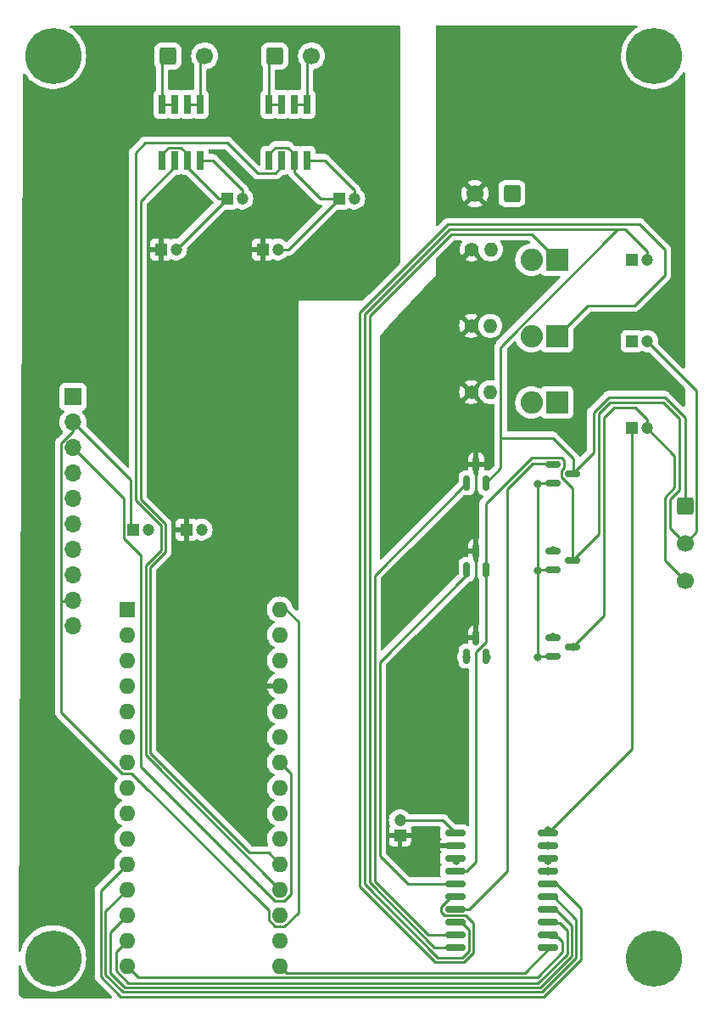
<source format=gbr>
%TF.GenerationSoftware,KiCad,Pcbnew,(7.0.0)*%
%TF.CreationDate,2023-04-05T08:28:23-04:00*%
%TF.ProjectId,BREAD_BLDC,42524541-445f-4424-9c44-432e6b696361,rev?*%
%TF.SameCoordinates,Original*%
%TF.FileFunction,Copper,L1,Top*%
%TF.FilePolarity,Positive*%
%FSLAX46Y46*%
G04 Gerber Fmt 4.6, Leading zero omitted, Abs format (unit mm)*
G04 Created by KiCad (PCBNEW (7.0.0)) date 2023-04-05 08:28:23*
%MOMM*%
%LPD*%
G01*
G04 APERTURE LIST*
G04 Aperture macros list*
%AMRoundRect*
0 Rectangle with rounded corners*
0 $1 Rounding radius*
0 $2 $3 $4 $5 $6 $7 $8 $9 X,Y pos of 4 corners*
0 Add a 4 corners polygon primitive as box body*
4,1,4,$2,$3,$4,$5,$6,$7,$8,$9,$2,$3,0*
0 Add four circle primitives for the rounded corners*
1,1,$1+$1,$2,$3*
1,1,$1+$1,$4,$5*
1,1,$1+$1,$6,$7*
1,1,$1+$1,$8,$9*
0 Add four rect primitives between the rounded corners*
20,1,$1+$1,$2,$3,$4,$5,0*
20,1,$1+$1,$4,$5,$6,$7,0*
20,1,$1+$1,$6,$7,$8,$9,0*
20,1,$1+$1,$8,$9,$2,$3,0*%
G04 Aperture macros list end*
%TA.AperFunction,ComponentPad*%
%ADD10C,5.600000*%
%TD*%
%TA.AperFunction,ComponentPad*%
%ADD11R,1.600000X1.600000*%
%TD*%
%TA.AperFunction,ComponentPad*%
%ADD12O,1.600000X1.600000*%
%TD*%
%TA.AperFunction,ComponentPad*%
%ADD13R,1.200000X1.200000*%
%TD*%
%TA.AperFunction,ComponentPad*%
%ADD14C,1.200000*%
%TD*%
%TA.AperFunction,ComponentPad*%
%ADD15R,1.700000X1.700000*%
%TD*%
%TA.AperFunction,ComponentPad*%
%ADD16O,1.700000X1.700000*%
%TD*%
%TA.AperFunction,SMDPad,CuDef*%
%ADD17RoundRect,0.150000X-0.587500X-0.150000X0.587500X-0.150000X0.587500X0.150000X-0.587500X0.150000X0*%
%TD*%
%TA.AperFunction,SMDPad,CuDef*%
%ADD18R,0.640000X1.900000*%
%TD*%
%TA.AperFunction,ComponentPad*%
%ADD19RoundRect,0.250000X-0.600000X0.600000X-0.600000X-0.600000X0.600000X-0.600000X0.600000X0.600000X0*%
%TD*%
%TA.AperFunction,ComponentPad*%
%ADD20C,1.700000*%
%TD*%
%TA.AperFunction,ComponentPad*%
%ADD21R,2.240000X2.240000*%
%TD*%
%TA.AperFunction,ComponentPad*%
%ADD22O,2.240000X2.240000*%
%TD*%
%TA.AperFunction,SMDPad,CuDef*%
%ADD23RoundRect,0.150000X0.875000X0.150000X-0.875000X0.150000X-0.875000X-0.150000X0.875000X-0.150000X0*%
%TD*%
%TA.AperFunction,SMDPad,CuDef*%
%ADD24RoundRect,0.150000X0.150000X-0.587500X0.150000X0.587500X-0.150000X0.587500X-0.150000X-0.587500X0*%
%TD*%
%TA.AperFunction,ComponentPad*%
%ADD25C,1.400000*%
%TD*%
%TA.AperFunction,ComponentPad*%
%ADD26O,1.400000X1.400000*%
%TD*%
%TA.AperFunction,ComponentPad*%
%ADD27RoundRect,0.250000X-0.600000X-0.600000X0.600000X-0.600000X0.600000X0.600000X-0.600000X0.600000X0*%
%TD*%
%TA.AperFunction,ComponentPad*%
%ADD28RoundRect,0.250000X0.600000X0.600000X-0.600000X0.600000X-0.600000X-0.600000X0.600000X-0.600000X0*%
%TD*%
%TA.AperFunction,ViaPad*%
%ADD29C,0.800000*%
%TD*%
%TA.AperFunction,Conductor*%
%ADD30C,0.250000*%
%TD*%
G04 APERTURE END LIST*
D10*
%TO.P,H1,1*%
%TO.N,N/C*%
X127600000Y-44800000D03*
%TD*%
%TO.P,H2,1*%
%TO.N,N/C*%
X187600000Y-44800000D03*
%TD*%
%TO.P,H3,1*%
%TO.N,N/C*%
X127600000Y-134800000D03*
%TD*%
%TO.P,H4,1*%
%TO.N,N/C*%
X187600000Y-134800000D03*
%TD*%
D11*
%TO.P,A1,1,D1/TX*%
%TO.N,unconnected-(A1-D1{slash}TX-Pad1)*%
X134999999Y-99999999D03*
D12*
%TO.P,A1,2,D0/RX*%
%TO.N,unconnected-(A1-D0{slash}RX-Pad2)*%
X134999999Y-102539999D03*
%TO.P,A1,3,~{RESET}*%
%TO.N,unconnected-(A1-~{RESET}-Pad3)*%
X134999999Y-105079999D03*
%TO.P,A1,4,GND*%
%TO.N,GND*%
X134999999Y-107619999D03*
%TO.P,A1,5,D2*%
%TO.N,/E_STOP*%
X134999999Y-110159999D03*
%TO.P,A1,6,D3*%
%TO.N,/SYNC*%
X134999999Y-112699999D03*
%TO.P,A1,7,D4*%
%TO.N,/INT*%
X134999999Y-115239999D03*
%TO.P,A1,8,D5*%
%TO.N,unconnected-(A1-D5-Pad8)*%
X134999999Y-117779999D03*
%TO.P,A1,9,D6*%
%TO.N,unconnected-(A1-D6-Pad9)*%
X134999999Y-120319999D03*
%TO.P,A1,10,D7*%
%TO.N,unconnected-(A1-D7-Pad10)*%
X134999999Y-122859999D03*
%TO.P,A1,11,D8*%
%TO.N,D8*%
X134999999Y-125399999D03*
%TO.P,A1,12,D9*%
%TO.N,D9*%
X134999999Y-127939999D03*
%TO.P,A1,13,D10*%
%TO.N,D10*%
X134999999Y-130479999D03*
%TO.P,A1,14,D11*%
%TO.N,D11*%
X134999999Y-133019999D03*
%TO.P,A1,15,D12*%
%TO.N,D12*%
X134999999Y-135559999D03*
%TO.P,A1,16,D13*%
%TO.N,D13*%
X150239999Y-135559999D03*
%TO.P,A1,17,3V3*%
%TO.N,unconnected-(A1-3V3-Pad17)*%
X150239999Y-133019999D03*
%TO.P,A1,18,AREF*%
%TO.N,unconnected-(A1-AREF-Pad18)*%
X150239999Y-130479999D03*
%TO.P,A1,19,A0*%
%TO.N,A0*%
X150239999Y-127939999D03*
%TO.P,A1,20,A1*%
%TO.N,A1*%
X150239999Y-125399999D03*
%TO.P,A1,21,A2*%
%TO.N,unconnected-(A1-A2-Pad21)*%
X150239999Y-122859999D03*
%TO.P,A1,22,A3*%
%TO.N,unconnected-(A1-A3-Pad22)*%
X150239999Y-120319999D03*
%TO.P,A1,23,A4*%
%TO.N,/I2C_DAT*%
X150239999Y-117779999D03*
%TO.P,A1,24,A5*%
%TO.N,/I2C_CLK*%
X150239999Y-115239999D03*
%TO.P,A1,25,A6*%
%TO.N,unconnected-(A1-A6-Pad25)*%
X150239999Y-112699999D03*
%TO.P,A1,26,A7*%
%TO.N,unconnected-(A1-A7-Pad26)*%
X150239999Y-110159999D03*
%TO.P,A1,27,+5V*%
%TO.N,+5V*%
X150239999Y-107619999D03*
%TO.P,A1,28,~{RESET}*%
%TO.N,unconnected-(A1-~{RESET}-Pad28)*%
X150239999Y-105079999D03*
%TO.P,A1,29,GND*%
%TO.N,GND*%
X150239999Y-102539999D03*
%TO.P,A1,30,VIN*%
%TO.N,+12V*%
X150239999Y-99999999D03*
%TD*%
D13*
%TO.P,C2,1*%
%TO.N,+5V*%
X140911999Y-92047999D03*
D14*
%TO.P,C2,2*%
%TO.N,GND*%
X142412000Y-92048000D03*
%TD*%
D15*
%TO.P,J1,1,Pin_1*%
%TO.N,GND*%
X129599999Y-78799999D03*
D16*
%TO.P,J1,2,Pin_2*%
%TO.N,+12V*%
X129599999Y-81339999D03*
%TO.P,J1,3,Pin_3*%
%TO.N,/I2C_CLK*%
X129599999Y-83879999D03*
%TO.P,J1,4,Pin_4*%
%TO.N,/I2C_DAT*%
X129599999Y-86419999D03*
%TO.P,J1,5,Pin_5*%
%TO.N,GND*%
X129599999Y-88959999D03*
%TO.P,J1,6,Pin_6*%
%TO.N,/E_STOP*%
X129599999Y-91499999D03*
%TO.P,J1,7,Pin_7*%
%TO.N,/SYNC*%
X129599999Y-94039999D03*
%TO.P,J1,8,Pin_8*%
%TO.N,/INT*%
X129599999Y-96579999D03*
%TO.P,J1,9,Pin_9*%
%TO.N,+12V*%
X129599999Y-99119999D03*
%TO.P,J1,10,Pin_10*%
%TO.N,GND*%
X129599999Y-101659999D03*
%TD*%
D13*
%TO.P,C1,1*%
%TO.N,+12V*%
X135593400Y-92047999D03*
D14*
%TO.P,C1,2*%
%TO.N,GND*%
X137093401Y-92048000D03*
%TD*%
D17*
%TO.P,Q6,1,G*%
%TO.N,Net-(Q6-G)*%
X177535000Y-102802000D03*
%TO.P,Q6,2,S*%
%TO.N,GND*%
X177535000Y-104702000D03*
%TO.P,Q6,3,D*%
%TO.N,Net-(J5-Pin_3)*%
X179410000Y-103752000D03*
%TD*%
D13*
%TO.P,C5,1*%
%TO.N,Net-(a2-FILTER)*%
X144975999Y-59027999D03*
D14*
%TO.P,C5,2*%
%TO.N,GND*%
X146476000Y-59028000D03*
%TD*%
D18*
%TO.P,a2,1,IP+*%
%TO.N,Net-(J2-Pin_2)*%
X142284999Y-49628999D03*
%TO.P,a2,2,IP+*%
X141014999Y-49628999D03*
%TO.P,a2,3,IP-*%
%TO.N,Net-(J2-Pin_1)*%
X139744999Y-49628999D03*
%TO.P,a2,4,IP-*%
X138474999Y-49628999D03*
%TO.P,a2,5,Vdd*%
%TO.N,Net-(a2-FILTER)*%
X138474999Y-55218999D03*
%TO.P,a2,6,Vout*%
%TO.N,A1*%
X139744999Y-55218999D03*
%TO.P,a2,7,FILTER*%
%TO.N,Net-(a2-FILTER)*%
X141014999Y-55218999D03*
%TO.P,a2,8,GND*%
%TO.N,GND*%
X142284999Y-55218999D03*
%TD*%
D19*
%TO.P,J5,1,Pin_1*%
%TO.N,Net-(J5-Pin_1)*%
X190672000Y-89728000D03*
D20*
%TO.P,J5,2,Pin_2*%
%TO.N,Net-(J5-Pin_2)*%
X190672000Y-93428000D03*
%TO.P,J5,3,Pin_3*%
%TO.N,Net-(J5-Pin_3)*%
X190672000Y-97128000D03*
%TD*%
D21*
%TO.P,D3,1,K*%
%TO.N,Net-(D3-K)*%
X177885999Y-79347999D03*
D22*
%TO.P,D3,2,A*%
%TO.N,Net-(D3-A)*%
X175345999Y-79347999D03*
%TD*%
D17*
%TO.P,Q4,1,G*%
%TO.N,Net-(Q4-G)*%
X177535000Y-94146000D03*
%TO.P,Q4,2,S*%
%TO.N,GND*%
X177535000Y-96046000D03*
%TO.P,Q4,3,D*%
%TO.N,Net-(J5-Pin_2)*%
X179410000Y-95096000D03*
%TD*%
D21*
%TO.P,D2,1,K*%
%TO.N,Net-(D2-K)*%
X177885999Y-72743999D03*
D22*
%TO.P,D2,2,A*%
%TO.N,Net-(D2-A)*%
X175345999Y-72743999D03*
%TD*%
D23*
%TO.P,U1,1,HIN1*%
%TO.N,D13*%
X177034000Y-133704000D03*
%TO.P,U1,2,LIN1*%
%TO.N,D12*%
X177034000Y-132434000D03*
%TO.P,U1,3,HIN2*%
%TO.N,D11*%
X177034000Y-131164000D03*
%TO.P,U1,4,LIN2*%
%TO.N,D10*%
X177034000Y-129894000D03*
%TO.P,U1,5,HIN3*%
%TO.N,D9*%
X177034000Y-128624000D03*
%TO.P,U1,6,LIN3*%
%TO.N,D8*%
X177034000Y-127354000D03*
%TO.P,U1,7,LO3*%
%TO.N,Net-(Q6-G)*%
X177034000Y-126084000D03*
%TO.P,U1,8,VS3*%
%TO.N,Net-(J5-Pin_3)*%
X177034000Y-124814000D03*
%TO.P,U1,9,HO3*%
%TO.N,Net-(Q5-G)*%
X177034000Y-123544000D03*
%TO.P,U1,10,VB3*%
%TO.N,Net-(D3-K)*%
X177034000Y-122274000D03*
%TO.P,U1,11,GND*%
%TO.N,GND*%
X167734000Y-122274000D03*
%TO.P,U1,12,VDD*%
%TO.N,+15V*%
X167734000Y-123544000D03*
%TO.P,U1,13,LO2*%
%TO.N,Net-(Q4-G)*%
X167734000Y-124814000D03*
%TO.P,U1,14,VS2*%
%TO.N,Net-(J5-Pin_2)*%
X167734000Y-126084000D03*
%TO.P,U1,15,HO2*%
%TO.N,Net-(Q3-G)*%
X167734000Y-127354000D03*
%TO.P,U1,16,VB2*%
%TO.N,Net-(D2-K)*%
X167734000Y-128624000D03*
%TO.P,U1,17,LO1*%
%TO.N,Net-(Q2-G)*%
X167734000Y-129894000D03*
%TO.P,U1,18,VS1*%
%TO.N,Net-(J5-Pin_1)*%
X167734000Y-131164000D03*
%TO.P,U1,19,HO1*%
%TO.N,Net-(Q1-G)*%
X167734000Y-132434000D03*
%TO.P,U1,20,VB1*%
%TO.N,Net-(D1-K)*%
X167734000Y-133704000D03*
%TD*%
D24*
%TO.P,Q5,1,G*%
%TO.N,Net-(Q5-G)*%
X168886500Y-104669500D03*
%TO.P,Q5,2,S*%
%TO.N,Net-(J5-Pin_3)*%
X170786500Y-104669500D03*
%TO.P,Q5,3,D*%
%TO.N,+15V*%
X169836500Y-102794500D03*
%TD*%
%TO.P,Q1,1,G*%
%TO.N,Net-(Q1-G)*%
X168886500Y-87397500D03*
%TO.P,Q1,2,S*%
%TO.N,Net-(J5-Pin_1)*%
X170786500Y-87397500D03*
%TO.P,Q1,3,D*%
%TO.N,+15V*%
X169836500Y-85522500D03*
%TD*%
D13*
%TO.P,C4,1*%
%TO.N,+5V*%
X148531999Y-64107999D03*
D14*
%TO.P,C4,2*%
%TO.N,Net-(b1-FILTER)*%
X150032000Y-64108000D03*
%TD*%
D24*
%TO.P,Q3,1,G*%
%TO.N,Net-(Q3-G)*%
X168886500Y-96033500D03*
%TO.P,Q3,2,S*%
%TO.N,Net-(J5-Pin_2)*%
X170786500Y-96033500D03*
%TO.P,Q3,3,D*%
%TO.N,+15V*%
X169836500Y-94158500D03*
%TD*%
D13*
%TO.P,C6,1*%
%TO.N,Net-(b1-FILTER)*%
X156151999Y-59027999D03*
D14*
%TO.P,C6,2*%
%TO.N,GND*%
X157652000Y-59028000D03*
%TD*%
D21*
%TO.P,D1,1,K*%
%TO.N,Net-(D1-K)*%
X177885999Y-65123999D03*
D22*
%TO.P,D1,2,A*%
%TO.N,Net-(D1-A)*%
X175345999Y-65123999D03*
%TD*%
D13*
%TO.P,C10,1*%
%TO.N,Net-(D3-K)*%
X185377400Y-81887999D03*
D14*
%TO.P,C10,2*%
%TO.N,Net-(J5-Pin_3)*%
X186877401Y-81888000D03*
%TD*%
D13*
%TO.P,C7,1*%
%TO.N,+15V*%
X162223999Y-122527999D03*
D14*
%TO.P,C7,2*%
%TO.N,GND*%
X162224000Y-121028000D03*
%TD*%
D25*
%TO.P,R1,1*%
%TO.N,+15V*%
X169382000Y-64108000D03*
D26*
%TO.P,R1,2*%
%TO.N,Net-(D1-A)*%
X171281999Y-64107999D03*
%TD*%
D27*
%TO.P,J3,1,Pin_1*%
%TO.N,Net-(J3-Pin_1)*%
X149706000Y-44804000D03*
D20*
%TO.P,J3,2,Pin_2*%
%TO.N,Net-(J3-Pin_2)*%
X153406000Y-44804000D03*
%TD*%
D18*
%TO.P,b1,1,IP+*%
%TO.N,Net-(J3-Pin_2)*%
X152952999Y-49628999D03*
%TO.P,b1,2,IP+*%
X151682999Y-49628999D03*
%TO.P,b1,3,IP-*%
%TO.N,Net-(J3-Pin_1)*%
X150412999Y-49628999D03*
%TO.P,b1,4,IP-*%
X149142999Y-49628999D03*
%TO.P,b1,5,Vdd*%
%TO.N,Net-(b1-FILTER)*%
X149142999Y-55218999D03*
%TO.P,b1,6,Vout*%
%TO.N,A0*%
X150412999Y-55218999D03*
%TO.P,b1,7,FILTER*%
%TO.N,Net-(b1-FILTER)*%
X151682999Y-55218999D03*
%TO.P,b1,8,GND*%
%TO.N,GND*%
X152952999Y-55218999D03*
%TD*%
D28*
%TO.P,J4,1,Pin_1*%
%TO.N,GND*%
X173400000Y-58520000D03*
D20*
%TO.P,J4,2,Pin_2*%
%TO.N,+15V*%
X169700000Y-58520000D03*
%TD*%
D25*
%TO.P,R3,1*%
%TO.N,+15V*%
X169340000Y-78332000D03*
D26*
%TO.P,R3,2*%
%TO.N,Net-(D3-A)*%
X171239999Y-78331999D03*
%TD*%
D27*
%TO.P,J2,1,Pin_1*%
%TO.N,Net-(J2-Pin_1)*%
X139038000Y-44804000D03*
D20*
%TO.P,J2,2,Pin_2*%
%TO.N,Net-(J2-Pin_2)*%
X142738000Y-44804000D03*
%TD*%
D17*
%TO.P,Q2,1,G*%
%TO.N,Net-(Q2-G)*%
X177535000Y-85510000D03*
%TO.P,Q2,2,S*%
%TO.N,GND*%
X177535000Y-87410000D03*
%TO.P,Q2,3,D*%
%TO.N,Net-(J5-Pin_1)*%
X179410000Y-86460000D03*
%TD*%
D13*
%TO.P,C9,1*%
%TO.N,Net-(D2-K)*%
X185377400Y-73251999D03*
D14*
%TO.P,C9,2*%
%TO.N,Net-(J5-Pin_2)*%
X186877401Y-73252000D03*
%TD*%
D25*
%TO.P,R2,1*%
%TO.N,+15V*%
X169340000Y-71728000D03*
D26*
%TO.P,R2,2*%
%TO.N,Net-(D2-A)*%
X171239999Y-71727999D03*
%TD*%
D13*
%TO.P,C8,1*%
%TO.N,Net-(D1-K)*%
X185377400Y-65123999D03*
D14*
%TO.P,C8,2*%
%TO.N,Net-(J5-Pin_1)*%
X186877401Y-65124000D03*
%TD*%
D13*
%TO.P,C3,1*%
%TO.N,+5V*%
X138371999Y-64107999D03*
D14*
%TO.P,C3,2*%
%TO.N,Net-(a2-FILTER)*%
X139872000Y-64108000D03*
%TD*%
D29*
%TO.N,GND*%
X175940000Y-87476000D03*
X175940000Y-104748000D03*
X175940000Y-96112000D03*
%TO.N,Net-(D3-K)*%
X176956000Y-122020000D03*
%TO.N,Net-(J5-Pin_3)*%
X170860000Y-104748000D03*
X176956000Y-125068000D03*
X179496000Y-103732000D03*
%TO.N,Net-(Q4-G)*%
X177464000Y-94080000D03*
X167812000Y-125068000D03*
%TO.N,Net-(Q5-G)*%
X176956000Y-123544000D03*
X168828000Y-104748000D03*
%TO.N,Net-(Q6-G)*%
X176956000Y-126084000D03*
X177464000Y-102716000D03*
%TD*%
D30*
%TO.N,GND*%
X154691528Y-55219000D02*
X152953000Y-55219000D01*
X166488000Y-121028000D02*
X162224000Y-121028000D01*
X157652000Y-59028000D02*
X157652000Y-58179472D01*
X157652000Y-58179472D02*
X154691528Y-55219000D01*
X175940000Y-87476000D02*
X175940000Y-104748000D01*
X176006000Y-87410000D02*
X175940000Y-87476000D01*
X177535000Y-87410000D02*
X176006000Y-87410000D01*
X175986000Y-104702000D02*
X175940000Y-104748000D01*
X177535000Y-104702000D02*
X175986000Y-104702000D01*
X176006000Y-96046000D02*
X175940000Y-96112000D01*
X177535000Y-96046000D02*
X176006000Y-96046000D01*
X146476000Y-59028000D02*
X146476000Y-58179472D01*
X167734000Y-122274000D02*
X166488000Y-121028000D01*
X143515528Y-55219000D02*
X142285000Y-55219000D01*
X146476000Y-58179472D02*
X143515528Y-55219000D01*
%TO.N,D8*%
X134361208Y-138610000D02*
X176575335Y-138610000D01*
X177923000Y-127481000D02*
X177112000Y-127481000D01*
X132368000Y-136616792D02*
X134361208Y-138610000D01*
X180262000Y-129820000D02*
X177923000Y-127481000D01*
X176575335Y-138610000D02*
X180262000Y-134923335D01*
X135000000Y-125400000D02*
X132368000Y-128032000D01*
X180262000Y-134923335D02*
X180262000Y-129820000D01*
X132368000Y-128032000D02*
X132368000Y-136616792D01*
%TO.N,D9*%
X132818000Y-136430396D02*
X132818000Y-130122000D01*
X176388939Y-138160000D02*
X134547604Y-138160000D01*
X179812000Y-134736939D02*
X176388939Y-138160000D01*
X179812000Y-130894000D02*
X179812000Y-134736939D01*
X134547604Y-138160000D02*
X132818000Y-136430396D01*
X177669000Y-128751000D02*
X179812000Y-130894000D01*
X132818000Y-130122000D02*
X135000000Y-127940000D01*
X177112000Y-128751000D02*
X177669000Y-128751000D01*
%TO.N,D10*%
X133268000Y-132212000D02*
X133268000Y-136244000D01*
X179362000Y-134550543D02*
X179362000Y-131538000D01*
X177845000Y-130021000D02*
X177112000Y-130021000D01*
X133268000Y-136244000D02*
X134734000Y-137710000D01*
X179362000Y-131538000D02*
X177845000Y-130021000D01*
X176202543Y-137710000D02*
X179362000Y-134550543D01*
X135000000Y-130480000D02*
X133268000Y-132212000D01*
X134734000Y-137710000D02*
X176202543Y-137710000D01*
%TO.N,D11*%
X133875000Y-136025991D02*
X133875000Y-134145000D01*
X133875000Y-134145000D02*
X135000000Y-133020000D01*
X178912000Y-132026000D02*
X178912000Y-134364147D01*
X177112000Y-131291000D02*
X178177000Y-131291000D01*
X178177000Y-131291000D02*
X178912000Y-132026000D01*
X178912000Y-134364147D02*
X176016147Y-137260000D01*
X176016147Y-137260000D02*
X135109009Y-137260000D01*
X135109009Y-137260000D02*
X133875000Y-136025991D01*
%TO.N,D12*%
X177239000Y-132688000D02*
X177112000Y-132561000D01*
X178462000Y-134177751D02*
X178462000Y-133100000D01*
X178462000Y-133100000D02*
X178050000Y-132688000D01*
X178050000Y-132688000D02*
X177239000Y-132688000D01*
X175954751Y-136685000D02*
X178462000Y-134177751D01*
X136125000Y-136685000D02*
X175954751Y-136685000D01*
X135000000Y-135560000D02*
X136125000Y-136685000D01*
%TO.N,/I2C_CLK*%
X151365000Y-128405991D02*
X151365000Y-116365000D01*
X136374000Y-115664991D02*
X149774009Y-129065000D01*
X136374000Y-94646000D02*
X136374000Y-115664991D01*
X134668401Y-88948401D02*
X134668401Y-92940401D01*
X151365000Y-116365000D02*
X150240000Y-115240000D01*
X150705991Y-129065000D02*
X151365000Y-128405991D01*
X149774009Y-129065000D02*
X150705991Y-129065000D01*
X129600000Y-83880000D02*
X134668401Y-88948401D01*
X134668401Y-92940401D02*
X136374000Y-94646000D01*
%TO.N,D13*%
X150915000Y-136235000D02*
X150240000Y-135560000D01*
X174708000Y-136235000D02*
X150915000Y-136235000D01*
X177112000Y-133831000D02*
X174708000Y-136235000D01*
%TO.N,A0*%
X135808000Y-89128396D02*
X138348000Y-91668396D01*
X138348000Y-94080000D02*
X136824000Y-95604000D01*
X136770000Y-53494000D02*
X135808000Y-54456000D01*
X149788000Y-56494000D02*
X148006000Y-56494000D01*
X150413000Y-55869000D02*
X149788000Y-56494000D01*
X136824000Y-114524000D02*
X150240000Y-127940000D01*
X145006000Y-53494000D02*
X136770000Y-53494000D01*
X136824000Y-95604000D02*
X136824000Y-114524000D01*
X150413000Y-55219000D02*
X150413000Y-55869000D01*
X138348000Y-91668396D02*
X138348000Y-94080000D01*
X135808000Y-54456000D02*
X135808000Y-89128396D01*
X148006000Y-56494000D02*
X145006000Y-53494000D01*
%TO.N,A1*%
X137274000Y-95790396D02*
X137274000Y-114337604D01*
X147211396Y-124275000D02*
X149115000Y-124275000D01*
X136316000Y-59298000D02*
X136316000Y-89000000D01*
X138798000Y-91482000D02*
X138798000Y-94266396D01*
X149115000Y-124275000D02*
X150240000Y-125400000D01*
X136316000Y-89000000D02*
X138798000Y-91482000D01*
X138798000Y-94266396D02*
X137274000Y-95790396D01*
X139745000Y-55219000D02*
X139745000Y-55869000D01*
X137274000Y-114337604D02*
X147211396Y-124275000D01*
X139745000Y-55869000D02*
X136316000Y-59298000D01*
%TO.N,+12V*%
X134534009Y-116365000D02*
X135465991Y-116365000D01*
X128425000Y-110255991D02*
X134534009Y-116365000D01*
X128425000Y-99160000D02*
X128425000Y-110255991D01*
X152064000Y-130246991D02*
X152064000Y-101192000D01*
X149115000Y-130014009D02*
X149115000Y-130945991D01*
X135465991Y-116365000D02*
X149115000Y-130014009D01*
X135358000Y-87098000D02*
X129600000Y-81340000D01*
X135358000Y-91812599D02*
X135358000Y-87098000D01*
X149774009Y-131605000D02*
X150705991Y-131605000D01*
X129560000Y-99160000D02*
X129600000Y-99120000D01*
X152064000Y-101192000D02*
X150872000Y-100000000D01*
X135593401Y-92048000D02*
X135358000Y-91812599D01*
X150705991Y-131605000D02*
X152064000Y-130246991D01*
X129600000Y-81340000D02*
X129600000Y-82218299D01*
X129600000Y-82218299D02*
X128425000Y-83393299D01*
X128425000Y-83393299D02*
X128425000Y-99160000D01*
X128425000Y-99160000D02*
X129560000Y-99160000D01*
X150872000Y-100000000D02*
X150240000Y-100000000D01*
X149115000Y-130945991D02*
X149774009Y-131605000D01*
%TO.N,Net-(J2-Pin_2)*%
X142285000Y-49629000D02*
X142285000Y-45257000D01*
X142285000Y-45257000D02*
X142738000Y-44804000D01*
X141015000Y-49629000D02*
X142285000Y-49629000D01*
%TO.N,Net-(J2-Pin_1)*%
X139745000Y-49629000D02*
X138475000Y-49629000D01*
X138475000Y-45367000D02*
X138475000Y-49629000D01*
X139038000Y-44804000D02*
X138475000Y-45367000D01*
%TO.N,Net-(a2-FILTER)*%
X139872000Y-64108000D02*
X144952000Y-59028000D01*
X140370000Y-53944000D02*
X139120000Y-53944000D01*
X144952000Y-59028000D02*
X144976000Y-59028000D01*
X141015000Y-55917000D02*
X141015000Y-55219000D01*
X144976000Y-59028000D02*
X144126000Y-59028000D01*
X139120000Y-53944000D02*
X138475000Y-54589000D01*
X141015000Y-54589000D02*
X140370000Y-53944000D01*
X141015000Y-55219000D02*
X141015000Y-54589000D01*
X138475000Y-54589000D02*
X138475000Y-55219000D01*
X144126000Y-59028000D02*
X141015000Y-55917000D01*
%TO.N,Net-(J3-Pin_2)*%
X152953000Y-49629000D02*
X152953000Y-45257000D01*
X151683000Y-49629000D02*
X152953000Y-49629000D01*
X152953000Y-45257000D02*
X153406000Y-44804000D01*
%TO.N,Net-(J3-Pin_1)*%
X149143000Y-45367000D02*
X149143000Y-49629000D01*
X149706000Y-44804000D02*
X149143000Y-45367000D01*
X149143000Y-49629000D02*
X150413000Y-49629000D01*
%TO.N,Net-(b1-FILTER)*%
X156152000Y-59028000D02*
X154292000Y-59028000D01*
X151072000Y-64108000D02*
X156152000Y-59028000D01*
X149788000Y-53944000D02*
X149143000Y-54589000D01*
X151683000Y-56419000D02*
X151683000Y-55219000D01*
X154292000Y-59028000D02*
X151683000Y-56419000D01*
X151038000Y-53944000D02*
X149788000Y-53944000D01*
X150032000Y-64108000D02*
X151072000Y-64108000D01*
X151683000Y-55219000D02*
X151683000Y-54589000D01*
X149143000Y-54589000D02*
X149143000Y-55219000D01*
X151683000Y-54589000D02*
X151038000Y-53944000D01*
%TO.N,Net-(D1-K)*%
X175346000Y-62584000D02*
X167304000Y-62584000D01*
X159176000Y-70712000D02*
X159176000Y-127228396D01*
X159176000Y-127228396D02*
X165651604Y-133704000D01*
X165651604Y-133704000D02*
X167734000Y-133704000D01*
X167304000Y-62584000D02*
X159176000Y-70712000D01*
X177886000Y-65124000D02*
X175346000Y-62584000D01*
%TO.N,Net-(J5-Pin_1)*%
X186877401Y-64275472D02*
X184677929Y-62076000D01*
X169084000Y-131928000D02*
X168320000Y-131164000D01*
X184677929Y-62076000D02*
X184068000Y-62076000D01*
X179496000Y-86374000D02*
X179410000Y-86460000D01*
X167175604Y-62076000D02*
X158668000Y-70583604D01*
X172384000Y-73760000D02*
X172384000Y-73662461D01*
X168414751Y-134720000D02*
X169084000Y-134050751D01*
X169084000Y-134050751D02*
X169084000Y-131928000D01*
X183970461Y-62076000D02*
X184068000Y-62076000D01*
X172265000Y-73879000D02*
X172384000Y-73760000D01*
X172265000Y-85919000D02*
X172265000Y-82904000D01*
X181528000Y-84342000D02*
X181528000Y-80364000D01*
X166031208Y-134720000D02*
X168414751Y-134720000D01*
X168320000Y-131164000D02*
X167734000Y-131164000D01*
X170786500Y-87397500D02*
X172265000Y-85919000D01*
X179410000Y-86460000D02*
X181528000Y-84342000D01*
X172265000Y-82904000D02*
X177464000Y-82904000D01*
X184068000Y-62076000D02*
X167175604Y-62076000D01*
X172265000Y-82904000D02*
X172265000Y-73879000D01*
X158668000Y-70583604D02*
X158668000Y-127356792D01*
X181528000Y-80364000D02*
X183052000Y-78840000D01*
X190672000Y-80872000D02*
X190672000Y-89728000D01*
X177464000Y-82904000D02*
X179496000Y-84936000D01*
X188640000Y-78840000D02*
X190672000Y-80872000D01*
X186877401Y-65124000D02*
X186877401Y-64275472D01*
X179496000Y-84936000D02*
X179496000Y-86374000D01*
X158668000Y-127356792D02*
X166031208Y-134720000D01*
X183052000Y-78840000D02*
X188640000Y-78840000D01*
X172384000Y-73662461D02*
X183970461Y-62076000D01*
%TO.N,Net-(D2-K)*%
X186158000Y-61626000D02*
X166989208Y-61626000D01*
X168160751Y-128624000D02*
X167734000Y-128624000D01*
X188640000Y-64108000D02*
X186158000Y-61626000D01*
X169534000Y-131267249D02*
X168805751Y-130539000D01*
X185592000Y-69696000D02*
X188640000Y-66648000D01*
X177886000Y-72744000D02*
X180934000Y-69696000D01*
X167307249Y-128624000D02*
X167734000Y-128624000D01*
X180934000Y-69696000D02*
X185592000Y-69696000D01*
X168601147Y-135170000D02*
X169534000Y-134237147D01*
X166288000Y-130144751D02*
X166288000Y-129643249D01*
X166989208Y-61626000D02*
X158218000Y-70397208D01*
X158218000Y-127666000D02*
X165722000Y-135170000D01*
X188640000Y-66648000D02*
X188640000Y-64108000D01*
X168805751Y-130539000D02*
X166682249Y-130539000D01*
X166288000Y-129643249D02*
X167307249Y-128624000D01*
X166682249Y-130539000D02*
X166288000Y-130144751D01*
X165722000Y-135170000D02*
X168601147Y-135170000D01*
X169534000Y-134237147D02*
X169534000Y-131267249D01*
X158218000Y-70397208D02*
X158218000Y-127666000D01*
%TO.N,Net-(J5-Pin_2)*%
X178319251Y-86785000D02*
X179410000Y-87875749D01*
X178597500Y-85163249D02*
X178597500Y-85856751D01*
X170786500Y-89453104D02*
X175354604Y-84885000D01*
X189148000Y-89000000D02*
X189148000Y-91904000D01*
X190099802Y-80936198D02*
X190099802Y-88048198D01*
X178319251Y-86135000D02*
X178319251Y-86785000D01*
X169779802Y-125132198D02*
X168828000Y-126084000D01*
X191847000Y-92253000D02*
X190672000Y-93428000D01*
X191847000Y-78221599D02*
X191847000Y-92253000D01*
X186877401Y-73252000D02*
X191847000Y-78221599D01*
X175354604Y-84885000D02*
X178319251Y-84885000D01*
X168828000Y-126084000D02*
X167734000Y-126084000D01*
X182036000Y-92470000D02*
X182036000Y-80492396D01*
X183180396Y-79348000D02*
X188511604Y-79348000D01*
X170786500Y-103253751D02*
X169779802Y-104260449D01*
X179410000Y-87875749D02*
X179410000Y-95096000D01*
X178319251Y-84885000D02*
X178597500Y-85163249D01*
X182036000Y-80492396D02*
X183180396Y-79348000D01*
X170786500Y-96033500D02*
X170786500Y-89453104D01*
X190099802Y-88048198D02*
X189148000Y-89000000D01*
X169779802Y-104260449D02*
X169779802Y-125132198D01*
X170786500Y-96033500D02*
X170786500Y-103253751D01*
X179410000Y-95096000D02*
X182036000Y-92470000D01*
X188511604Y-79348000D02*
X190099802Y-80936198D01*
X189148000Y-91904000D02*
X190672000Y-93428000D01*
X178597500Y-85856751D02*
X178319251Y-86135000D01*
%TO.N,Net-(D3-K)*%
X185377401Y-113930599D02*
X177288000Y-122020000D01*
X177288000Y-122020000D02*
X176956000Y-122020000D01*
X176956000Y-122352000D02*
X177034000Y-122274000D01*
X176956000Y-122020000D02*
X176956000Y-122352000D01*
X185377401Y-81888000D02*
X185377401Y-113930599D01*
%TO.N,Net-(J5-Pin_3)*%
X188698000Y-88813604D02*
X189649802Y-87861802D01*
X179496000Y-103666000D02*
X182544000Y-100618000D01*
X188698000Y-95154000D02*
X188698000Y-88813604D01*
X179496000Y-103732000D02*
X179496000Y-103666000D01*
X183560000Y-79856000D02*
X185693929Y-79856000D01*
X179410000Y-103752000D02*
X179430000Y-103732000D01*
X186877401Y-81039472D02*
X186877401Y-81888000D01*
X185693929Y-79856000D02*
X186877401Y-81039472D01*
X179430000Y-103732000D02*
X179496000Y-103732000D01*
X189649802Y-84660401D02*
X186877401Y-81888000D01*
X182544000Y-80872000D02*
X183560000Y-79856000D01*
X190672000Y-97128000D02*
X188698000Y-95154000D01*
X182544000Y-100618000D02*
X182544000Y-80872000D01*
X189649802Y-87861802D02*
X189649802Y-84660401D01*
%TO.N,Net-(Q1-G)*%
X165018000Y-132434000D02*
X167734000Y-132434000D01*
X159684000Y-127100000D02*
X165018000Y-132434000D01*
X159684000Y-96600000D02*
X159684000Y-127100000D01*
X168886500Y-87397500D02*
X159684000Y-96600000D01*
%TO.N,Net-(Q2-G)*%
X172892000Y-87984000D02*
X172892000Y-126084000D01*
X172892000Y-126084000D02*
X169082000Y-129894000D01*
X177469000Y-85444000D02*
X175432000Y-85444000D01*
X177535000Y-85510000D02*
X177469000Y-85444000D01*
X169082000Y-129894000D02*
X167734000Y-129894000D01*
X175432000Y-85444000D02*
X172892000Y-87984000D01*
%TO.N,Net-(Q3-G)*%
X160192000Y-124560000D02*
X162986000Y-127354000D01*
X168886500Y-96033500D02*
X168886500Y-96561500D01*
X168886500Y-96561500D02*
X160192000Y-105256000D01*
X160192000Y-105256000D02*
X160192000Y-124560000D01*
X162986000Y-127354000D02*
X167734000Y-127354000D01*
%TD*%
%TA.AperFunction,Conductor*%
%TO.N,+15V*%
G36*
X168373041Y-63228073D02*
G01*
X168418763Y-63278229D01*
X168431234Y-63344942D01*
X168406717Y-63408227D01*
X168360820Y-63469002D01*
X168354813Y-63478704D01*
X168260793Y-63667522D01*
X168256670Y-63678167D01*
X168198948Y-63881041D01*
X168196850Y-63892263D01*
X168177388Y-64102291D01*
X168177388Y-64113709D01*
X168196850Y-64323736D01*
X168198948Y-64334958D01*
X168256670Y-64537832D01*
X168260793Y-64548477D01*
X168354813Y-64737295D01*
X168360822Y-64747000D01*
X168362419Y-64749113D01*
X168373549Y-64757385D01*
X168385713Y-64750732D01*
X169294318Y-63842127D01*
X169349905Y-63810033D01*
X169414093Y-63810033D01*
X169469680Y-63842127D01*
X170131783Y-64504230D01*
X170157483Y-64543671D01*
X170157771Y-64543528D01*
X170160324Y-64548655D01*
X170254387Y-64737559D01*
X170254389Y-64737563D01*
X170256942Y-64742689D01*
X170260391Y-64747256D01*
X170260394Y-64747261D01*
X170387561Y-64915658D01*
X170387566Y-64915663D01*
X170391019Y-64920236D01*
X170395255Y-64924097D01*
X170395259Y-64924102D01*
X170474676Y-64996500D01*
X170555438Y-65070124D01*
X170744599Y-65187247D01*
X170952060Y-65267618D01*
X171170757Y-65308500D01*
X171387514Y-65308500D01*
X171393243Y-65308500D01*
X171611940Y-65267618D01*
X171819401Y-65187247D01*
X172008562Y-65070124D01*
X172172981Y-64920236D01*
X172307058Y-64742689D01*
X172406229Y-64543528D01*
X172467115Y-64329536D01*
X172487643Y-64108000D01*
X172467115Y-63886464D01*
X172406229Y-63672472D01*
X172307058Y-63473311D01*
X172257909Y-63408227D01*
X172233392Y-63344941D01*
X172245863Y-63278228D01*
X172291585Y-63228073D01*
X172356863Y-63209500D01*
X175035548Y-63209500D01*
X175083001Y-63218939D01*
X175123229Y-63245819D01*
X175183522Y-63306112D01*
X175216960Y-63367218D01*
X175212178Y-63436709D01*
X175170685Y-63492659D01*
X175105574Y-63517410D01*
X175096576Y-63518118D01*
X175096559Y-63518120D01*
X175091714Y-63518502D01*
X175086986Y-63519636D01*
X175086980Y-63519638D01*
X174848425Y-63576909D01*
X174848413Y-63576912D01*
X174843689Y-63578047D01*
X174839192Y-63579909D01*
X174839188Y-63579911D01*
X174612537Y-63673793D01*
X174612533Y-63673795D01*
X174608033Y-63675659D01*
X174603880Y-63678203D01*
X174603874Y-63678207D01*
X174394707Y-63806385D01*
X174394698Y-63806391D01*
X174390549Y-63808934D01*
X174386849Y-63812093D01*
X174386838Y-63812102D01*
X174200297Y-63971423D01*
X174200290Y-63971429D01*
X174196590Y-63974590D01*
X174193429Y-63978290D01*
X174193423Y-63978297D01*
X174034102Y-64164838D01*
X174034093Y-64164849D01*
X174030934Y-64168549D01*
X174028391Y-64172698D01*
X174028385Y-64172707D01*
X173900207Y-64381874D01*
X173900203Y-64381880D01*
X173897659Y-64386033D01*
X173895795Y-64390533D01*
X173895793Y-64390537D01*
X173830297Y-64548658D01*
X173800047Y-64621689D01*
X173798912Y-64626413D01*
X173798909Y-64626425D01*
X173741638Y-64864980D01*
X173741636Y-64864986D01*
X173740502Y-64869714D01*
X173740120Y-64874564D01*
X173740120Y-64874566D01*
X173733690Y-64956272D01*
X173720489Y-65124000D01*
X173740502Y-65378286D01*
X173741637Y-65383015D01*
X173741638Y-65383019D01*
X173798909Y-65621574D01*
X173798911Y-65621582D01*
X173800047Y-65626311D01*
X173897659Y-65861967D01*
X173900206Y-65866124D01*
X173900207Y-65866125D01*
X174027868Y-66074449D01*
X174030934Y-66079451D01*
X174034098Y-66083156D01*
X174034102Y-66083161D01*
X174123709Y-66188077D01*
X174196590Y-66273410D01*
X174200297Y-66276576D01*
X174386838Y-66435897D01*
X174386841Y-66435899D01*
X174390549Y-66439066D01*
X174608033Y-66572341D01*
X174843689Y-66669953D01*
X175091714Y-66729498D01*
X175346000Y-66749511D01*
X175600286Y-66729498D01*
X175848311Y-66669953D01*
X176083967Y-66572341D01*
X176195083Y-66504248D01*
X176252789Y-66486179D01*
X176312184Y-66497553D01*
X176359135Y-66535666D01*
X176403137Y-66594445D01*
X176403141Y-66594449D01*
X176408454Y-66601546D01*
X176523669Y-66687796D01*
X176658517Y-66738091D01*
X176718127Y-66744500D01*
X178118007Y-66744499D01*
X178174302Y-66758014D01*
X178218325Y-66795614D01*
X178240480Y-66849101D01*
X178235938Y-66906817D01*
X178205688Y-66956180D01*
X171996696Y-73165172D01*
X171988511Y-73172620D01*
X171982123Y-73176675D01*
X171976788Y-73182355D01*
X171976783Y-73182360D01*
X171936096Y-73225686D01*
X171933392Y-73228477D01*
X171916628Y-73245241D01*
X171916621Y-73245248D01*
X171913880Y-73247990D01*
X171911500Y-73251057D01*
X171911489Y-73251070D01*
X171911400Y-73251186D01*
X171903842Y-73260031D01*
X171879280Y-73286188D01*
X171879273Y-73286197D01*
X171873938Y-73291879D01*
X171870182Y-73298710D01*
X171870179Y-73298715D01*
X171864285Y-73309436D01*
X171853609Y-73325688D01*
X171846109Y-73335357D01*
X171846101Y-73335368D01*
X171841327Y-73341525D01*
X171838234Y-73348669D01*
X171838229Y-73348680D01*
X171823974Y-73381621D01*
X171818838Y-73392104D01*
X171801560Y-73423534D01*
X171797803Y-73430369D01*
X171795864Y-73437917D01*
X171795863Y-73437922D01*
X171794270Y-73444129D01*
X171764561Y-73498170D01*
X171760276Y-73502732D01*
X171760271Y-73502738D01*
X171754938Y-73508418D01*
X171751182Y-73515249D01*
X171751179Y-73515254D01*
X171745285Y-73525975D01*
X171734609Y-73542227D01*
X171727109Y-73551896D01*
X171727101Y-73551907D01*
X171722327Y-73558064D01*
X171719234Y-73565208D01*
X171719229Y-73565219D01*
X171704974Y-73598160D01*
X171699838Y-73608643D01*
X171678803Y-73646908D01*
X171676864Y-73654456D01*
X171676863Y-73654461D01*
X171673822Y-73666307D01*
X171667521Y-73684711D01*
X171662658Y-73695948D01*
X171662656Y-73695952D01*
X171659562Y-73703104D01*
X171658342Y-73710803D01*
X171658342Y-73710805D01*
X171652729Y-73746241D01*
X171650361Y-73757676D01*
X171641438Y-73792428D01*
X171641436Y-73792436D01*
X171639500Y-73799981D01*
X171639500Y-73807777D01*
X171639500Y-73820017D01*
X171637974Y-73839402D01*
X171634840Y-73859196D01*
X171635574Y-73866961D01*
X171635574Y-73866964D01*
X171638950Y-73902676D01*
X171639500Y-73914345D01*
X171639500Y-77036057D01*
X171627747Y-77088750D01*
X171594717Y-77131454D01*
X171546670Y-77156075D01*
X171492715Y-77157946D01*
X171356872Y-77132552D01*
X171356869Y-77132551D01*
X171351243Y-77131500D01*
X171128757Y-77131500D01*
X171123131Y-77132551D01*
X171123127Y-77132552D01*
X170915697Y-77171328D01*
X170915694Y-77171328D01*
X170910060Y-77172382D01*
X170904717Y-77174451D01*
X170904713Y-77174453D01*
X170707941Y-77250683D01*
X170707936Y-77250685D01*
X170702599Y-77252753D01*
X170697727Y-77255769D01*
X170697724Y-77255771D01*
X170518309Y-77366859D01*
X170518301Y-77366864D01*
X170513438Y-77369876D01*
X170509207Y-77373732D01*
X170509203Y-77373736D01*
X170353259Y-77515897D01*
X170353249Y-77515907D01*
X170349019Y-77519764D01*
X170345570Y-77524330D01*
X170345561Y-77524341D01*
X170218394Y-77692738D01*
X170218387Y-77692748D01*
X170214942Y-77697311D01*
X170212392Y-77702431D01*
X170212387Y-77702440D01*
X170118322Y-77891347D01*
X170118318Y-77891355D01*
X170117001Y-77893999D01*
X170116998Y-77894006D01*
X170115771Y-77896472D01*
X170115484Y-77896329D01*
X170089783Y-77935768D01*
X169705096Y-78320456D01*
X169698431Y-78332000D01*
X169705095Y-78343542D01*
X170089783Y-78728230D01*
X170115483Y-78767671D01*
X170115771Y-78767528D01*
X170118324Y-78772655D01*
X170212387Y-78961559D01*
X170212389Y-78961563D01*
X170214942Y-78966689D01*
X170218391Y-78971256D01*
X170218394Y-78971261D01*
X170345561Y-79139658D01*
X170345566Y-79139663D01*
X170349019Y-79144236D01*
X170353255Y-79148097D01*
X170353259Y-79148102D01*
X170465603Y-79250517D01*
X170513438Y-79294124D01*
X170702599Y-79411247D01*
X170910060Y-79491618D01*
X171128757Y-79532500D01*
X171345514Y-79532500D01*
X171351243Y-79532500D01*
X171492715Y-79506054D01*
X171546670Y-79507925D01*
X171594717Y-79532546D01*
X171627747Y-79575250D01*
X171639500Y-79627943D01*
X171639500Y-82833151D01*
X171637304Y-82856386D01*
X171637233Y-82856753D01*
X171637232Y-82856760D01*
X171635773Y-82864412D01*
X171636262Y-82872189D01*
X171636262Y-82872195D01*
X171639255Y-82919759D01*
X171639500Y-82927545D01*
X171639500Y-85608548D01*
X171630061Y-85656001D01*
X171603181Y-85696229D01*
X171166813Y-86132595D01*
X171109975Y-86165017D01*
X171051602Y-86164104D01*
X171051383Y-86165308D01*
X171045155Y-86164170D01*
X171039069Y-86162402D01*
X171032758Y-86161905D01*
X171032751Y-86161904D01*
X171004628Y-86159691D01*
X171004614Y-86159690D01*
X171002194Y-86159500D01*
X170760500Y-86159500D01*
X170698500Y-86142887D01*
X170653113Y-86097500D01*
X170636500Y-86035500D01*
X170636500Y-85788826D01*
X170633049Y-85775950D01*
X170620174Y-85772500D01*
X170102826Y-85772500D01*
X170089950Y-85775950D01*
X170086500Y-85788826D01*
X170086500Y-86428185D01*
X170069232Y-86491306D01*
X170038727Y-86542886D01*
X170038724Y-86542891D01*
X170034756Y-86549602D01*
X170032580Y-86557091D01*
X170032579Y-86557094D01*
X169990670Y-86701342D01*
X169990668Y-86701351D01*
X169988902Y-86707431D01*
X169988405Y-86713739D01*
X169988404Y-86713748D01*
X169986191Y-86741871D01*
X169986190Y-86741886D01*
X169986000Y-86744306D01*
X169986000Y-88050694D01*
X169986190Y-88053114D01*
X169986191Y-88053128D01*
X169988404Y-88081251D01*
X169988405Y-88081258D01*
X169988902Y-88087569D01*
X169990668Y-88093650D01*
X169990670Y-88093657D01*
X170023260Y-88205829D01*
X170034756Y-88245398D01*
X170038726Y-88252111D01*
X170038727Y-88252113D01*
X170114446Y-88380148D01*
X170114448Y-88380151D01*
X170118419Y-88386865D01*
X170234635Y-88503081D01*
X170376102Y-88586744D01*
X170478636Y-88616533D01*
X170533089Y-88649316D01*
X170564145Y-88704772D01*
X170563646Y-88768330D01*
X170531722Y-88823289D01*
X170403409Y-88951602D01*
X170399196Y-88955816D01*
X170391011Y-88963263D01*
X170384623Y-88967318D01*
X170379288Y-88972998D01*
X170379283Y-88973003D01*
X170338596Y-89016329D01*
X170335892Y-89019120D01*
X170319128Y-89035884D01*
X170319121Y-89035891D01*
X170316380Y-89038633D01*
X170314000Y-89041700D01*
X170313989Y-89041713D01*
X170313900Y-89041829D01*
X170306342Y-89050674D01*
X170281780Y-89076831D01*
X170281773Y-89076840D01*
X170276438Y-89082522D01*
X170272682Y-89089353D01*
X170272679Y-89089358D01*
X170266785Y-89100079D01*
X170256109Y-89116331D01*
X170248609Y-89126000D01*
X170248601Y-89126011D01*
X170243827Y-89132168D01*
X170240734Y-89139312D01*
X170240729Y-89139323D01*
X170226474Y-89172264D01*
X170221338Y-89182747D01*
X170200303Y-89221012D01*
X170198364Y-89228560D01*
X170198363Y-89228565D01*
X170195322Y-89240411D01*
X170189021Y-89258815D01*
X170184158Y-89270052D01*
X170184156Y-89270056D01*
X170181062Y-89277208D01*
X170179842Y-89284907D01*
X170179842Y-89284909D01*
X170174229Y-89320345D01*
X170171861Y-89331780D01*
X170162938Y-89366532D01*
X170162936Y-89366540D01*
X170161000Y-89374085D01*
X170161000Y-89381881D01*
X170161000Y-89394121D01*
X170159474Y-89413506D01*
X170156340Y-89433300D01*
X170157074Y-89441065D01*
X170157074Y-89441068D01*
X170160450Y-89476780D01*
X170161000Y-89488449D01*
X170161000Y-92811868D01*
X170148213Y-92866711D01*
X170112488Y-92910242D01*
X170103531Y-92914300D01*
X170090624Y-92926232D01*
X170086500Y-92940856D01*
X170086500Y-95064185D01*
X170069232Y-95127306D01*
X170038727Y-95178886D01*
X170038724Y-95178891D01*
X170034756Y-95185602D01*
X170032580Y-95193091D01*
X170032579Y-95193094D01*
X169990670Y-95337342D01*
X169990668Y-95337351D01*
X169988902Y-95343431D01*
X169988405Y-95349739D01*
X169988404Y-95349748D01*
X169986191Y-95377871D01*
X169986190Y-95377886D01*
X169986000Y-95380306D01*
X169986000Y-96686694D01*
X169986190Y-96689114D01*
X169986191Y-96689128D01*
X169988404Y-96717251D01*
X169988405Y-96717258D01*
X169988902Y-96723569D01*
X169990668Y-96729650D01*
X169990670Y-96729657D01*
X170032067Y-96872143D01*
X170034756Y-96881398D01*
X170038726Y-96888111D01*
X170038727Y-96888113D01*
X170114446Y-97016148D01*
X170114448Y-97016151D01*
X170118419Y-97022865D01*
X170123937Y-97028382D01*
X170123937Y-97028383D01*
X170124681Y-97029127D01*
X170125717Y-97030677D01*
X170128717Y-97034545D01*
X170128443Y-97034757D01*
X170151561Y-97069355D01*
X170161000Y-97116808D01*
X170161000Y-101447868D01*
X170148213Y-101502711D01*
X170112488Y-101546242D01*
X170103531Y-101550300D01*
X170090624Y-101562232D01*
X170086500Y-101576856D01*
X170086500Y-102920500D01*
X170069887Y-102982500D01*
X170024500Y-103027887D01*
X169962500Y-103044500D01*
X169052826Y-103044500D01*
X169039950Y-103047950D01*
X169036500Y-103060826D01*
X169036500Y-103307500D01*
X169019887Y-103369500D01*
X168974500Y-103414887D01*
X168912500Y-103431500D01*
X168670806Y-103431500D01*
X168668386Y-103431690D01*
X168668371Y-103431691D01*
X168640248Y-103433904D01*
X168640239Y-103433905D01*
X168633931Y-103434402D01*
X168627851Y-103436168D01*
X168627842Y-103436170D01*
X168483594Y-103478079D01*
X168483591Y-103478080D01*
X168476102Y-103480256D01*
X168469391Y-103484224D01*
X168469386Y-103484227D01*
X168341351Y-103559946D01*
X168341344Y-103559950D01*
X168334635Y-103563919D01*
X168329120Y-103569433D01*
X168329116Y-103569437D01*
X168223937Y-103674616D01*
X168223933Y-103674620D01*
X168218419Y-103680135D01*
X168214450Y-103686844D01*
X168214446Y-103686851D01*
X168138727Y-103814886D01*
X168138724Y-103814891D01*
X168134756Y-103821602D01*
X168132580Y-103829091D01*
X168132579Y-103829094D01*
X168090670Y-103973342D01*
X168090668Y-103973351D01*
X168088902Y-103979431D01*
X168088405Y-103985739D01*
X168088404Y-103985748D01*
X168086191Y-104013871D01*
X168086190Y-104013886D01*
X168086000Y-104016306D01*
X168086000Y-104018751D01*
X168086000Y-104198956D01*
X168069387Y-104260956D01*
X168004069Y-104374089D01*
X168004066Y-104374094D01*
X168000821Y-104379716D01*
X167998815Y-104385888D01*
X167998813Y-104385894D01*
X167944333Y-104553564D01*
X167944331Y-104553573D01*
X167942326Y-104559744D01*
X167941648Y-104566194D01*
X167941646Y-104566204D01*
X167923962Y-104734464D01*
X167922540Y-104748000D01*
X167923219Y-104754460D01*
X167941646Y-104929795D01*
X167941647Y-104929803D01*
X167942326Y-104936256D01*
X167944331Y-104942428D01*
X167944333Y-104942435D01*
X167998813Y-105110105D01*
X168000821Y-105116284D01*
X168004068Y-105121908D01*
X168004069Y-105121910D01*
X168069387Y-105235044D01*
X168086000Y-105297044D01*
X168086000Y-105322694D01*
X168086190Y-105325114D01*
X168086191Y-105325128D01*
X168088404Y-105353251D01*
X168088405Y-105353258D01*
X168088902Y-105359569D01*
X168090668Y-105365650D01*
X168090670Y-105365657D01*
X168129729Y-105500095D01*
X168134756Y-105517398D01*
X168138726Y-105524111D01*
X168138727Y-105524113D01*
X168214446Y-105652148D01*
X168214448Y-105652151D01*
X168218419Y-105658865D01*
X168334635Y-105775081D01*
X168476102Y-105858744D01*
X168633931Y-105904598D01*
X168670806Y-105907500D01*
X168673251Y-105907500D01*
X169030302Y-105907500D01*
X169092302Y-105924113D01*
X169137689Y-105969500D01*
X169154302Y-106031500D01*
X169154302Y-121473352D01*
X169137527Y-121535633D01*
X169091739Y-121581062D01*
X169029329Y-121597348D01*
X168967181Y-121580084D01*
X168876113Y-121526227D01*
X168876111Y-121526226D01*
X168869398Y-121522256D01*
X168861905Y-121520079D01*
X168717657Y-121478170D01*
X168717650Y-121478168D01*
X168711569Y-121476402D01*
X168705258Y-121475905D01*
X168705251Y-121475904D01*
X168677128Y-121473691D01*
X168677114Y-121473690D01*
X168674694Y-121473500D01*
X168672249Y-121473500D01*
X167869452Y-121473500D01*
X167821999Y-121464061D01*
X167781771Y-121437181D01*
X166985286Y-120640695D01*
X166977842Y-120632514D01*
X166973786Y-120626123D01*
X166924775Y-120580098D01*
X166921978Y-120577387D01*
X166905227Y-120560636D01*
X166905227Y-120560635D01*
X166902471Y-120557880D01*
X166899290Y-120555412D01*
X166890414Y-120547830D01*
X166864269Y-120523278D01*
X166864267Y-120523276D01*
X166858582Y-120517938D01*
X166851749Y-120514182D01*
X166851743Y-120514177D01*
X166841025Y-120508285D01*
X166824766Y-120497606D01*
X166815095Y-120490104D01*
X166815092Y-120490102D01*
X166808936Y-120485327D01*
X166801779Y-120482229D01*
X166801776Y-120482228D01*
X166768849Y-120467978D01*
X166758363Y-120462841D01*
X166726932Y-120445562D01*
X166726923Y-120445558D01*
X166720092Y-120441803D01*
X166712535Y-120439862D01*
X166712531Y-120439861D01*
X166700688Y-120436820D01*
X166682284Y-120430519D01*
X166671057Y-120425660D01*
X166671050Y-120425658D01*
X166663896Y-120422562D01*
X166656192Y-120421341D01*
X166656190Y-120421341D01*
X166620759Y-120415729D01*
X166609324Y-120413361D01*
X166574571Y-120404438D01*
X166574563Y-120404437D01*
X166567019Y-120402500D01*
X166559223Y-120402500D01*
X166546983Y-120402500D01*
X166527597Y-120400974D01*
X166507804Y-120397840D01*
X166500038Y-120398574D01*
X166500035Y-120398574D01*
X166464324Y-120401950D01*
X166452655Y-120402500D01*
X163192433Y-120402500D01*
X163137161Y-120389500D01*
X163093479Y-120353227D01*
X163044221Y-120287998D01*
X163044217Y-120287994D01*
X163040764Y-120283421D01*
X163036527Y-120279558D01*
X163036523Y-120279554D01*
X162894275Y-120149879D01*
X162894276Y-120149879D01*
X162890041Y-120146019D01*
X162885171Y-120143004D01*
X162885169Y-120143002D01*
X162721511Y-120041670D01*
X162721512Y-120041670D01*
X162716637Y-120038652D01*
X162711294Y-120036582D01*
X162531803Y-119967047D01*
X162531798Y-119967045D01*
X162526456Y-119964976D01*
X162520818Y-119963922D01*
X162331605Y-119928552D01*
X162331602Y-119928551D01*
X162325976Y-119927500D01*
X162122024Y-119927500D01*
X162116398Y-119928551D01*
X162116394Y-119928552D01*
X161927181Y-119963922D01*
X161927178Y-119963922D01*
X161921544Y-119964976D01*
X161916203Y-119967044D01*
X161916196Y-119967047D01*
X161736705Y-120036582D01*
X161736700Y-120036584D01*
X161731363Y-120038652D01*
X161726491Y-120041668D01*
X161726488Y-120041670D01*
X161562830Y-120143002D01*
X161562822Y-120143007D01*
X161557959Y-120146019D01*
X161553728Y-120149875D01*
X161553724Y-120149879D01*
X161411476Y-120279554D01*
X161411466Y-120279564D01*
X161407236Y-120283421D01*
X161403787Y-120287987D01*
X161403778Y-120287998D01*
X161287779Y-120441607D01*
X161287776Y-120441611D01*
X161284327Y-120446179D01*
X161281774Y-120451304D01*
X161281772Y-120451309D01*
X161195976Y-120623612D01*
X161193418Y-120628750D01*
X161191850Y-120634258D01*
X161191847Y-120634268D01*
X161139173Y-120819395D01*
X161139170Y-120819406D01*
X161137603Y-120824917D01*
X161118785Y-121028000D01*
X161119314Y-121033709D01*
X161127263Y-121119500D01*
X161137603Y-121231083D01*
X161139171Y-121236594D01*
X161139173Y-121236604D01*
X161191848Y-121421733D01*
X161193418Y-121427250D01*
X161195973Y-121432381D01*
X161231602Y-121503935D01*
X161244096Y-121570388D01*
X161219869Y-121633516D01*
X161185962Y-121678811D01*
X161177547Y-121694222D01*
X161133111Y-121813358D01*
X161129573Y-121828332D01*
X161124353Y-121876885D01*
X161124000Y-121883482D01*
X161124000Y-122261674D01*
X161127450Y-122274549D01*
X161140326Y-122278000D01*
X163307674Y-122278000D01*
X163320549Y-122274549D01*
X163324000Y-122261674D01*
X163324000Y-121883482D01*
X163323646Y-121876885D01*
X163318427Y-121828337D01*
X163313153Y-121806020D01*
X163312781Y-121750604D01*
X163336586Y-121700560D01*
X163379813Y-121665883D01*
X163433829Y-121653500D01*
X166164115Y-121653500D01*
X166226396Y-121670276D01*
X166271825Y-121716063D01*
X166288111Y-121778474D01*
X166270847Y-121840620D01*
X166257256Y-121863602D01*
X166255080Y-121871091D01*
X166255079Y-121871094D01*
X166213170Y-122015342D01*
X166213168Y-122015351D01*
X166211402Y-122021431D01*
X166210905Y-122027739D01*
X166210904Y-122027748D01*
X166208691Y-122055871D01*
X166208690Y-122055886D01*
X166208500Y-122058306D01*
X166208500Y-122489694D01*
X166208690Y-122492114D01*
X166208691Y-122492128D01*
X166210904Y-122520251D01*
X166210905Y-122520258D01*
X166211402Y-122526569D01*
X166213168Y-122532650D01*
X166213170Y-122532657D01*
X166255079Y-122676905D01*
X166257256Y-122684398D01*
X166340919Y-122825865D01*
X166346438Y-122831384D01*
X166348008Y-122833408D01*
X166371043Y-122882358D01*
X166371044Y-122936456D01*
X166348012Y-122985407D01*
X166337346Y-122999158D01*
X166261689Y-123127087D01*
X166255541Y-123141294D01*
X166214307Y-123283223D01*
X166215713Y-123290293D01*
X166228856Y-123294000D01*
X167860000Y-123294000D01*
X167922000Y-123310613D01*
X167967387Y-123356000D01*
X167984000Y-123418000D01*
X167984000Y-123670000D01*
X167967387Y-123732000D01*
X167922000Y-123777387D01*
X167860000Y-123794000D01*
X166228856Y-123794000D01*
X166215713Y-123797706D01*
X166214307Y-123804776D01*
X166255541Y-123946705D01*
X166261689Y-123960912D01*
X166337345Y-124088839D01*
X166348008Y-124102586D01*
X166371043Y-124151536D01*
X166371044Y-124205635D01*
X166348012Y-124254585D01*
X166346431Y-124256622D01*
X166340919Y-124262135D01*
X166336949Y-124268847D01*
X166336948Y-124268849D01*
X166261227Y-124396886D01*
X166261224Y-124396891D01*
X166257256Y-124403602D01*
X166255080Y-124411091D01*
X166255079Y-124411094D01*
X166213170Y-124555342D01*
X166213168Y-124555351D01*
X166211402Y-124561431D01*
X166210905Y-124567739D01*
X166210904Y-124567748D01*
X166208691Y-124595871D01*
X166208690Y-124595886D01*
X166208500Y-124598306D01*
X166208500Y-125029694D01*
X166208690Y-125032114D01*
X166208691Y-125032128D01*
X166210904Y-125060251D01*
X166210905Y-125060258D01*
X166211402Y-125066569D01*
X166213168Y-125072650D01*
X166213170Y-125072657D01*
X166255079Y-125216905D01*
X166257256Y-125224398D01*
X166261226Y-125231111D01*
X166261227Y-125231113D01*
X166306753Y-125308094D01*
X166340919Y-125365865D01*
X166346432Y-125371378D01*
X166347691Y-125373001D01*
X166370725Y-125421951D01*
X166370725Y-125476049D01*
X166347691Y-125524999D01*
X166346432Y-125526621D01*
X166340919Y-125532135D01*
X166336951Y-125538844D01*
X166336949Y-125538847D01*
X166261227Y-125666886D01*
X166261224Y-125666891D01*
X166257256Y-125673602D01*
X166255080Y-125681091D01*
X166255079Y-125681094D01*
X166213170Y-125825342D01*
X166213168Y-125825351D01*
X166211402Y-125831431D01*
X166210905Y-125837739D01*
X166210904Y-125837748D01*
X166208691Y-125865871D01*
X166208690Y-125865886D01*
X166208500Y-125868306D01*
X166208500Y-126299694D01*
X166208690Y-126302114D01*
X166208691Y-126302128D01*
X166210904Y-126330251D01*
X166210905Y-126330258D01*
X166211402Y-126336569D01*
X166213168Y-126342650D01*
X166213170Y-126342657D01*
X166238104Y-126428477D01*
X166257256Y-126494398D01*
X166261227Y-126501113D01*
X166261229Y-126501117D01*
X166285040Y-126541380D01*
X166302304Y-126603527D01*
X166286018Y-126665937D01*
X166240589Y-126711725D01*
X166178308Y-126728500D01*
X163296452Y-126728500D01*
X163248999Y-126719061D01*
X163208771Y-126692181D01*
X160853819Y-124337228D01*
X160826939Y-124297000D01*
X160817500Y-124249547D01*
X160817500Y-123172518D01*
X161124000Y-123172518D01*
X161124353Y-123179114D01*
X161129573Y-123227667D01*
X161133111Y-123242641D01*
X161177547Y-123361777D01*
X161185962Y-123377189D01*
X161261498Y-123478092D01*
X161273907Y-123490501D01*
X161374810Y-123566037D01*
X161390222Y-123574452D01*
X161509358Y-123618888D01*
X161524332Y-123622426D01*
X161572885Y-123627646D01*
X161579482Y-123628000D01*
X161957674Y-123628000D01*
X161970549Y-123624549D01*
X161974000Y-123611674D01*
X162474000Y-123611674D01*
X162477450Y-123624549D01*
X162490326Y-123628000D01*
X162868518Y-123628000D01*
X162875114Y-123627646D01*
X162923667Y-123622426D01*
X162938641Y-123618888D01*
X163057777Y-123574452D01*
X163073189Y-123566037D01*
X163174092Y-123490501D01*
X163186501Y-123478092D01*
X163262037Y-123377189D01*
X163270452Y-123361777D01*
X163314888Y-123242641D01*
X163318426Y-123227667D01*
X163323646Y-123179114D01*
X163324000Y-123172518D01*
X163324000Y-122794326D01*
X163320549Y-122781450D01*
X163307674Y-122778000D01*
X162490326Y-122778000D01*
X162477450Y-122781450D01*
X162474000Y-122794326D01*
X162474000Y-123611674D01*
X161974000Y-123611674D01*
X161974000Y-122794326D01*
X161970549Y-122781450D01*
X161957674Y-122778000D01*
X161140326Y-122778000D01*
X161127450Y-122781450D01*
X161124000Y-122794326D01*
X161124000Y-123172518D01*
X160817500Y-123172518D01*
X160817500Y-105566452D01*
X160826939Y-105518999D01*
X160853819Y-105478771D01*
X163804416Y-102528174D01*
X169036500Y-102528174D01*
X169039950Y-102541049D01*
X169052826Y-102544500D01*
X169570174Y-102544500D01*
X169583049Y-102541049D01*
X169586500Y-102528174D01*
X169586500Y-101576856D01*
X169582793Y-101563713D01*
X169575723Y-101562307D01*
X169433794Y-101603541D01*
X169419587Y-101609689D01*
X169291661Y-101685344D01*
X169279425Y-101694835D01*
X169174335Y-101799925D01*
X169164844Y-101812161D01*
X169089189Y-101940087D01*
X169083041Y-101954294D01*
X169041168Y-102098420D01*
X169038902Y-102110826D01*
X169036691Y-102138923D01*
X169036500Y-102143803D01*
X169036500Y-102528174D01*
X163804416Y-102528174D01*
X164884722Y-101447868D01*
X169025234Y-97307356D01*
X169060999Y-97282430D01*
X169103183Y-97271422D01*
X169139069Y-97268598D01*
X169296898Y-97222744D01*
X169438365Y-97139081D01*
X169554581Y-97022865D01*
X169638244Y-96881398D01*
X169684098Y-96723569D01*
X169687000Y-96686694D01*
X169687000Y-95380306D01*
X169684098Y-95343431D01*
X169638244Y-95185602D01*
X169603768Y-95127306D01*
X169586500Y-95064185D01*
X169586500Y-94424826D01*
X169583049Y-94411950D01*
X169570174Y-94408500D01*
X169052826Y-94408500D01*
X169039950Y-94411950D01*
X169036500Y-94424826D01*
X169036500Y-94671500D01*
X169019887Y-94733500D01*
X168974500Y-94778887D01*
X168912500Y-94795500D01*
X168670806Y-94795500D01*
X168668386Y-94795690D01*
X168668371Y-94795691D01*
X168640248Y-94797904D01*
X168640239Y-94797905D01*
X168633931Y-94798402D01*
X168627851Y-94800168D01*
X168627842Y-94800170D01*
X168483594Y-94842079D01*
X168483591Y-94842080D01*
X168476102Y-94844256D01*
X168469391Y-94848224D01*
X168469386Y-94848227D01*
X168341351Y-94923946D01*
X168341344Y-94923950D01*
X168334635Y-94927919D01*
X168329120Y-94933433D01*
X168329116Y-94933437D01*
X168223937Y-95038616D01*
X168223933Y-95038620D01*
X168218419Y-95044135D01*
X168214450Y-95050844D01*
X168214446Y-95050851D01*
X168138727Y-95178886D01*
X168138724Y-95178891D01*
X168134756Y-95185602D01*
X168132580Y-95193091D01*
X168132579Y-95193094D01*
X168090670Y-95337342D01*
X168090668Y-95337351D01*
X168088902Y-95343431D01*
X168088405Y-95349739D01*
X168088404Y-95349748D01*
X168086191Y-95377871D01*
X168086190Y-95377886D01*
X168086000Y-95380306D01*
X168086000Y-95382751D01*
X168086000Y-96426048D01*
X168076561Y-96473501D01*
X168049681Y-96513729D01*
X160521181Y-104042228D01*
X160471818Y-104072478D01*
X160414102Y-104077020D01*
X160360615Y-104054865D01*
X160323015Y-104010842D01*
X160309500Y-103954547D01*
X160309500Y-96910452D01*
X160318939Y-96862999D01*
X160345819Y-96822771D01*
X163276416Y-93892174D01*
X169036500Y-93892174D01*
X169039950Y-93905049D01*
X169052826Y-93908500D01*
X169570174Y-93908500D01*
X169583049Y-93905049D01*
X169586500Y-93892174D01*
X169586500Y-92940856D01*
X169582793Y-92927713D01*
X169575723Y-92926307D01*
X169433794Y-92967541D01*
X169419587Y-92973689D01*
X169291661Y-93049344D01*
X169279425Y-93058835D01*
X169174335Y-93163925D01*
X169164844Y-93176161D01*
X169089189Y-93304087D01*
X169083041Y-93318294D01*
X169041168Y-93462420D01*
X169038902Y-93474826D01*
X169036691Y-93502923D01*
X169036500Y-93507803D01*
X169036500Y-93892174D01*
X163276416Y-93892174D01*
X164356722Y-92811868D01*
X168506187Y-88662402D01*
X168563030Y-88629980D01*
X168621394Y-88630897D01*
X168621615Y-88629692D01*
X168627843Y-88630829D01*
X168633931Y-88632598D01*
X168670806Y-88635500D01*
X169099749Y-88635500D01*
X169102194Y-88635500D01*
X169139069Y-88632598D01*
X169296898Y-88586744D01*
X169438365Y-88503081D01*
X169554581Y-88386865D01*
X169638244Y-88245398D01*
X169684098Y-88087569D01*
X169687000Y-88050694D01*
X169687000Y-86744306D01*
X169684098Y-86707431D01*
X169638244Y-86549602D01*
X169603768Y-86491306D01*
X169586500Y-86428185D01*
X169586500Y-85788826D01*
X169583049Y-85775950D01*
X169570174Y-85772500D01*
X169052826Y-85772500D01*
X169039950Y-85775950D01*
X169036500Y-85788826D01*
X169036500Y-86035500D01*
X169019887Y-86097500D01*
X168974500Y-86142887D01*
X168912500Y-86159500D01*
X168670806Y-86159500D01*
X168668386Y-86159690D01*
X168668371Y-86159691D01*
X168640248Y-86161904D01*
X168640239Y-86161905D01*
X168633931Y-86162402D01*
X168627851Y-86164168D01*
X168627842Y-86164170D01*
X168483594Y-86206079D01*
X168483591Y-86206080D01*
X168476102Y-86208256D01*
X168469391Y-86212224D01*
X168469386Y-86212227D01*
X168341351Y-86287946D01*
X168341344Y-86287950D01*
X168334635Y-86291919D01*
X168329120Y-86297433D01*
X168329116Y-86297437D01*
X168223937Y-86402616D01*
X168223933Y-86402620D01*
X168218419Y-86408135D01*
X168214450Y-86414844D01*
X168214446Y-86414851D01*
X168138727Y-86542886D01*
X168138724Y-86542891D01*
X168134756Y-86549602D01*
X168132580Y-86557091D01*
X168132579Y-86557094D01*
X168090670Y-86701342D01*
X168090668Y-86701351D01*
X168088902Y-86707431D01*
X168088405Y-86713739D01*
X168088404Y-86713748D01*
X168086191Y-86741871D01*
X168086190Y-86741886D01*
X168086000Y-86744306D01*
X168086000Y-86746751D01*
X168086000Y-87262047D01*
X168076561Y-87309500D01*
X168049681Y-87349728D01*
X160403681Y-94995727D01*
X160354318Y-95025977D01*
X160296602Y-95030519D01*
X160243115Y-95008364D01*
X160205515Y-94964341D01*
X160192000Y-94908046D01*
X160192000Y-85256174D01*
X169036500Y-85256174D01*
X169039950Y-85269049D01*
X169052826Y-85272500D01*
X169570174Y-85272500D01*
X169583049Y-85269049D01*
X169586500Y-85256174D01*
X170086500Y-85256174D01*
X170089950Y-85269049D01*
X170102826Y-85272500D01*
X170620174Y-85272500D01*
X170633049Y-85269049D01*
X170636500Y-85256174D01*
X170636500Y-84871803D01*
X170636308Y-84866923D01*
X170634097Y-84838826D01*
X170631831Y-84826420D01*
X170589958Y-84682294D01*
X170583810Y-84668087D01*
X170508155Y-84540161D01*
X170498664Y-84527925D01*
X170393574Y-84422835D01*
X170381338Y-84413344D01*
X170253412Y-84337689D01*
X170239205Y-84331541D01*
X170097276Y-84290307D01*
X170090206Y-84291713D01*
X170086500Y-84304856D01*
X170086500Y-85256174D01*
X169586500Y-85256174D01*
X169586500Y-84304856D01*
X169582793Y-84291713D01*
X169575723Y-84290307D01*
X169433794Y-84331541D01*
X169419587Y-84337689D01*
X169291661Y-84413344D01*
X169279425Y-84422835D01*
X169174335Y-84527925D01*
X169164844Y-84540161D01*
X169089189Y-84668087D01*
X169083041Y-84682294D01*
X169041168Y-84826420D01*
X169038902Y-84838826D01*
X169036691Y-84866923D01*
X169036500Y-84871803D01*
X169036500Y-85256174D01*
X160192000Y-85256174D01*
X160192000Y-79338417D01*
X168690658Y-79338417D01*
X168698595Y-79346263D01*
X168797951Y-79407782D01*
X168808163Y-79412867D01*
X169004851Y-79489064D01*
X169015834Y-79492189D01*
X169223173Y-79530947D01*
X169234533Y-79532000D01*
X169445467Y-79532000D01*
X169456826Y-79530947D01*
X169664165Y-79492189D01*
X169675148Y-79489064D01*
X169871830Y-79412869D01*
X169882055Y-79407777D01*
X169981402Y-79346263D01*
X169989340Y-79338417D01*
X169983410Y-79328963D01*
X169351542Y-78697095D01*
X169339999Y-78690431D01*
X169328457Y-78697095D01*
X168696588Y-79328963D01*
X168690658Y-79338417D01*
X160192000Y-79338417D01*
X160192000Y-78337709D01*
X168135388Y-78337709D01*
X168154850Y-78547736D01*
X168156948Y-78558958D01*
X168214670Y-78761832D01*
X168218793Y-78772477D01*
X168312813Y-78961295D01*
X168318822Y-78971000D01*
X168320419Y-78973113D01*
X168331549Y-78981385D01*
X168343713Y-78974732D01*
X168974904Y-78343542D01*
X168981568Y-78332000D01*
X168974904Y-78320457D01*
X168343715Y-77689268D01*
X168331548Y-77682613D01*
X168320420Y-77690884D01*
X168318821Y-77693001D01*
X168312814Y-77702703D01*
X168218793Y-77891522D01*
X168214670Y-77902167D01*
X168156948Y-78105041D01*
X168154850Y-78116263D01*
X168135388Y-78326291D01*
X168135388Y-78337709D01*
X160192000Y-78337709D01*
X160192000Y-77325581D01*
X168690659Y-77325581D01*
X168696589Y-77335036D01*
X169328457Y-77966904D01*
X169340000Y-77973568D01*
X169351542Y-77966904D01*
X169983409Y-77335036D01*
X169989339Y-77325581D01*
X169981403Y-77317736D01*
X169882049Y-77256218D01*
X169871836Y-77251132D01*
X169675148Y-77174935D01*
X169664165Y-77171810D01*
X169456826Y-77133052D01*
X169445467Y-77132000D01*
X169234533Y-77132000D01*
X169223173Y-77133052D01*
X169015834Y-77171810D01*
X169004851Y-77174935D01*
X168808163Y-77251132D01*
X168797950Y-77256218D01*
X168698594Y-77317736D01*
X168690659Y-77325581D01*
X160192000Y-77325581D01*
X160192000Y-72792234D01*
X160200435Y-72747281D01*
X160208437Y-72734417D01*
X168690658Y-72734417D01*
X168698595Y-72742263D01*
X168797951Y-72803782D01*
X168808163Y-72808867D01*
X169004851Y-72885064D01*
X169015834Y-72888189D01*
X169223173Y-72926947D01*
X169234533Y-72928000D01*
X169445467Y-72928000D01*
X169456826Y-72926947D01*
X169664165Y-72888189D01*
X169675148Y-72885064D01*
X169871830Y-72808869D01*
X169882055Y-72803777D01*
X169981402Y-72742263D01*
X169989340Y-72734417D01*
X169983410Y-72724963D01*
X169351542Y-72093095D01*
X169340000Y-72086431D01*
X169328457Y-72093095D01*
X168696588Y-72724963D01*
X168690658Y-72734417D01*
X160208437Y-72734417D01*
X160224593Y-72708444D01*
X160537344Y-72367261D01*
X161118100Y-71733709D01*
X168135388Y-71733709D01*
X168154850Y-71943736D01*
X168156948Y-71954958D01*
X168214670Y-72157832D01*
X168218793Y-72168477D01*
X168312813Y-72357295D01*
X168318822Y-72367000D01*
X168320419Y-72369113D01*
X168331549Y-72377385D01*
X168343713Y-72370732D01*
X168974904Y-71739542D01*
X168981568Y-71728000D01*
X169698431Y-71728000D01*
X169705095Y-71739542D01*
X170089783Y-72124230D01*
X170115483Y-72163671D01*
X170115771Y-72163528D01*
X170118324Y-72168655D01*
X170212387Y-72357559D01*
X170212389Y-72357563D01*
X170214942Y-72362689D01*
X170218391Y-72367256D01*
X170218394Y-72367261D01*
X170345561Y-72535658D01*
X170345566Y-72535663D01*
X170349019Y-72540236D01*
X170353255Y-72544097D01*
X170353259Y-72544102D01*
X170415475Y-72600819D01*
X170513438Y-72690124D01*
X170702599Y-72807247D01*
X170910060Y-72887618D01*
X171128757Y-72928500D01*
X171345514Y-72928500D01*
X171351243Y-72928500D01*
X171569940Y-72887618D01*
X171777401Y-72807247D01*
X171966562Y-72690124D01*
X172130981Y-72540236D01*
X172265058Y-72362689D01*
X172364229Y-72163528D01*
X172425115Y-71949536D01*
X172445643Y-71728000D01*
X172425115Y-71506464D01*
X172364229Y-71292472D01*
X172265058Y-71093311D01*
X172260205Y-71086884D01*
X172134438Y-70920341D01*
X172134434Y-70920337D01*
X172130981Y-70915764D01*
X172126744Y-70911901D01*
X172126740Y-70911897D01*
X171970796Y-70769736D01*
X171970797Y-70769736D01*
X171966562Y-70765876D01*
X171961692Y-70762861D01*
X171961690Y-70762859D01*
X171782275Y-70651771D01*
X171782276Y-70651771D01*
X171777401Y-70648753D01*
X171569940Y-70568382D01*
X171564302Y-70567328D01*
X171356872Y-70528552D01*
X171356869Y-70528551D01*
X171351243Y-70527500D01*
X171128757Y-70527500D01*
X171123131Y-70528551D01*
X171123127Y-70528552D01*
X170915697Y-70567328D01*
X170915694Y-70567328D01*
X170910060Y-70568382D01*
X170904717Y-70570451D01*
X170904713Y-70570453D01*
X170707941Y-70646683D01*
X170707936Y-70646685D01*
X170702599Y-70648753D01*
X170697727Y-70651769D01*
X170697724Y-70651771D01*
X170518309Y-70762859D01*
X170518301Y-70762864D01*
X170513438Y-70765876D01*
X170509207Y-70769732D01*
X170509203Y-70769736D01*
X170353259Y-70911897D01*
X170353249Y-70911907D01*
X170349019Y-70915764D01*
X170345570Y-70920330D01*
X170345561Y-70920341D01*
X170218394Y-71088738D01*
X170218387Y-71088748D01*
X170214942Y-71093311D01*
X170212392Y-71098431D01*
X170212387Y-71098440D01*
X170118322Y-71287347D01*
X170118318Y-71287355D01*
X170117001Y-71289999D01*
X170116998Y-71290006D01*
X170115771Y-71292472D01*
X170115484Y-71292329D01*
X170089783Y-71331768D01*
X169705096Y-71716456D01*
X169698431Y-71728000D01*
X168981568Y-71728000D01*
X168974904Y-71716457D01*
X168343715Y-71085268D01*
X168331548Y-71078613D01*
X168320420Y-71086884D01*
X168318821Y-71089001D01*
X168312814Y-71098703D01*
X168218793Y-71287522D01*
X168214670Y-71298167D01*
X168156948Y-71501041D01*
X168154850Y-71512263D01*
X168135388Y-71722291D01*
X168135388Y-71733709D01*
X161118100Y-71733709D01*
X162045884Y-70721581D01*
X168690659Y-70721581D01*
X168696589Y-70731036D01*
X169328457Y-71362904D01*
X169340000Y-71369568D01*
X169351542Y-71362904D01*
X169983409Y-70731036D01*
X169989339Y-70721581D01*
X169981403Y-70713736D01*
X169882049Y-70652218D01*
X169871836Y-70647132D01*
X169675148Y-70570935D01*
X169664165Y-70567810D01*
X169456826Y-70529052D01*
X169445467Y-70528000D01*
X169234533Y-70528000D01*
X169223173Y-70529052D01*
X169015834Y-70567810D01*
X169004851Y-70570935D01*
X168808163Y-70647132D01*
X168797950Y-70652218D01*
X168698594Y-70713736D01*
X168690659Y-70721581D01*
X162045884Y-70721581D01*
X165780000Y-66648000D01*
X165780000Y-65114417D01*
X168732658Y-65114417D01*
X168740595Y-65122263D01*
X168839951Y-65183782D01*
X168850163Y-65188867D01*
X169046851Y-65265064D01*
X169057834Y-65268189D01*
X169265173Y-65306947D01*
X169276533Y-65308000D01*
X169487467Y-65308000D01*
X169498826Y-65306947D01*
X169706165Y-65268189D01*
X169717148Y-65265064D01*
X169913830Y-65188869D01*
X169924055Y-65183777D01*
X170023402Y-65122263D01*
X170031340Y-65114417D01*
X170025410Y-65104963D01*
X169393542Y-64473095D01*
X169382000Y-64466431D01*
X169370457Y-64473095D01*
X168738588Y-65104963D01*
X168732658Y-65114417D01*
X165780000Y-65114417D01*
X165780000Y-65043953D01*
X165789439Y-64996500D01*
X165816319Y-64956272D01*
X167526772Y-63245819D01*
X167567000Y-63218939D01*
X167614453Y-63209500D01*
X168307763Y-63209500D01*
X168373041Y-63228073D01*
G37*
%TD.AperFunction*%
%TA.AperFunction,Conductor*%
G36*
X185872318Y-41772390D02*
G01*
X185917643Y-41817226D01*
X185934699Y-41878657D01*
X185918977Y-41940443D01*
X185874635Y-41986250D01*
X185747958Y-42062468D01*
X185747945Y-42062476D01*
X185745081Y-42064200D01*
X185742423Y-42066220D01*
X185742412Y-42066228D01*
X185462822Y-42278767D01*
X185462814Y-42278773D01*
X185460163Y-42280789D01*
X185457739Y-42283084D01*
X185457732Y-42283091D01*
X185202769Y-42524604D01*
X185202754Y-42524619D01*
X185200332Y-42526914D01*
X185198169Y-42529459D01*
X185198158Y-42529472D01*
X184970808Y-42797130D01*
X184970802Y-42797137D01*
X184968635Y-42799689D01*
X184966755Y-42802461D01*
X184966748Y-42802471D01*
X184769679Y-43093126D01*
X184769671Y-43093138D01*
X184767789Y-43095915D01*
X184766214Y-43098885D01*
X184766212Y-43098889D01*
X184601722Y-43409148D01*
X184601717Y-43409157D01*
X184600147Y-43412120D01*
X184598906Y-43415232D01*
X184598902Y-43415243D01*
X184536168Y-43572695D01*
X184467676Y-43744597D01*
X184466775Y-43747841D01*
X184466773Y-43747848D01*
X184372828Y-44086209D01*
X184371929Y-44089448D01*
X184371388Y-44092747D01*
X184371384Y-44092766D01*
X184323124Y-44387145D01*
X184314028Y-44442629D01*
X184313846Y-44445979D01*
X184313845Y-44445992D01*
X184294834Y-44796643D01*
X184294652Y-44800000D01*
X184294834Y-44803357D01*
X184313845Y-45154007D01*
X184313846Y-45154018D01*
X184314028Y-45157371D01*
X184314572Y-45160692D01*
X184314573Y-45160697D01*
X184371384Y-45507233D01*
X184371387Y-45507248D01*
X184371929Y-45510552D01*
X184467676Y-45855403D01*
X184600147Y-46187880D01*
X184767789Y-46504085D01*
X184968635Y-46800311D01*
X185200332Y-47073086D01*
X185202763Y-47075389D01*
X185202769Y-47075395D01*
X185381622Y-47244813D01*
X185460163Y-47319211D01*
X185745081Y-47535800D01*
X186051747Y-47720315D01*
X186376565Y-47870591D01*
X186715726Y-47984868D01*
X187065254Y-48061805D01*
X187421052Y-48100500D01*
X187775590Y-48100500D01*
X187778948Y-48100500D01*
X188134746Y-48061805D01*
X188484274Y-47984868D01*
X188823435Y-47870591D01*
X189148253Y-47720315D01*
X189454919Y-47535800D01*
X189739837Y-47319211D01*
X189999668Y-47073086D01*
X190231365Y-46800311D01*
X190432211Y-46504085D01*
X190438444Y-46492327D01*
X190482923Y-46444858D01*
X190545312Y-46426438D01*
X190608442Y-46442137D01*
X190654936Y-46487635D01*
X190672000Y-46550409D01*
X190672000Y-75862646D01*
X190658485Y-75918941D01*
X190620885Y-75962964D01*
X190567398Y-75985119D01*
X190509682Y-75980577D01*
X190460319Y-75950327D01*
X188005066Y-73495074D01*
X187976117Y-73449504D01*
X187969276Y-73395955D01*
X187982616Y-73252000D01*
X187963798Y-73048917D01*
X187907983Y-72852750D01*
X187817074Y-72670179D01*
X187722179Y-72544517D01*
X187697622Y-72511998D01*
X187697618Y-72511994D01*
X187694165Y-72507421D01*
X187689928Y-72503558D01*
X187689924Y-72503554D01*
X187547676Y-72373879D01*
X187547677Y-72373879D01*
X187543442Y-72370019D01*
X187538572Y-72367004D01*
X187538570Y-72367002D01*
X187412819Y-72289141D01*
X187370038Y-72262652D01*
X187364695Y-72260582D01*
X187185204Y-72191047D01*
X187185199Y-72191045D01*
X187179857Y-72188976D01*
X187174219Y-72187922D01*
X186985006Y-72152552D01*
X186985003Y-72152551D01*
X186979377Y-72151500D01*
X186775425Y-72151500D01*
X186769799Y-72152551D01*
X186769795Y-72152552D01*
X186580582Y-72187922D01*
X186580579Y-72187922D01*
X186574945Y-72188976D01*
X186569606Y-72191044D01*
X186569593Y-72191048D01*
X186388026Y-72261387D01*
X186326359Y-72268607D01*
X186268923Y-72245027D01*
X186226836Y-72213521D01*
X186226830Y-72213518D01*
X186219732Y-72208204D01*
X186113696Y-72168655D01*
X186092153Y-72160620D01*
X186092151Y-72160619D01*
X186084884Y-72157909D01*
X186077171Y-72157079D01*
X186077168Y-72157079D01*
X186028581Y-72151855D01*
X186028570Y-72151854D01*
X186025274Y-72151500D01*
X186021951Y-72151500D01*
X184732840Y-72151500D01*
X184732821Y-72151500D01*
X184729529Y-72151501D01*
X184726251Y-72151853D01*
X184726239Y-72151854D01*
X184677632Y-72157079D01*
X184677626Y-72157080D01*
X184669918Y-72157909D01*
X184662653Y-72160618D01*
X184662647Y-72160620D01*
X184543381Y-72205104D01*
X184543379Y-72205104D01*
X184535070Y-72208204D01*
X184527973Y-72213516D01*
X184527969Y-72213519D01*
X184426951Y-72289141D01*
X184426947Y-72289144D01*
X184419855Y-72294454D01*
X184414545Y-72301546D01*
X184414542Y-72301550D01*
X184338920Y-72402568D01*
X184338917Y-72402572D01*
X184333605Y-72409669D01*
X184330505Y-72417978D01*
X184330505Y-72417980D01*
X184286021Y-72537247D01*
X184286020Y-72537250D01*
X184283310Y-72544517D01*
X184282480Y-72552227D01*
X184282480Y-72552232D01*
X184277256Y-72600819D01*
X184277255Y-72600831D01*
X184276901Y-72604127D01*
X184276901Y-72607448D01*
X184276901Y-72607449D01*
X184276901Y-73896560D01*
X184276902Y-73896576D01*
X184276902Y-73899872D01*
X184277254Y-73903150D01*
X184277255Y-73903161D01*
X184282480Y-73951768D01*
X184282481Y-73951773D01*
X184283310Y-73959483D01*
X184286020Y-73966749D01*
X184286021Y-73966753D01*
X184311658Y-74035488D01*
X184333605Y-74094331D01*
X184338919Y-74101430D01*
X184338920Y-74101431D01*
X184360742Y-74130582D01*
X184419855Y-74209546D01*
X184535070Y-74295796D01*
X184669918Y-74346091D01*
X184729528Y-74352500D01*
X186025273Y-74352499D01*
X186084884Y-74346091D01*
X186219732Y-74295796D01*
X186268922Y-74258971D01*
X186326357Y-74235392D01*
X186388023Y-74242610D01*
X186574945Y-74315024D01*
X186775425Y-74352500D01*
X186973648Y-74352500D01*
X186979377Y-74352500D01*
X186995436Y-74349498D01*
X187011118Y-74346567D01*
X187070583Y-74350004D01*
X187121585Y-74380774D01*
X190635681Y-77894871D01*
X190662561Y-77935099D01*
X190672000Y-77982552D01*
X190672000Y-79688048D01*
X190658485Y-79744343D01*
X190620885Y-79788366D01*
X190567398Y-79810521D01*
X190509682Y-79805979D01*
X190460319Y-79775729D01*
X190097906Y-79413316D01*
X189137286Y-78452695D01*
X189129842Y-78444514D01*
X189125786Y-78438123D01*
X189076775Y-78392098D01*
X189073978Y-78389387D01*
X189057227Y-78372636D01*
X189057227Y-78372635D01*
X189054471Y-78369880D01*
X189051290Y-78367412D01*
X189042414Y-78359830D01*
X189016269Y-78335278D01*
X189016267Y-78335276D01*
X189010582Y-78329938D01*
X189003749Y-78326182D01*
X189003743Y-78326177D01*
X188993025Y-78320285D01*
X188976766Y-78309606D01*
X188967095Y-78302104D01*
X188967092Y-78302102D01*
X188960936Y-78297327D01*
X188953779Y-78294229D01*
X188953776Y-78294228D01*
X188920849Y-78279978D01*
X188910363Y-78274841D01*
X188878932Y-78257562D01*
X188878923Y-78257558D01*
X188872092Y-78253803D01*
X188864535Y-78251862D01*
X188864531Y-78251861D01*
X188852688Y-78248820D01*
X188834284Y-78242519D01*
X188823057Y-78237660D01*
X188823050Y-78237658D01*
X188815896Y-78234562D01*
X188808192Y-78233341D01*
X188808190Y-78233341D01*
X188772759Y-78227729D01*
X188761324Y-78225361D01*
X188726571Y-78216438D01*
X188726563Y-78216437D01*
X188719019Y-78214500D01*
X188711223Y-78214500D01*
X188698983Y-78214500D01*
X188679597Y-78212974D01*
X188659804Y-78209840D01*
X188652038Y-78210574D01*
X188652035Y-78210574D01*
X188616324Y-78213950D01*
X188604655Y-78214500D01*
X183129771Y-78214500D01*
X183118718Y-78213979D01*
X183111332Y-78212328D01*
X183103534Y-78212573D01*
X183044144Y-78214439D01*
X183040250Y-78214500D01*
X183012650Y-78214500D01*
X183008799Y-78214986D01*
X183008768Y-78214988D01*
X183008640Y-78215005D01*
X182997029Y-78215918D01*
X182961171Y-78217045D01*
X182961164Y-78217046D01*
X182953372Y-78217291D01*
X182945888Y-78219465D01*
X182945877Y-78219467D01*
X182934128Y-78222881D01*
X182915083Y-78226825D01*
X182902947Y-78228358D01*
X182902944Y-78228358D01*
X182895208Y-78229336D01*
X182887960Y-78232205D01*
X182887950Y-78232208D01*
X182854592Y-78245415D01*
X182843550Y-78249196D01*
X182809097Y-78259207D01*
X182809092Y-78259208D01*
X182801610Y-78261383D01*
X182794902Y-78265349D01*
X182794897Y-78265352D01*
X182784364Y-78271581D01*
X182766900Y-78280136D01*
X182755524Y-78284640D01*
X182755517Y-78284643D01*
X182748268Y-78287514D01*
X182741962Y-78292094D01*
X182741957Y-78292098D01*
X182712927Y-78313189D01*
X182703169Y-78319598D01*
X182672547Y-78337709D01*
X182665579Y-78341830D01*
X182660063Y-78347344D01*
X182660056Y-78347351D01*
X182651407Y-78356000D01*
X182636624Y-78368626D01*
X182626727Y-78375817D01*
X182626720Y-78375823D01*
X182620413Y-78380406D01*
X182615446Y-78386408D01*
X182615435Y-78386420D01*
X182592570Y-78414059D01*
X182584710Y-78422697D01*
X181140696Y-79866711D01*
X181132511Y-79874159D01*
X181126123Y-79878214D01*
X181120788Y-79883894D01*
X181120783Y-79883899D01*
X181080096Y-79927225D01*
X181077392Y-79930016D01*
X181060628Y-79946780D01*
X181060621Y-79946787D01*
X181057880Y-79949529D01*
X181055500Y-79952596D01*
X181055489Y-79952609D01*
X181055400Y-79952725D01*
X181047842Y-79961570D01*
X181023280Y-79987727D01*
X181023273Y-79987736D01*
X181017938Y-79993418D01*
X181014182Y-80000249D01*
X181014179Y-80000254D01*
X181008285Y-80010975D01*
X180997609Y-80027227D01*
X180990109Y-80036896D01*
X180990101Y-80036907D01*
X180985327Y-80043064D01*
X180982234Y-80050208D01*
X180982229Y-80050219D01*
X180967974Y-80083160D01*
X180962838Y-80093643D01*
X180941803Y-80131908D01*
X180939864Y-80139456D01*
X180939863Y-80139461D01*
X180936822Y-80151307D01*
X180930521Y-80169711D01*
X180925658Y-80180948D01*
X180925656Y-80180952D01*
X180922562Y-80188104D01*
X180921342Y-80195803D01*
X180921342Y-80195805D01*
X180915729Y-80231241D01*
X180913361Y-80242676D01*
X180904438Y-80277428D01*
X180904436Y-80277436D01*
X180902500Y-80284981D01*
X180902500Y-80292777D01*
X180902500Y-80305017D01*
X180900974Y-80324402D01*
X180897840Y-80344196D01*
X180898574Y-80351961D01*
X180898574Y-80351964D01*
X180901950Y-80387676D01*
X180902500Y-80399345D01*
X180902500Y-84031547D01*
X180893061Y-84079000D01*
X180866181Y-84119228D01*
X180270905Y-84714502D01*
X180219684Y-84745340D01*
X180159986Y-84748624D01*
X180105691Y-84723592D01*
X180076059Y-84684762D01*
X180074620Y-84685614D01*
X180074618Y-84685610D01*
X180064417Y-84668360D01*
X180055863Y-84650901D01*
X180048486Y-84632268D01*
X180022808Y-84596925D01*
X180016401Y-84587171D01*
X179998142Y-84556296D01*
X179998141Y-84556294D01*
X179994170Y-84549580D01*
X179980005Y-84535415D01*
X179967370Y-84520622D01*
X179955594Y-84504413D01*
X179949583Y-84499440D01*
X179949581Y-84499438D01*
X179921941Y-84476573D01*
X179913300Y-84468710D01*
X177961286Y-82516695D01*
X177953842Y-82508514D01*
X177949786Y-82502123D01*
X177900775Y-82456098D01*
X177897978Y-82453387D01*
X177881227Y-82436636D01*
X177881227Y-82436635D01*
X177878471Y-82433880D01*
X177875290Y-82431412D01*
X177866414Y-82423830D01*
X177840269Y-82399278D01*
X177840267Y-82399276D01*
X177834582Y-82393938D01*
X177827749Y-82390182D01*
X177827743Y-82390177D01*
X177817025Y-82384285D01*
X177800766Y-82373606D01*
X177791095Y-82366104D01*
X177791092Y-82366102D01*
X177784936Y-82361327D01*
X177777779Y-82358229D01*
X177777776Y-82358228D01*
X177744849Y-82343978D01*
X177734363Y-82338841D01*
X177702932Y-82321562D01*
X177702923Y-82321558D01*
X177696092Y-82317803D01*
X177688535Y-82315862D01*
X177688531Y-82315861D01*
X177676688Y-82312820D01*
X177658284Y-82306519D01*
X177647057Y-82301660D01*
X177647050Y-82301658D01*
X177639896Y-82298562D01*
X177632192Y-82297341D01*
X177632190Y-82297341D01*
X177596759Y-82291729D01*
X177585324Y-82289361D01*
X177550571Y-82280438D01*
X177550563Y-82280437D01*
X177543019Y-82278500D01*
X177535223Y-82278500D01*
X177522983Y-82278500D01*
X177503597Y-82276974D01*
X177483804Y-82273840D01*
X177476038Y-82274574D01*
X177476035Y-82274574D01*
X177440324Y-82277950D01*
X177428655Y-82278500D01*
X173014500Y-82278500D01*
X172952500Y-82261887D01*
X172907113Y-82216500D01*
X172890500Y-82154500D01*
X172890500Y-79348000D01*
X173720489Y-79348000D01*
X173720871Y-79352854D01*
X173733075Y-79507925D01*
X173740502Y-79602286D01*
X173741637Y-79607015D01*
X173741638Y-79607019D01*
X173798909Y-79845574D01*
X173798911Y-79845582D01*
X173800047Y-79850311D01*
X173897659Y-80085967D01*
X173900206Y-80090124D01*
X173900207Y-80090125D01*
X174019615Y-80284981D01*
X174030934Y-80303451D01*
X174034098Y-80307156D01*
X174034102Y-80307161D01*
X174112835Y-80399345D01*
X174196590Y-80497410D01*
X174200297Y-80500576D01*
X174386838Y-80659897D01*
X174386841Y-80659899D01*
X174390549Y-80663066D01*
X174608033Y-80796341D01*
X174843689Y-80893953D01*
X175091714Y-80953498D01*
X175346000Y-80973511D01*
X175600286Y-80953498D01*
X175848311Y-80893953D01*
X176083967Y-80796341D01*
X176195083Y-80728248D01*
X176252789Y-80710179D01*
X176312184Y-80721553D01*
X176359135Y-80759666D01*
X176403137Y-80818445D01*
X176403141Y-80818449D01*
X176408454Y-80825546D01*
X176523669Y-80911796D01*
X176658517Y-80962091D01*
X176718127Y-80968500D01*
X179053872Y-80968499D01*
X179113483Y-80962091D01*
X179248331Y-80911796D01*
X179363546Y-80825546D01*
X179449796Y-80710331D01*
X179500091Y-80575483D01*
X179506500Y-80515873D01*
X179506499Y-78180128D01*
X179500091Y-78120517D01*
X179449796Y-77985669D01*
X179363546Y-77870454D01*
X179316423Y-77835178D01*
X179255431Y-77789519D01*
X179255430Y-77789518D01*
X179248331Y-77784204D01*
X179113483Y-77733909D01*
X179105770Y-77733079D01*
X179105767Y-77733079D01*
X179057180Y-77727855D01*
X179057169Y-77727854D01*
X179053873Y-77727500D01*
X179050550Y-77727500D01*
X176721439Y-77727500D01*
X176721420Y-77727500D01*
X176718128Y-77727501D01*
X176714850Y-77727853D01*
X176714838Y-77727854D01*
X176666231Y-77733079D01*
X176666225Y-77733080D01*
X176658517Y-77733909D01*
X176651252Y-77736618D01*
X176651246Y-77736620D01*
X176531980Y-77781104D01*
X176531978Y-77781104D01*
X176523669Y-77784204D01*
X176516572Y-77789516D01*
X176516568Y-77789519D01*
X176415550Y-77865141D01*
X176415546Y-77865144D01*
X176408454Y-77870454D01*
X176403144Y-77877546D01*
X176403140Y-77877551D01*
X176359135Y-77936334D01*
X176312183Y-77974446D01*
X176252789Y-77985820D01*
X176195079Y-77967749D01*
X176141799Y-77935099D01*
X176083967Y-77899659D01*
X175848311Y-77802047D01*
X175843582Y-77800911D01*
X175843574Y-77800909D01*
X175605019Y-77743638D01*
X175605015Y-77743637D01*
X175600286Y-77742502D01*
X175595433Y-77742120D01*
X175350854Y-77722871D01*
X175346000Y-77722489D01*
X175341146Y-77722871D01*
X175096566Y-77742120D01*
X175096564Y-77742120D01*
X175091714Y-77742502D01*
X175086986Y-77743636D01*
X175086980Y-77743638D01*
X174848425Y-77800909D01*
X174848413Y-77800912D01*
X174843689Y-77802047D01*
X174839192Y-77803909D01*
X174839188Y-77803911D01*
X174612537Y-77897793D01*
X174612533Y-77897795D01*
X174608033Y-77899659D01*
X174603880Y-77902203D01*
X174603874Y-77902207D01*
X174394707Y-78030385D01*
X174394698Y-78030391D01*
X174390549Y-78032934D01*
X174386849Y-78036093D01*
X174386838Y-78036102D01*
X174200297Y-78195423D01*
X174200290Y-78195429D01*
X174196590Y-78198590D01*
X174193429Y-78202290D01*
X174193423Y-78202297D01*
X174034102Y-78388838D01*
X174034093Y-78388849D01*
X174030934Y-78392549D01*
X174028391Y-78396698D01*
X174028385Y-78396707D01*
X173900207Y-78605874D01*
X173900203Y-78605880D01*
X173897659Y-78610033D01*
X173895795Y-78614533D01*
X173895793Y-78614537D01*
X173825867Y-78783353D01*
X173800047Y-78845689D01*
X173798912Y-78850413D01*
X173798909Y-78850425D01*
X173741638Y-79088980D01*
X173741636Y-79088986D01*
X173740502Y-79093714D01*
X173740120Y-79098564D01*
X173740120Y-79098566D01*
X173725033Y-79290263D01*
X173720489Y-79348000D01*
X172890500Y-79348000D01*
X172890500Y-74170024D01*
X172897186Y-74129858D01*
X172916522Y-74094022D01*
X172916909Y-74093522D01*
X172926673Y-74080936D01*
X172944018Y-74040852D01*
X172949151Y-74030371D01*
X172970197Y-73992092D01*
X172972550Y-73982924D01*
X172973284Y-73981637D01*
X172975011Y-73977278D01*
X172975631Y-73977523D01*
X173004974Y-73926075D01*
X173635051Y-73295998D01*
X173686735Y-73265020D01*
X173746921Y-73262064D01*
X173801394Y-73287827D01*
X173837291Y-73336228D01*
X173873455Y-73423534D01*
X173897659Y-73481967D01*
X173900206Y-73486124D01*
X173900207Y-73486125D01*
X173975286Y-73608643D01*
X174030934Y-73699451D01*
X174034098Y-73703156D01*
X174034102Y-73703161D01*
X174174003Y-73866964D01*
X174196590Y-73893410D01*
X174200297Y-73896576D01*
X174386838Y-74055897D01*
X174386841Y-74055899D01*
X174390549Y-74059066D01*
X174608033Y-74192341D01*
X174843689Y-74289953D01*
X175091714Y-74349498D01*
X175346000Y-74369511D01*
X175600286Y-74349498D01*
X175848311Y-74289953D01*
X176083967Y-74192341D01*
X176195083Y-74124248D01*
X176252789Y-74106179D01*
X176312184Y-74117553D01*
X176359135Y-74155666D01*
X176403137Y-74214445D01*
X176403141Y-74214449D01*
X176408454Y-74221546D01*
X176523669Y-74307796D01*
X176658517Y-74358091D01*
X176718127Y-74364500D01*
X179053872Y-74364499D01*
X179113483Y-74358091D01*
X179248331Y-74307796D01*
X179363546Y-74221546D01*
X179449796Y-74106331D01*
X179500091Y-73971483D01*
X179506500Y-73911873D01*
X179506499Y-72059451D01*
X179515938Y-72011999D01*
X179542815Y-71971774D01*
X181156771Y-70357819D01*
X181197000Y-70330939D01*
X181244453Y-70321500D01*
X185514225Y-70321500D01*
X185525280Y-70322021D01*
X185532667Y-70323673D01*
X185599872Y-70321561D01*
X185603768Y-70321500D01*
X185627448Y-70321500D01*
X185631350Y-70321500D01*
X185635313Y-70320999D01*
X185646963Y-70320080D01*
X185690627Y-70318709D01*
X185709861Y-70313119D01*
X185728917Y-70309174D01*
X185748792Y-70306664D01*
X185789395Y-70290587D01*
X185800450Y-70286802D01*
X185842390Y-70274618D01*
X185859629Y-70264422D01*
X185877103Y-70255862D01*
X185888474Y-70251360D01*
X185888476Y-70251358D01*
X185895732Y-70248486D01*
X185931069Y-70222811D01*
X185940824Y-70216403D01*
X185978420Y-70194170D01*
X185992584Y-70180005D01*
X186007379Y-70167368D01*
X186023587Y-70155594D01*
X186051428Y-70121938D01*
X186059279Y-70113309D01*
X189027311Y-67145278D01*
X189035481Y-67137844D01*
X189041877Y-67133786D01*
X189087918Y-67084756D01*
X189090535Y-67082054D01*
X189110120Y-67062471D01*
X189112585Y-67059292D01*
X189120167Y-67050416D01*
X189150062Y-67018582D01*
X189159713Y-67001023D01*
X189170390Y-66984770D01*
X189182673Y-66968936D01*
X189200026Y-66928832D01*
X189205158Y-66918361D01*
X189222435Y-66886935D01*
X189222435Y-66886934D01*
X189226197Y-66880092D01*
X189231177Y-66860691D01*
X189237481Y-66842281D01*
X189245438Y-66823896D01*
X189252272Y-66780741D01*
X189254638Y-66769321D01*
X189257542Y-66758014D01*
X189265500Y-66727019D01*
X189265500Y-66706983D01*
X189267025Y-66687597D01*
X189270160Y-66667804D01*
X189266050Y-66624324D01*
X189265500Y-66612655D01*
X189265500Y-64185772D01*
X189266020Y-64174719D01*
X189267672Y-64167333D01*
X189265561Y-64100145D01*
X189265500Y-64096251D01*
X189265500Y-64072545D01*
X189265500Y-64068650D01*
X189264998Y-64064681D01*
X189264080Y-64053024D01*
X189263202Y-64025082D01*
X189262709Y-64009373D01*
X189257120Y-63990140D01*
X189253174Y-63971083D01*
X189251641Y-63958944D01*
X189250664Y-63951208D01*
X189234582Y-63910591D01*
X189230803Y-63899551D01*
X189220795Y-63865102D01*
X189220793Y-63865099D01*
X189218618Y-63857610D01*
X189208417Y-63840360D01*
X189199863Y-63822901D01*
X189192486Y-63804268D01*
X189166808Y-63768925D01*
X189160401Y-63759171D01*
X189142142Y-63728296D01*
X189142141Y-63728294D01*
X189138170Y-63721580D01*
X189124004Y-63707414D01*
X189111370Y-63692622D01*
X189099594Y-63676413D01*
X189093583Y-63671440D01*
X189093581Y-63671438D01*
X189065941Y-63648573D01*
X189057300Y-63640710D01*
X186655286Y-61238695D01*
X186647842Y-61230514D01*
X186643786Y-61224123D01*
X186594775Y-61178098D01*
X186591978Y-61175387D01*
X186575227Y-61158636D01*
X186572471Y-61155880D01*
X186569290Y-61153412D01*
X186560414Y-61145830D01*
X186534269Y-61121278D01*
X186534267Y-61121276D01*
X186528582Y-61115938D01*
X186521749Y-61112182D01*
X186521743Y-61112177D01*
X186511025Y-61106285D01*
X186494766Y-61095606D01*
X186485095Y-61088104D01*
X186485092Y-61088102D01*
X186478936Y-61083327D01*
X186471779Y-61080229D01*
X186471776Y-61080228D01*
X186438849Y-61065978D01*
X186428363Y-61060841D01*
X186396932Y-61043562D01*
X186396923Y-61043558D01*
X186390092Y-61039803D01*
X186382535Y-61037862D01*
X186382531Y-61037861D01*
X186370688Y-61034820D01*
X186352284Y-61028519D01*
X186341057Y-61023660D01*
X186341050Y-61023658D01*
X186333896Y-61020562D01*
X186326192Y-61019341D01*
X186326190Y-61019341D01*
X186290759Y-61013729D01*
X186279324Y-61011361D01*
X186244571Y-61002438D01*
X186244563Y-61002437D01*
X186237019Y-61000500D01*
X186229223Y-61000500D01*
X186216983Y-61000500D01*
X186197597Y-60998974D01*
X186177804Y-60995840D01*
X186170038Y-60996574D01*
X186170035Y-60996574D01*
X186134324Y-60999950D01*
X186122655Y-61000500D01*
X167066979Y-61000500D01*
X167055926Y-60999979D01*
X167048540Y-60998328D01*
X167040742Y-60998573D01*
X166981352Y-61000439D01*
X166977458Y-61000500D01*
X166949858Y-61000500D01*
X166946007Y-61000986D01*
X166945976Y-61000988D01*
X166945848Y-61001005D01*
X166934237Y-61001918D01*
X166898375Y-61003045D01*
X166898367Y-61003046D01*
X166890581Y-61003291D01*
X166883093Y-61005466D01*
X166883094Y-61005466D01*
X166871342Y-61008880D01*
X166852303Y-61012822D01*
X166840156Y-61014357D01*
X166840148Y-61014358D01*
X166832416Y-61015336D01*
X166825170Y-61018204D01*
X166825165Y-61018206D01*
X166791793Y-61031419D01*
X166780747Y-61035200D01*
X166773256Y-61037377D01*
X166746302Y-61045208D01*
X166746297Y-61045209D01*
X166738818Y-61047383D01*
X166732116Y-61051346D01*
X166732105Y-61051351D01*
X166721572Y-61057581D01*
X166704108Y-61066136D01*
X166692732Y-61070640D01*
X166692725Y-61070643D01*
X166685476Y-61073514D01*
X166679170Y-61078094D01*
X166679165Y-61078098D01*
X166650135Y-61099189D01*
X166640377Y-61105598D01*
X166609506Y-61123856D01*
X166602787Y-61127830D01*
X166597271Y-61133344D01*
X166597264Y-61133351D01*
X166588615Y-61142000D01*
X166573832Y-61154626D01*
X166563935Y-61161817D01*
X166563928Y-61161823D01*
X166557621Y-61166406D01*
X166552654Y-61172408D01*
X166552643Y-61172420D01*
X166529778Y-61200059D01*
X166521918Y-61208697D01*
X165991681Y-61738935D01*
X165942318Y-61769185D01*
X165884602Y-61773727D01*
X165831115Y-61751572D01*
X165793515Y-61707549D01*
X165780000Y-61651254D01*
X165780000Y-59634604D01*
X168942316Y-59634604D01*
X168949747Y-59642713D01*
X169017991Y-59690498D01*
X169027323Y-59695886D01*
X169231602Y-59791143D01*
X169241736Y-59794831D01*
X169459446Y-59853166D01*
X169470077Y-59855041D01*
X169694605Y-59874685D01*
X169705395Y-59874685D01*
X169929922Y-59855041D01*
X169940553Y-59853166D01*
X170158263Y-59794831D01*
X170168397Y-59791143D01*
X170372671Y-59695888D01*
X170382016Y-59690492D01*
X170450248Y-59642715D01*
X170457681Y-59634603D01*
X170451768Y-59625321D01*
X169711542Y-58885095D01*
X169700000Y-58878431D01*
X169688457Y-58885095D01*
X168948230Y-59625321D01*
X168942316Y-59634604D01*
X165780000Y-59634604D01*
X165780000Y-58525395D01*
X168345315Y-58525395D01*
X168364958Y-58749922D01*
X168366833Y-58760553D01*
X168425168Y-58978263D01*
X168428856Y-58988397D01*
X168524110Y-59192668D01*
X168529508Y-59202018D01*
X168577284Y-59270249D01*
X168585395Y-59277682D01*
X168594674Y-59271771D01*
X169334904Y-58531542D01*
X169341568Y-58519999D01*
X170058431Y-58519999D01*
X170065095Y-58531542D01*
X170805321Y-59271768D01*
X170814603Y-59277681D01*
X170822715Y-59270248D01*
X170870492Y-59202016D01*
X170875888Y-59192671D01*
X170887916Y-59166878D01*
X172049500Y-59166878D01*
X172049501Y-59170008D01*
X172049820Y-59173140D01*
X172049821Y-59173141D01*
X172059312Y-59266061D01*
X172059313Y-59266069D01*
X172060001Y-59272797D01*
X172115186Y-59439334D01*
X172118977Y-59445480D01*
X172203497Y-59582511D01*
X172203500Y-59582515D01*
X172207288Y-59588656D01*
X172331344Y-59712712D01*
X172337485Y-59716500D01*
X172337488Y-59716502D01*
X172394558Y-59751702D01*
X172480666Y-59804814D01*
X172647203Y-59859999D01*
X172749991Y-59870500D01*
X174050008Y-59870499D01*
X174152797Y-59859999D01*
X174319334Y-59804814D01*
X174468656Y-59712712D01*
X174592712Y-59588656D01*
X174684814Y-59439334D01*
X174739999Y-59272797D01*
X174750500Y-59170009D01*
X174750499Y-57869992D01*
X174739999Y-57767203D01*
X174684814Y-57600666D01*
X174592712Y-57451344D01*
X174468656Y-57327288D01*
X174462515Y-57323500D01*
X174462511Y-57323497D01*
X174325480Y-57238977D01*
X174319334Y-57235186D01*
X174152797Y-57180001D01*
X174146064Y-57179313D01*
X174146059Y-57179312D01*
X174053140Y-57169819D01*
X174053123Y-57169818D01*
X174050009Y-57169500D01*
X174046860Y-57169500D01*
X172753140Y-57169500D01*
X172753120Y-57169500D01*
X172749992Y-57169501D01*
X172746860Y-57169820D01*
X172746858Y-57169821D01*
X172653938Y-57179312D01*
X172653928Y-57179313D01*
X172647203Y-57180001D01*
X172640781Y-57182128D01*
X172640776Y-57182130D01*
X172487521Y-57232914D01*
X172487517Y-57232915D01*
X172480666Y-57235186D01*
X172474522Y-57238975D01*
X172474519Y-57238977D01*
X172337488Y-57323497D01*
X172337480Y-57323503D01*
X172331344Y-57327288D01*
X172326242Y-57332389D01*
X172326238Y-57332393D01*
X172212393Y-57446238D01*
X172212389Y-57446242D01*
X172207288Y-57451344D01*
X172203503Y-57457480D01*
X172203497Y-57457488D01*
X172118977Y-57594519D01*
X172115186Y-57600666D01*
X172060001Y-57767203D01*
X172059313Y-57773933D01*
X172059312Y-57773940D01*
X172049819Y-57866859D01*
X172049818Y-57866877D01*
X172049500Y-57869991D01*
X172049500Y-57873138D01*
X172049500Y-57873139D01*
X172049500Y-59166859D01*
X172049500Y-59166878D01*
X170887916Y-59166878D01*
X170971143Y-58988397D01*
X170974831Y-58978263D01*
X171033166Y-58760553D01*
X171035041Y-58749922D01*
X171054685Y-58525395D01*
X171054685Y-58514605D01*
X171035041Y-58290077D01*
X171033166Y-58279446D01*
X170974831Y-58061736D01*
X170971143Y-58051602D01*
X170875889Y-57847332D01*
X170870491Y-57837982D01*
X170822714Y-57769749D01*
X170814603Y-57762316D01*
X170805324Y-57768227D01*
X170065095Y-58508457D01*
X170058431Y-58519999D01*
X169341568Y-58519999D01*
X169334904Y-58508457D01*
X168594674Y-57768227D01*
X168585396Y-57762316D01*
X168577283Y-57769750D01*
X168529505Y-57837986D01*
X168524111Y-57847330D01*
X168428856Y-58051602D01*
X168425168Y-58061736D01*
X168366833Y-58279446D01*
X168364958Y-58290077D01*
X168345315Y-58514605D01*
X168345315Y-58525395D01*
X165780000Y-58525395D01*
X165780000Y-57405396D01*
X168942316Y-57405396D01*
X168948227Y-57414674D01*
X169688457Y-58154904D01*
X169700000Y-58161568D01*
X169711542Y-58154904D01*
X170451771Y-57414674D01*
X170457682Y-57405395D01*
X170450249Y-57397284D01*
X170382018Y-57349508D01*
X170372668Y-57344110D01*
X170168397Y-57248856D01*
X170158263Y-57245168D01*
X169940553Y-57186833D01*
X169929922Y-57184958D01*
X169705395Y-57165315D01*
X169694605Y-57165315D01*
X169470077Y-57184958D01*
X169459446Y-57186833D01*
X169241736Y-57245168D01*
X169231602Y-57248856D01*
X169027330Y-57344111D01*
X169017986Y-57349505D01*
X168949750Y-57397283D01*
X168942316Y-57405396D01*
X165780000Y-57405396D01*
X165780000Y-41880000D01*
X165796613Y-41818000D01*
X165842000Y-41772613D01*
X165904000Y-41756000D01*
X185810706Y-41756000D01*
X185872318Y-41772390D01*
G37*
%TD.AperFunction*%
%TD*%
%TA.AperFunction,Conductor*%
%TO.N,+5V*%
G36*
X162162000Y-41772613D02*
G01*
X162207387Y-41818000D01*
X162224000Y-41880000D01*
X162224000Y-65455255D01*
X162214561Y-65502708D01*
X162187682Y-65542934D01*
X159105572Y-68625043D01*
X158578935Y-69151681D01*
X158538707Y-69178561D01*
X158491254Y-69188000D01*
X152064000Y-69188000D01*
X152064000Y-69204326D01*
X152064000Y-100008048D01*
X152050485Y-100064343D01*
X152012885Y-100108366D01*
X151959398Y-100130521D01*
X151901682Y-100125979D01*
X151852320Y-100095730D01*
X151547568Y-99790977D01*
X151515474Y-99735390D01*
X151466739Y-99553504D01*
X151370568Y-99347266D01*
X151240047Y-99160861D01*
X151079139Y-98999953D01*
X150892734Y-98869432D01*
X150686496Y-98773261D01*
X150681271Y-98771861D01*
X150681263Y-98771858D01*
X150471916Y-98715764D01*
X150471907Y-98715762D01*
X150466692Y-98714365D01*
X150461304Y-98713893D01*
X150461301Y-98713893D01*
X150245395Y-98695004D01*
X150240000Y-98694532D01*
X150234605Y-98695004D01*
X150018698Y-98713893D01*
X150018693Y-98713893D01*
X150013308Y-98714365D01*
X150008094Y-98715762D01*
X150008083Y-98715764D01*
X149798736Y-98771858D01*
X149798724Y-98771862D01*
X149793504Y-98773261D01*
X149788599Y-98775547D01*
X149788594Y-98775550D01*
X149592176Y-98867142D01*
X149592172Y-98867144D01*
X149587266Y-98869432D01*
X149582833Y-98872535D01*
X149582826Y-98872540D01*
X149405296Y-98996847D01*
X149405291Y-98996850D01*
X149400861Y-98999953D01*
X149397037Y-99003776D01*
X149397031Y-99003782D01*
X149243782Y-99157031D01*
X149243776Y-99157037D01*
X149239953Y-99160861D01*
X149236850Y-99165291D01*
X149236847Y-99165296D01*
X149112540Y-99342826D01*
X149112535Y-99342833D01*
X149109432Y-99347266D01*
X149107144Y-99352172D01*
X149107142Y-99352176D01*
X149015550Y-99548594D01*
X149015547Y-99548599D01*
X149013261Y-99553504D01*
X149011862Y-99558724D01*
X149011858Y-99558736D01*
X148955764Y-99768083D01*
X148955762Y-99768094D01*
X148954365Y-99773308D01*
X148953893Y-99778693D01*
X148953893Y-99778698D01*
X148951832Y-99802259D01*
X148934532Y-100000000D01*
X148935004Y-100005395D01*
X148948670Y-100161604D01*
X148954365Y-100226692D01*
X148955762Y-100231907D01*
X148955764Y-100231916D01*
X149011858Y-100441263D01*
X149011861Y-100441271D01*
X149013261Y-100446496D01*
X149109432Y-100652734D01*
X149239953Y-100839139D01*
X149400861Y-101000047D01*
X149587266Y-101130568D01*
X149592172Y-101132855D01*
X149592176Y-101132858D01*
X149645274Y-101157618D01*
X149697450Y-101203375D01*
X149716869Y-101270000D01*
X149697450Y-101336625D01*
X149645274Y-101382382D01*
X149592176Y-101407141D01*
X149592163Y-101407148D01*
X149587266Y-101409432D01*
X149582833Y-101412535D01*
X149582826Y-101412540D01*
X149405296Y-101536847D01*
X149405294Y-101536849D01*
X149400861Y-101539953D01*
X149397037Y-101543776D01*
X149397031Y-101543782D01*
X149243782Y-101697031D01*
X149243776Y-101697037D01*
X149239953Y-101700861D01*
X149236850Y-101705291D01*
X149236847Y-101705296D01*
X149112540Y-101882826D01*
X149112535Y-101882833D01*
X149109432Y-101887266D01*
X149107144Y-101892172D01*
X149107142Y-101892176D01*
X149015550Y-102088594D01*
X149015547Y-102088599D01*
X149013261Y-102093504D01*
X149011862Y-102098724D01*
X149011858Y-102098736D01*
X148955764Y-102308083D01*
X148955762Y-102308094D01*
X148954365Y-102313308D01*
X148953893Y-102318693D01*
X148953893Y-102318698D01*
X148951832Y-102342259D01*
X148934532Y-102540000D01*
X148935004Y-102545395D01*
X148948398Y-102698495D01*
X148954365Y-102766692D01*
X148955762Y-102771907D01*
X148955764Y-102771916D01*
X149011858Y-102981263D01*
X149011861Y-102981271D01*
X149013261Y-102986496D01*
X149015549Y-102991403D01*
X149015550Y-102991405D01*
X149026640Y-103015187D01*
X149109432Y-103192734D01*
X149239953Y-103379139D01*
X149400861Y-103540047D01*
X149587266Y-103670568D01*
X149592172Y-103672855D01*
X149592176Y-103672858D01*
X149645274Y-103697618D01*
X149697450Y-103743375D01*
X149716869Y-103810000D01*
X149697450Y-103876625D01*
X149645274Y-103922382D01*
X149592176Y-103947141D01*
X149592163Y-103947148D01*
X149587266Y-103949432D01*
X149582833Y-103952535D01*
X149582826Y-103952540D01*
X149405296Y-104076847D01*
X149405291Y-104076850D01*
X149400861Y-104079953D01*
X149397037Y-104083776D01*
X149397031Y-104083782D01*
X149243782Y-104237031D01*
X149243776Y-104237037D01*
X149239953Y-104240861D01*
X149236850Y-104245291D01*
X149236847Y-104245296D01*
X149112540Y-104422826D01*
X149112535Y-104422833D01*
X149109432Y-104427266D01*
X149107144Y-104432172D01*
X149107142Y-104432176D01*
X149015550Y-104628594D01*
X149015547Y-104628599D01*
X149013261Y-104633504D01*
X149011862Y-104638724D01*
X149011858Y-104638736D01*
X148955764Y-104848083D01*
X148955762Y-104848094D01*
X148954365Y-104853308D01*
X148934532Y-105080000D01*
X148954365Y-105306692D01*
X148955762Y-105311907D01*
X148955764Y-105311916D01*
X149011858Y-105521263D01*
X149011861Y-105521271D01*
X149013261Y-105526496D01*
X149109432Y-105732734D01*
X149239953Y-105919139D01*
X149400861Y-106080047D01*
X149587266Y-106210568D01*
X149592175Y-106212857D01*
X149592180Y-106212860D01*
X149645864Y-106237893D01*
X149698040Y-106283649D01*
X149717460Y-106350274D01*
X149698041Y-106416899D01*
X149645866Y-106462657D01*
X149592416Y-106487581D01*
X149583087Y-106492967D01*
X149405618Y-106617232D01*
X149397352Y-106624169D01*
X149244169Y-106777352D01*
X149237232Y-106785618D01*
X149112967Y-106963087D01*
X149107579Y-106972419D01*
X149016022Y-107168765D01*
X149012330Y-107178907D01*
X148964820Y-107356219D01*
X148964452Y-107367448D01*
X148975395Y-107370000D01*
X150366000Y-107370000D01*
X150428000Y-107386613D01*
X150473387Y-107432000D01*
X150490000Y-107494000D01*
X150490000Y-107746000D01*
X150473387Y-107808000D01*
X150428000Y-107853387D01*
X150366000Y-107870000D01*
X148975395Y-107870000D01*
X148964452Y-107872551D01*
X148964820Y-107883780D01*
X149012330Y-108061092D01*
X149016022Y-108071234D01*
X149107579Y-108267580D01*
X149112967Y-108276912D01*
X149237232Y-108454381D01*
X149244169Y-108462647D01*
X149397352Y-108615830D01*
X149405618Y-108622767D01*
X149583087Y-108747032D01*
X149592423Y-108752422D01*
X149645864Y-108777342D01*
X149698040Y-108823098D01*
X149717460Y-108889723D01*
X149698041Y-108956348D01*
X149645866Y-109002106D01*
X149618868Y-109014695D01*
X149587266Y-109029432D01*
X149582833Y-109032535D01*
X149582826Y-109032540D01*
X149405296Y-109156847D01*
X149405291Y-109156850D01*
X149400861Y-109159953D01*
X149397037Y-109163776D01*
X149397031Y-109163782D01*
X149243782Y-109317031D01*
X149243776Y-109317037D01*
X149239953Y-109320861D01*
X149236850Y-109325291D01*
X149236847Y-109325296D01*
X149112540Y-109502826D01*
X149112535Y-109502833D01*
X149109432Y-109507266D01*
X149107144Y-109512172D01*
X149107142Y-109512176D01*
X149015550Y-109708594D01*
X149015547Y-109708599D01*
X149013261Y-109713504D01*
X149011862Y-109718724D01*
X149011858Y-109718736D01*
X148955764Y-109928083D01*
X148955762Y-109928094D01*
X148954365Y-109933308D01*
X148934532Y-110160000D01*
X148935004Y-110165395D01*
X148953241Y-110373853D01*
X148954365Y-110386692D01*
X148955762Y-110391907D01*
X148955764Y-110391916D01*
X149011858Y-110601263D01*
X149011861Y-110601271D01*
X149013261Y-110606496D01*
X149015549Y-110611403D01*
X149015550Y-110611405D01*
X149067719Y-110723280D01*
X149109432Y-110812734D01*
X149239953Y-110999139D01*
X149400861Y-111160047D01*
X149587266Y-111290568D01*
X149592172Y-111292855D01*
X149592176Y-111292858D01*
X149645274Y-111317618D01*
X149697450Y-111363375D01*
X149716869Y-111430000D01*
X149697450Y-111496625D01*
X149645274Y-111542382D01*
X149592176Y-111567141D01*
X149592163Y-111567148D01*
X149587266Y-111569432D01*
X149582833Y-111572535D01*
X149582826Y-111572540D01*
X149405296Y-111696847D01*
X149405291Y-111696850D01*
X149400861Y-111699953D01*
X149397037Y-111703776D01*
X149397031Y-111703782D01*
X149243782Y-111857031D01*
X149243776Y-111857037D01*
X149239953Y-111860861D01*
X149236850Y-111865291D01*
X149236847Y-111865296D01*
X149112540Y-112042826D01*
X149112535Y-112042833D01*
X149109432Y-112047266D01*
X149107144Y-112052172D01*
X149107142Y-112052176D01*
X149015550Y-112248594D01*
X149015547Y-112248599D01*
X149013261Y-112253504D01*
X149011862Y-112258724D01*
X149011858Y-112258736D01*
X148955764Y-112468083D01*
X148955762Y-112468094D01*
X148954365Y-112473308D01*
X148934532Y-112700000D01*
X148954365Y-112926692D01*
X148955762Y-112931907D01*
X148955764Y-112931916D01*
X149011858Y-113141263D01*
X149011861Y-113141271D01*
X149013261Y-113146496D01*
X149109432Y-113352734D01*
X149239953Y-113539139D01*
X149400861Y-113700047D01*
X149587266Y-113830568D01*
X149592172Y-113832855D01*
X149592176Y-113832858D01*
X149645274Y-113857618D01*
X149697450Y-113903375D01*
X149716869Y-113970000D01*
X149697450Y-114036625D01*
X149645274Y-114082382D01*
X149592176Y-114107141D01*
X149592163Y-114107148D01*
X149587266Y-114109432D01*
X149582833Y-114112535D01*
X149582826Y-114112540D01*
X149405296Y-114236847D01*
X149405291Y-114236850D01*
X149400861Y-114239953D01*
X149397037Y-114243776D01*
X149397031Y-114243782D01*
X149243782Y-114397031D01*
X149243776Y-114397037D01*
X149239953Y-114400861D01*
X149236850Y-114405291D01*
X149236847Y-114405296D01*
X149112540Y-114582826D01*
X149112538Y-114582830D01*
X149109432Y-114587266D01*
X149107144Y-114592172D01*
X149107142Y-114592176D01*
X149015550Y-114788594D01*
X149015547Y-114788599D01*
X149013261Y-114793504D01*
X149011862Y-114798724D01*
X149011858Y-114798736D01*
X148955764Y-115008083D01*
X148955762Y-115008094D01*
X148954365Y-115013308D01*
X148934532Y-115240000D01*
X148954365Y-115466692D01*
X148955762Y-115471907D01*
X148955764Y-115471916D01*
X149011858Y-115681263D01*
X149011861Y-115681271D01*
X149013261Y-115686496D01*
X149109432Y-115892734D01*
X149239953Y-116079139D01*
X149400861Y-116240047D01*
X149587266Y-116370568D01*
X149592172Y-116372855D01*
X149592176Y-116372858D01*
X149645274Y-116397618D01*
X149697450Y-116443375D01*
X149716869Y-116510000D01*
X149697450Y-116576625D01*
X149645274Y-116622382D01*
X149592176Y-116647141D01*
X149592163Y-116647148D01*
X149587266Y-116649432D01*
X149582833Y-116652535D01*
X149582826Y-116652540D01*
X149405296Y-116776847D01*
X149405291Y-116776850D01*
X149400861Y-116779953D01*
X149397037Y-116783776D01*
X149397031Y-116783782D01*
X149243782Y-116937031D01*
X149243776Y-116937037D01*
X149239953Y-116940861D01*
X149236850Y-116945291D01*
X149236847Y-116945296D01*
X149112540Y-117122826D01*
X149112535Y-117122833D01*
X149109432Y-117127266D01*
X149107144Y-117132172D01*
X149107142Y-117132176D01*
X149015550Y-117328594D01*
X149015547Y-117328599D01*
X149013261Y-117333504D01*
X149011862Y-117338724D01*
X149011858Y-117338736D01*
X148955764Y-117548083D01*
X148955762Y-117548094D01*
X148954365Y-117553308D01*
X148934532Y-117780000D01*
X148954365Y-118006692D01*
X148955762Y-118011907D01*
X148955764Y-118011916D01*
X149011858Y-118221263D01*
X149011861Y-118221271D01*
X149013261Y-118226496D01*
X149109432Y-118432734D01*
X149239953Y-118619139D01*
X149400861Y-118780047D01*
X149587266Y-118910568D01*
X149645276Y-118937618D01*
X149697449Y-118983373D01*
X149716869Y-119049997D01*
X149697451Y-119116622D01*
X149645276Y-119162380D01*
X149592178Y-119187141D01*
X149592173Y-119187143D01*
X149587266Y-119189432D01*
X149582833Y-119192535D01*
X149582826Y-119192540D01*
X149405296Y-119316847D01*
X149405291Y-119316850D01*
X149400861Y-119319953D01*
X149397037Y-119323776D01*
X149397031Y-119323782D01*
X149243782Y-119477031D01*
X149243776Y-119477037D01*
X149239953Y-119480861D01*
X149236850Y-119485291D01*
X149236847Y-119485296D01*
X149112540Y-119662826D01*
X149112535Y-119662833D01*
X149109432Y-119667266D01*
X149107144Y-119672172D01*
X149107142Y-119672176D01*
X149015550Y-119868594D01*
X149015547Y-119868599D01*
X149013261Y-119873504D01*
X149011862Y-119878724D01*
X149011858Y-119878736D01*
X148955764Y-120088083D01*
X148955762Y-120088094D01*
X148954365Y-120093308D01*
X148934532Y-120320000D01*
X148954365Y-120546692D01*
X148955762Y-120551907D01*
X148955764Y-120551916D01*
X149011858Y-120761263D01*
X149011861Y-120761271D01*
X149013261Y-120766496D01*
X149109432Y-120972734D01*
X149239953Y-121159139D01*
X149400861Y-121320047D01*
X149587266Y-121450568D01*
X149592172Y-121452855D01*
X149592176Y-121452858D01*
X149645274Y-121477618D01*
X149697450Y-121523375D01*
X149716869Y-121590000D01*
X149697450Y-121656625D01*
X149645274Y-121702382D01*
X149592176Y-121727141D01*
X149592163Y-121727148D01*
X149587266Y-121729432D01*
X149582833Y-121732535D01*
X149582826Y-121732540D01*
X149405296Y-121856847D01*
X149405291Y-121856850D01*
X149400861Y-121859953D01*
X149397037Y-121863776D01*
X149397031Y-121863782D01*
X149243782Y-122017031D01*
X149243776Y-122017037D01*
X149239953Y-122020861D01*
X149236850Y-122025291D01*
X149236847Y-122025296D01*
X149112540Y-122202826D01*
X149112535Y-122202833D01*
X149109432Y-122207266D01*
X149107144Y-122212172D01*
X149107142Y-122212176D01*
X149015550Y-122408594D01*
X149015547Y-122408599D01*
X149013261Y-122413504D01*
X149011862Y-122418724D01*
X149011858Y-122418736D01*
X148955764Y-122628083D01*
X148955762Y-122628094D01*
X148954365Y-122633308D01*
X148934532Y-122860000D01*
X148954365Y-123086692D01*
X148955762Y-123091907D01*
X148955764Y-123091916D01*
X149011858Y-123301263D01*
X149011861Y-123301271D01*
X149013261Y-123306496D01*
X149015549Y-123311403D01*
X149015550Y-123311405D01*
X149090948Y-123473095D01*
X149102301Y-123533610D01*
X149083147Y-123592125D01*
X149038209Y-123634214D01*
X148978566Y-123649500D01*
X147521849Y-123649500D01*
X147474396Y-123640061D01*
X147434168Y-123613181D01*
X137935819Y-114114832D01*
X137908939Y-114074604D01*
X137899500Y-114027151D01*
X137899500Y-96100848D01*
X137908939Y-96053395D01*
X137935819Y-96013167D01*
X138543021Y-95405965D01*
X139185311Y-94763674D01*
X139193481Y-94756240D01*
X139199877Y-94752182D01*
X139245918Y-94703152D01*
X139248535Y-94700450D01*
X139268120Y-94680867D01*
X139270585Y-94677688D01*
X139278167Y-94668812D01*
X139308062Y-94636978D01*
X139317713Y-94619419D01*
X139328390Y-94603166D01*
X139340673Y-94587332D01*
X139358018Y-94547248D01*
X139363151Y-94536767D01*
X139384197Y-94498488D01*
X139389179Y-94479080D01*
X139395482Y-94460672D01*
X139403437Y-94442292D01*
X139410271Y-94399140D01*
X139412633Y-94387734D01*
X139423500Y-94345415D01*
X139423500Y-94325379D01*
X139425027Y-94305981D01*
X139426939Y-94293909D01*
X139426938Y-94293909D01*
X139428160Y-94286200D01*
X139424050Y-94242720D01*
X139423500Y-94231051D01*
X139423500Y-92692518D01*
X139812000Y-92692518D01*
X139812353Y-92699114D01*
X139817573Y-92747667D01*
X139821111Y-92762641D01*
X139865547Y-92881777D01*
X139873962Y-92897189D01*
X139949498Y-92998092D01*
X139961907Y-93010501D01*
X140062810Y-93086037D01*
X140078222Y-93094452D01*
X140197358Y-93138888D01*
X140212332Y-93142426D01*
X140260885Y-93147646D01*
X140267482Y-93148000D01*
X140645674Y-93148000D01*
X140658549Y-93144549D01*
X140662000Y-93131674D01*
X141162000Y-93131674D01*
X141165450Y-93144549D01*
X141178326Y-93148000D01*
X141556518Y-93148000D01*
X141563114Y-93147646D01*
X141611667Y-93142426D01*
X141626641Y-93138888D01*
X141745777Y-93094452D01*
X141761189Y-93086037D01*
X141802970Y-93054760D01*
X141860407Y-93031180D01*
X141922075Y-93038398D01*
X142109544Y-93111024D01*
X142310024Y-93148500D01*
X142508247Y-93148500D01*
X142513976Y-93148500D01*
X142714456Y-93111024D01*
X142904637Y-93037348D01*
X143078041Y-92929981D01*
X143228764Y-92792579D01*
X143351673Y-92629821D01*
X143442582Y-92447250D01*
X143498397Y-92251083D01*
X143517215Y-92048000D01*
X143498397Y-91844917D01*
X143442582Y-91648750D01*
X143351673Y-91466179D01*
X143283481Y-91375878D01*
X143232221Y-91307998D01*
X143232217Y-91307994D01*
X143228764Y-91303421D01*
X143224527Y-91299558D01*
X143224523Y-91299554D01*
X143099427Y-91185515D01*
X143078041Y-91166019D01*
X143073171Y-91163004D01*
X143073169Y-91163002D01*
X142930257Y-91074515D01*
X142904637Y-91058652D01*
X142883370Y-91050413D01*
X142719803Y-90987047D01*
X142719798Y-90987045D01*
X142714456Y-90984976D01*
X142708818Y-90983922D01*
X142519605Y-90948552D01*
X142519602Y-90948551D01*
X142513976Y-90947500D01*
X142310024Y-90947500D01*
X142304398Y-90948551D01*
X142304394Y-90948552D01*
X142115181Y-90983922D01*
X142115178Y-90983922D01*
X142109544Y-90984976D01*
X142104205Y-90987044D01*
X142104192Y-90987048D01*
X141922076Y-91057600D01*
X141860410Y-91064820D01*
X141802973Y-91041240D01*
X141761193Y-91009964D01*
X141745777Y-91001547D01*
X141626641Y-90957111D01*
X141611667Y-90953573D01*
X141563114Y-90948353D01*
X141556518Y-90948000D01*
X141178326Y-90948000D01*
X141165450Y-90951450D01*
X141162000Y-90964326D01*
X141162000Y-93131674D01*
X140662000Y-93131674D01*
X140662000Y-92314326D01*
X140658549Y-92301450D01*
X140645674Y-92298000D01*
X139828326Y-92298000D01*
X139815450Y-92301450D01*
X139812000Y-92314326D01*
X139812000Y-92692518D01*
X139423500Y-92692518D01*
X139423500Y-91781674D01*
X139812000Y-91781674D01*
X139815450Y-91794549D01*
X139828326Y-91798000D01*
X140645674Y-91798000D01*
X140658549Y-91794549D01*
X140662000Y-91781674D01*
X140662000Y-90964326D01*
X140658549Y-90951450D01*
X140645674Y-90948000D01*
X140267482Y-90948000D01*
X140260885Y-90948353D01*
X140212332Y-90953573D01*
X140197358Y-90957111D01*
X140078222Y-91001547D01*
X140062810Y-91009962D01*
X139961907Y-91085498D01*
X139949498Y-91097907D01*
X139873962Y-91198810D01*
X139865547Y-91214222D01*
X139821111Y-91333358D01*
X139817573Y-91348332D01*
X139812353Y-91396885D01*
X139812000Y-91403482D01*
X139812000Y-91781674D01*
X139423500Y-91781674D01*
X139423500Y-91559772D01*
X139424020Y-91548719D01*
X139425672Y-91541333D01*
X139423561Y-91474145D01*
X139423500Y-91470251D01*
X139423500Y-91446545D01*
X139423500Y-91442650D01*
X139422998Y-91438681D01*
X139422080Y-91427024D01*
X139421133Y-91396885D01*
X139420709Y-91383373D01*
X139415120Y-91364140D01*
X139411174Y-91345083D01*
X139409641Y-91332944D01*
X139408664Y-91325208D01*
X139392582Y-91284591D01*
X139388803Y-91273551D01*
X139378795Y-91239102D01*
X139378793Y-91239099D01*
X139376618Y-91231610D01*
X139366417Y-91214360D01*
X139357863Y-91196901D01*
X139350486Y-91178268D01*
X139324808Y-91142925D01*
X139318401Y-91133171D01*
X139300142Y-91102296D01*
X139300141Y-91102294D01*
X139296170Y-91095580D01*
X139282004Y-91081414D01*
X139269370Y-91066622D01*
X139257594Y-91050413D01*
X139251583Y-91045440D01*
X139251581Y-91045438D01*
X139223941Y-91022573D01*
X139215300Y-91014710D01*
X136977819Y-88777228D01*
X136950939Y-88737000D01*
X136941500Y-88689547D01*
X136941500Y-64752518D01*
X137272000Y-64752518D01*
X137272353Y-64759114D01*
X137277573Y-64807667D01*
X137281111Y-64822641D01*
X137325547Y-64941777D01*
X137333962Y-64957189D01*
X137409498Y-65058092D01*
X137421907Y-65070501D01*
X137522810Y-65146037D01*
X137538222Y-65154452D01*
X137657358Y-65198888D01*
X137672332Y-65202426D01*
X137720885Y-65207646D01*
X137727482Y-65208000D01*
X138105674Y-65208000D01*
X138118549Y-65204549D01*
X138122000Y-65191674D01*
X138122000Y-64374326D01*
X138118549Y-64361450D01*
X138105674Y-64358000D01*
X137288326Y-64358000D01*
X137275450Y-64361450D01*
X137272000Y-64374326D01*
X137272000Y-64752518D01*
X136941500Y-64752518D01*
X136941500Y-63841674D01*
X137272000Y-63841674D01*
X137275450Y-63854549D01*
X137288326Y-63858000D01*
X138105674Y-63858000D01*
X138118549Y-63854549D01*
X138122000Y-63841674D01*
X138122000Y-63024326D01*
X138118549Y-63011450D01*
X138105674Y-63008000D01*
X137727482Y-63008000D01*
X137720885Y-63008353D01*
X137672332Y-63013573D01*
X137657358Y-63017111D01*
X137538222Y-63061547D01*
X137522810Y-63069962D01*
X137421907Y-63145498D01*
X137409498Y-63157907D01*
X137333962Y-63258810D01*
X137325547Y-63274222D01*
X137281111Y-63393358D01*
X137277573Y-63408332D01*
X137272353Y-63456885D01*
X137272000Y-63463482D01*
X137272000Y-63841674D01*
X136941500Y-63841674D01*
X136941500Y-59608452D01*
X136950939Y-59560999D01*
X136977819Y-59520771D01*
X139792772Y-56705818D01*
X139833000Y-56678938D01*
X139880453Y-56669499D01*
X140109561Y-56669499D01*
X140112872Y-56669499D01*
X140172483Y-56663091D01*
X140307331Y-56612796D01*
X140314434Y-56607478D01*
X140320572Y-56604127D01*
X140380000Y-56588959D01*
X140439428Y-56604127D01*
X140445566Y-56607478D01*
X140452669Y-56612796D01*
X140587517Y-56663091D01*
X140647127Y-56669500D01*
X140831547Y-56669499D01*
X140878999Y-56678938D01*
X140919227Y-56705817D01*
X143566729Y-59353320D01*
X143598822Y-59408905D01*
X143598822Y-59473093D01*
X143566728Y-59528680D01*
X140116182Y-62979225D01*
X140065182Y-63009995D01*
X140005718Y-63013433D01*
X139979610Y-63008552D01*
X139979597Y-63008550D01*
X139973976Y-63007500D01*
X139770024Y-63007500D01*
X139764398Y-63008551D01*
X139764394Y-63008552D01*
X139575181Y-63043922D01*
X139575178Y-63043922D01*
X139569544Y-63044976D01*
X139564205Y-63047044D01*
X139564192Y-63047048D01*
X139382076Y-63117600D01*
X139320410Y-63124820D01*
X139262973Y-63101240D01*
X139221193Y-63069964D01*
X139205777Y-63061547D01*
X139086641Y-63017111D01*
X139071667Y-63013573D01*
X139023114Y-63008353D01*
X139016518Y-63008000D01*
X138638326Y-63008000D01*
X138625450Y-63011450D01*
X138622000Y-63024326D01*
X138622000Y-65191674D01*
X138625450Y-65204549D01*
X138638326Y-65208000D01*
X139016518Y-65208000D01*
X139023114Y-65207646D01*
X139071667Y-65202426D01*
X139086641Y-65198888D01*
X139205777Y-65154452D01*
X139221189Y-65146037D01*
X139262970Y-65114760D01*
X139320407Y-65091180D01*
X139382075Y-65098398D01*
X139569544Y-65171024D01*
X139770024Y-65208500D01*
X139968247Y-65208500D01*
X139973976Y-65208500D01*
X140174456Y-65171024D01*
X140364637Y-65097348D01*
X140538041Y-64989981D01*
X140688764Y-64852579D01*
X140764326Y-64752518D01*
X147432000Y-64752518D01*
X147432353Y-64759114D01*
X147437573Y-64807667D01*
X147441111Y-64822641D01*
X147485547Y-64941777D01*
X147493962Y-64957189D01*
X147569498Y-65058092D01*
X147581907Y-65070501D01*
X147682810Y-65146037D01*
X147698222Y-65154452D01*
X147817358Y-65198888D01*
X147832332Y-65202426D01*
X147880885Y-65207646D01*
X147887482Y-65208000D01*
X148265674Y-65208000D01*
X148278549Y-65204549D01*
X148282000Y-65191674D01*
X148282000Y-64374326D01*
X148278549Y-64361450D01*
X148265674Y-64358000D01*
X147448326Y-64358000D01*
X147435450Y-64361450D01*
X147432000Y-64374326D01*
X147432000Y-64752518D01*
X140764326Y-64752518D01*
X140811673Y-64689821D01*
X140902582Y-64507250D01*
X140958397Y-64311083D01*
X140977215Y-64108000D01*
X140963875Y-63964041D01*
X140970716Y-63910493D01*
X140999663Y-63864925D01*
X141022914Y-63841674D01*
X147432000Y-63841674D01*
X147435450Y-63854549D01*
X147448326Y-63858000D01*
X148265674Y-63858000D01*
X148278549Y-63854549D01*
X148282000Y-63841674D01*
X148282000Y-63024326D01*
X148278549Y-63011450D01*
X148265674Y-63008000D01*
X147887482Y-63008000D01*
X147880885Y-63008353D01*
X147832332Y-63013573D01*
X147817358Y-63017111D01*
X147698222Y-63061547D01*
X147682810Y-63069962D01*
X147581907Y-63145498D01*
X147569498Y-63157907D01*
X147493962Y-63258810D01*
X147485547Y-63274222D01*
X147441111Y-63393358D01*
X147437573Y-63408332D01*
X147432353Y-63456885D01*
X147432000Y-63463482D01*
X147432000Y-63841674D01*
X141022914Y-63841674D01*
X144699771Y-60164818D01*
X144740000Y-60137938D01*
X144787453Y-60128499D01*
X145620561Y-60128499D01*
X145623872Y-60128499D01*
X145683483Y-60122091D01*
X145818331Y-60071796D01*
X145867521Y-60034971D01*
X145924956Y-60011392D01*
X145986622Y-60018610D01*
X146173544Y-60091024D01*
X146374024Y-60128500D01*
X146572247Y-60128500D01*
X146577976Y-60128500D01*
X146778456Y-60091024D01*
X146968637Y-60017348D01*
X147142041Y-59909981D01*
X147292764Y-59772579D01*
X147415673Y-59609821D01*
X147506582Y-59427250D01*
X147562397Y-59231083D01*
X147581215Y-59028000D01*
X147562397Y-58824917D01*
X147506582Y-58628750D01*
X147415673Y-58446179D01*
X147320200Y-58319752D01*
X147296221Y-58287998D01*
X147296217Y-58287994D01*
X147292764Y-58283421D01*
X147288527Y-58279558D01*
X147288523Y-58279554D01*
X147185535Y-58185669D01*
X147142041Y-58146019D01*
X147141726Y-58145824D01*
X147111862Y-58112601D01*
X147100164Y-58080422D01*
X147098710Y-58080845D01*
X147093118Y-58061600D01*
X147089174Y-58042555D01*
X147086664Y-58022680D01*
X147070579Y-57982055D01*
X147066806Y-57971034D01*
X147054618Y-57929082D01*
X147044417Y-57911832D01*
X147035863Y-57894373D01*
X147028486Y-57875740D01*
X147002808Y-57840397D01*
X146996401Y-57830643D01*
X146978142Y-57799768D01*
X146978141Y-57799766D01*
X146974170Y-57793052D01*
X146960005Y-57778886D01*
X146947370Y-57764094D01*
X146935594Y-57747885D01*
X146929583Y-57742912D01*
X146929581Y-57742910D01*
X146901941Y-57720045D01*
X146893300Y-57712182D01*
X144012814Y-54831695D01*
X144005370Y-54823514D01*
X144001314Y-54817123D01*
X143952303Y-54771098D01*
X143949506Y-54768387D01*
X143932755Y-54751636D01*
X143929999Y-54748880D01*
X143926818Y-54746412D01*
X143917942Y-54738830D01*
X143891797Y-54714278D01*
X143891795Y-54714276D01*
X143886110Y-54708938D01*
X143879277Y-54705182D01*
X143879271Y-54705177D01*
X143868553Y-54699285D01*
X143852294Y-54688606D01*
X143842623Y-54681104D01*
X143842620Y-54681102D01*
X143836464Y-54676327D01*
X143829307Y-54673229D01*
X143829304Y-54673228D01*
X143796377Y-54658978D01*
X143785891Y-54653841D01*
X143754460Y-54636562D01*
X143754451Y-54636558D01*
X143747620Y-54632803D01*
X143740063Y-54630862D01*
X143740059Y-54630861D01*
X143728216Y-54627820D01*
X143709812Y-54621519D01*
X143698585Y-54616660D01*
X143698578Y-54616658D01*
X143691424Y-54613562D01*
X143683720Y-54612341D01*
X143683718Y-54612341D01*
X143648287Y-54606729D01*
X143636852Y-54604361D01*
X143602099Y-54595438D01*
X143602091Y-54595437D01*
X143594547Y-54593500D01*
X143586751Y-54593500D01*
X143574511Y-54593500D01*
X143555125Y-54591974D01*
X143535332Y-54588840D01*
X143527566Y-54589574D01*
X143527563Y-54589574D01*
X143491852Y-54592950D01*
X143480183Y-54593500D01*
X143229499Y-54593500D01*
X143167499Y-54576887D01*
X143122112Y-54531500D01*
X143105499Y-54469500D01*
X143105499Y-54243500D01*
X143122112Y-54181500D01*
X143167499Y-54136113D01*
X143229499Y-54119500D01*
X144695548Y-54119500D01*
X144743001Y-54128939D01*
X144783229Y-54155819D01*
X147508707Y-56881297D01*
X147516156Y-56889483D01*
X147520214Y-56895877D01*
X147525899Y-56901215D01*
X147525901Y-56901218D01*
X147569239Y-56941915D01*
X147572036Y-56944626D01*
X147591530Y-56964120D01*
X147594615Y-56966513D01*
X147594701Y-56966580D01*
X147603573Y-56974158D01*
X147616880Y-56986654D01*
X147635418Y-57004062D01*
X147642248Y-57007817D01*
X147642251Y-57007819D01*
X147652971Y-57013712D01*
X147669222Y-57024386D01*
X147685064Y-57036674D01*
X147692221Y-57039771D01*
X147692223Y-57039772D01*
X147725155Y-57054022D01*
X147735650Y-57059164D01*
X147773908Y-57080197D01*
X147793312Y-57085179D01*
X147811714Y-57091480D01*
X147822941Y-57096338D01*
X147830105Y-57099438D01*
X147867697Y-57105391D01*
X147873239Y-57106269D01*
X147884682Y-57108639D01*
X147919425Y-57117560D01*
X147919426Y-57117560D01*
X147926981Y-57119500D01*
X147947017Y-57119500D01*
X147966402Y-57121025D01*
X147986196Y-57124160D01*
X148024276Y-57120560D01*
X148029676Y-57120050D01*
X148041345Y-57119500D01*
X149710225Y-57119500D01*
X149721280Y-57120021D01*
X149728667Y-57121673D01*
X149795872Y-57119561D01*
X149799768Y-57119500D01*
X149823448Y-57119500D01*
X149827350Y-57119500D01*
X149831313Y-57118999D01*
X149842963Y-57118080D01*
X149886627Y-57116709D01*
X149905861Y-57111119D01*
X149924917Y-57107174D01*
X149944792Y-57104664D01*
X149985395Y-57088587D01*
X149996450Y-57084802D01*
X150038390Y-57072618D01*
X150055629Y-57062422D01*
X150073103Y-57053862D01*
X150084474Y-57049360D01*
X150084476Y-57049358D01*
X150091732Y-57046486D01*
X150127069Y-57020811D01*
X150136824Y-57014403D01*
X150174420Y-56992170D01*
X150188584Y-56978005D01*
X150203379Y-56965368D01*
X150219587Y-56953594D01*
X150247428Y-56919938D01*
X150255269Y-56911319D01*
X150460774Y-56705815D01*
X150501001Y-56678938D01*
X150548453Y-56669499D01*
X150777561Y-56669499D01*
X150780872Y-56669499D01*
X150840483Y-56663091D01*
X150956406Y-56619854D01*
X151013050Y-56612754D01*
X151066876Y-56631787D01*
X151106469Y-56672919D01*
X151114580Y-56686635D01*
X151123136Y-56704099D01*
X151127642Y-56715480D01*
X151127643Y-56715483D01*
X151130514Y-56722732D01*
X151152144Y-56752503D01*
X151156181Y-56758060D01*
X151162593Y-56767822D01*
X151180856Y-56798702D01*
X151180859Y-56798707D01*
X151184830Y-56805420D01*
X151190345Y-56810934D01*
X151190345Y-56810935D01*
X151198990Y-56819580D01*
X151211626Y-56834374D01*
X151218819Y-56844275D01*
X151218823Y-56844279D01*
X151223406Y-56850587D01*
X151229415Y-56855558D01*
X151229416Y-56855559D01*
X151257058Y-56878426D01*
X151265699Y-56886289D01*
X153794707Y-59415298D01*
X153802159Y-59423487D01*
X153806214Y-59429877D01*
X153852234Y-59473093D01*
X153855223Y-59475900D01*
X153858020Y-59478611D01*
X153877529Y-59498120D01*
X153880709Y-59500587D01*
X153889571Y-59508155D01*
X153903005Y-59520771D01*
X153915732Y-59532723D01*
X153915734Y-59532724D01*
X153921418Y-59538062D01*
X153928251Y-59541818D01*
X153928252Y-59541819D01*
X153938973Y-59547713D01*
X153955234Y-59558394D01*
X153971064Y-59570673D01*
X154011155Y-59588021D01*
X154021635Y-59593155D01*
X154059908Y-59614197D01*
X154079316Y-59619180D01*
X154097719Y-59625481D01*
X154108944Y-59630339D01*
X154108946Y-59630339D01*
X154116104Y-59633437D01*
X154159258Y-59640271D01*
X154170644Y-59642629D01*
X154212981Y-59653500D01*
X154233017Y-59653500D01*
X154252415Y-59655027D01*
X154264486Y-59656939D01*
X154264487Y-59656939D01*
X154272196Y-59658160D01*
X154310276Y-59654560D01*
X154315676Y-59654050D01*
X154327345Y-59653500D01*
X154342548Y-59653500D01*
X154398843Y-59667015D01*
X154442866Y-59704615D01*
X154465021Y-59758102D01*
X154460479Y-59815818D01*
X154430229Y-59865181D01*
X150976020Y-63319387D01*
X150922273Y-63350972D01*
X150859949Y-63352412D01*
X150804801Y-63323343D01*
X150702275Y-63229879D01*
X150702276Y-63229879D01*
X150698041Y-63226019D01*
X150693171Y-63223004D01*
X150693169Y-63223002D01*
X150567995Y-63145498D01*
X150524637Y-63118652D01*
X150519294Y-63116582D01*
X150339803Y-63047047D01*
X150339798Y-63047045D01*
X150334456Y-63044976D01*
X150328818Y-63043922D01*
X150139605Y-63008552D01*
X150139602Y-63008551D01*
X150133976Y-63007500D01*
X149930024Y-63007500D01*
X149924398Y-63008551D01*
X149924394Y-63008552D01*
X149735181Y-63043922D01*
X149735178Y-63043922D01*
X149729544Y-63044976D01*
X149724205Y-63047044D01*
X149724192Y-63047048D01*
X149542076Y-63117600D01*
X149480410Y-63124820D01*
X149422973Y-63101240D01*
X149381193Y-63069964D01*
X149365777Y-63061547D01*
X149246641Y-63017111D01*
X149231667Y-63013573D01*
X149183114Y-63008353D01*
X149176518Y-63008000D01*
X148798326Y-63008000D01*
X148785450Y-63011450D01*
X148782000Y-63024326D01*
X148782000Y-65191674D01*
X148785450Y-65204549D01*
X148798326Y-65208000D01*
X149176518Y-65208000D01*
X149183114Y-65207646D01*
X149231667Y-65202426D01*
X149246641Y-65198888D01*
X149365777Y-65154452D01*
X149381189Y-65146037D01*
X149422970Y-65114760D01*
X149480407Y-65091180D01*
X149542075Y-65098398D01*
X149729544Y-65171024D01*
X149930024Y-65208500D01*
X150128247Y-65208500D01*
X150133976Y-65208500D01*
X150334456Y-65171024D01*
X150524637Y-65097348D01*
X150698041Y-64989981D01*
X150848764Y-64852579D01*
X150901066Y-64783318D01*
X150950041Y-64744565D01*
X151009469Y-64734958D01*
X151012667Y-64735673D01*
X151079872Y-64733561D01*
X151083768Y-64733500D01*
X151107448Y-64733500D01*
X151111350Y-64733500D01*
X151115313Y-64732999D01*
X151126963Y-64732080D01*
X151170627Y-64730709D01*
X151189861Y-64725119D01*
X151208917Y-64721174D01*
X151228792Y-64718664D01*
X151269395Y-64702587D01*
X151280450Y-64698802D01*
X151322390Y-64686618D01*
X151339629Y-64676422D01*
X151357103Y-64667862D01*
X151368474Y-64663360D01*
X151368476Y-64663358D01*
X151375732Y-64660486D01*
X151411069Y-64634811D01*
X151420824Y-64628403D01*
X151458420Y-64606170D01*
X151472584Y-64592005D01*
X151487379Y-64579368D01*
X151503587Y-64567594D01*
X151531428Y-64533938D01*
X151539279Y-64525309D01*
X155899771Y-60164818D01*
X155940000Y-60137938D01*
X155987453Y-60128499D01*
X156796561Y-60128499D01*
X156799872Y-60128499D01*
X156859483Y-60122091D01*
X156994331Y-60071796D01*
X157043521Y-60034971D01*
X157100956Y-60011392D01*
X157162622Y-60018610D01*
X157349544Y-60091024D01*
X157550024Y-60128500D01*
X157748247Y-60128500D01*
X157753976Y-60128500D01*
X157954456Y-60091024D01*
X158144637Y-60017348D01*
X158318041Y-59909981D01*
X158468764Y-59772579D01*
X158591673Y-59609821D01*
X158682582Y-59427250D01*
X158738397Y-59231083D01*
X158757215Y-59028000D01*
X158738397Y-58824917D01*
X158682582Y-58628750D01*
X158591673Y-58446179D01*
X158496200Y-58319752D01*
X158472221Y-58287998D01*
X158472217Y-58287994D01*
X158468764Y-58283421D01*
X158464527Y-58279558D01*
X158464523Y-58279554D01*
X158361535Y-58185669D01*
X158318041Y-58146019D01*
X158317726Y-58145824D01*
X158287862Y-58112601D01*
X158276164Y-58080422D01*
X158274710Y-58080845D01*
X158269118Y-58061600D01*
X158265174Y-58042555D01*
X158262664Y-58022680D01*
X158246579Y-57982055D01*
X158242806Y-57971034D01*
X158230618Y-57929082D01*
X158220417Y-57911832D01*
X158211863Y-57894373D01*
X158204486Y-57875740D01*
X158178808Y-57840397D01*
X158172401Y-57830643D01*
X158154142Y-57799768D01*
X158154141Y-57799766D01*
X158150170Y-57793052D01*
X158136005Y-57778886D01*
X158123370Y-57764094D01*
X158111594Y-57747885D01*
X158105583Y-57742912D01*
X158105581Y-57742910D01*
X158077941Y-57720045D01*
X158069300Y-57712182D01*
X155188814Y-54831695D01*
X155181370Y-54823514D01*
X155177314Y-54817123D01*
X155128303Y-54771098D01*
X155125506Y-54768387D01*
X155108755Y-54751636D01*
X155105999Y-54748880D01*
X155102818Y-54746412D01*
X155093942Y-54738830D01*
X155067797Y-54714278D01*
X155067795Y-54714276D01*
X155062110Y-54708938D01*
X155055277Y-54705182D01*
X155055271Y-54705177D01*
X155044553Y-54699285D01*
X155028294Y-54688606D01*
X155018623Y-54681104D01*
X155018620Y-54681102D01*
X155012464Y-54676327D01*
X155005307Y-54673229D01*
X155005304Y-54673228D01*
X154972377Y-54658978D01*
X154961891Y-54653841D01*
X154930460Y-54636562D01*
X154930451Y-54636558D01*
X154923620Y-54632803D01*
X154916063Y-54630862D01*
X154916059Y-54630861D01*
X154904216Y-54627820D01*
X154885812Y-54621519D01*
X154874585Y-54616660D01*
X154874578Y-54616658D01*
X154867424Y-54613562D01*
X154859720Y-54612341D01*
X154859718Y-54612341D01*
X154824287Y-54606729D01*
X154812852Y-54604361D01*
X154778099Y-54595438D01*
X154778091Y-54595437D01*
X154770547Y-54593500D01*
X154762751Y-54593500D01*
X154750511Y-54593500D01*
X154731125Y-54591974D01*
X154711332Y-54588840D01*
X154703566Y-54589574D01*
X154703563Y-54589574D01*
X154667852Y-54592950D01*
X154656183Y-54593500D01*
X153897499Y-54593500D01*
X153835499Y-54576887D01*
X153790112Y-54531500D01*
X153773499Y-54469500D01*
X153773499Y-54224439D01*
X153773499Y-54221128D01*
X153767091Y-54161517D01*
X153716796Y-54026669D01*
X153630546Y-53911454D01*
X153515331Y-53825204D01*
X153380483Y-53774909D01*
X153372770Y-53774079D01*
X153372767Y-53774079D01*
X153324180Y-53768855D01*
X153324169Y-53768854D01*
X153320873Y-53768500D01*
X153317550Y-53768500D01*
X152588439Y-53768500D01*
X152588420Y-53768500D01*
X152585128Y-53768501D01*
X152581850Y-53768853D01*
X152581838Y-53768854D01*
X152533231Y-53774079D01*
X152533225Y-53774080D01*
X152525517Y-53774909D01*
X152518252Y-53777618D01*
X152518246Y-53777620D01*
X152398976Y-53822105D01*
X152398971Y-53822107D01*
X152390669Y-53825204D01*
X152383573Y-53830515D01*
X152377425Y-53833873D01*
X152318000Y-53849040D01*
X152258575Y-53833873D01*
X152252426Y-53830515D01*
X152245331Y-53825204D01*
X152237024Y-53822106D01*
X152237023Y-53822105D01*
X152117752Y-53777620D01*
X152117750Y-53777619D01*
X152110483Y-53774909D01*
X152102770Y-53774079D01*
X152102767Y-53774079D01*
X152054180Y-53768855D01*
X152054169Y-53768854D01*
X152050873Y-53768500D01*
X152047551Y-53768500D01*
X151798453Y-53768500D01*
X151751000Y-53759061D01*
X151710772Y-53732181D01*
X151535286Y-53556695D01*
X151527842Y-53548514D01*
X151523786Y-53542123D01*
X151474775Y-53496098D01*
X151471978Y-53493387D01*
X151455227Y-53476636D01*
X151452471Y-53473880D01*
X151449290Y-53471412D01*
X151440414Y-53463830D01*
X151414269Y-53439278D01*
X151414267Y-53439276D01*
X151408582Y-53433938D01*
X151401749Y-53430182D01*
X151401743Y-53430177D01*
X151391025Y-53424285D01*
X151374766Y-53413606D01*
X151365095Y-53406104D01*
X151365092Y-53406102D01*
X151358936Y-53401327D01*
X151351779Y-53398229D01*
X151351776Y-53398228D01*
X151318849Y-53383978D01*
X151308363Y-53378841D01*
X151276932Y-53361562D01*
X151276923Y-53361558D01*
X151270092Y-53357803D01*
X151262535Y-53355862D01*
X151262531Y-53355861D01*
X151250688Y-53352820D01*
X151232284Y-53346519D01*
X151221057Y-53341660D01*
X151221050Y-53341658D01*
X151213896Y-53338562D01*
X151206192Y-53337341D01*
X151206190Y-53337341D01*
X151170759Y-53331729D01*
X151159324Y-53329361D01*
X151124571Y-53320438D01*
X151124563Y-53320437D01*
X151117019Y-53318500D01*
X151109223Y-53318500D01*
X151096983Y-53318500D01*
X151077597Y-53316974D01*
X151057804Y-53313840D01*
X151050038Y-53314574D01*
X151050035Y-53314574D01*
X151014324Y-53317950D01*
X151002655Y-53318500D01*
X149865775Y-53318500D01*
X149854719Y-53317978D01*
X149847333Y-53316327D01*
X149839545Y-53316571D01*
X149839538Y-53316571D01*
X149780113Y-53318439D01*
X149776219Y-53318500D01*
X149748650Y-53318500D01*
X149744794Y-53318986D01*
X149744791Y-53318987D01*
X149744735Y-53318994D01*
X149744662Y-53319003D01*
X149733044Y-53319917D01*
X149697165Y-53321045D01*
X149697164Y-53321045D01*
X149689373Y-53321290D01*
X149681888Y-53323464D01*
X149681884Y-53323465D01*
X149670125Y-53326881D01*
X149651087Y-53330823D01*
X149638949Y-53332357D01*
X149638941Y-53332358D01*
X149631208Y-53333336D01*
X149623960Y-53336205D01*
X149623954Y-53336207D01*
X149590597Y-53349413D01*
X149579554Y-53353194D01*
X149545100Y-53363205D01*
X149545094Y-53363207D01*
X149537610Y-53365382D01*
X149530898Y-53369351D01*
X149530896Y-53369352D01*
X149520364Y-53375580D01*
X149502904Y-53384134D01*
X149491519Y-53388642D01*
X149491513Y-53388644D01*
X149484268Y-53391514D01*
X149477963Y-53396094D01*
X149477955Y-53396099D01*
X149448932Y-53417185D01*
X149439174Y-53423595D01*
X149408296Y-53441857D01*
X149408290Y-53441861D01*
X149401580Y-53445830D01*
X149396067Y-53451341D01*
X149396060Y-53451348D01*
X149387410Y-53459998D01*
X149372627Y-53472624D01*
X149362726Y-53479817D01*
X149362716Y-53479826D01*
X149356413Y-53484406D01*
X149351444Y-53490411D01*
X149351441Y-53490415D01*
X149328572Y-53518059D01*
X149320711Y-53526697D01*
X149115226Y-53732181D01*
X149074998Y-53759061D01*
X149027545Y-53768500D01*
X148778439Y-53768500D01*
X148778420Y-53768500D01*
X148775128Y-53768501D01*
X148771850Y-53768853D01*
X148771838Y-53768854D01*
X148723231Y-53774079D01*
X148723225Y-53774080D01*
X148715517Y-53774909D01*
X148708252Y-53777618D01*
X148708246Y-53777620D01*
X148588980Y-53822104D01*
X148588978Y-53822104D01*
X148580669Y-53825204D01*
X148573572Y-53830516D01*
X148573568Y-53830519D01*
X148472550Y-53906141D01*
X148472546Y-53906144D01*
X148465454Y-53911454D01*
X148460144Y-53918546D01*
X148460141Y-53918550D01*
X148384519Y-54019568D01*
X148384516Y-54019572D01*
X148379204Y-54026669D01*
X148376104Y-54034978D01*
X148376104Y-54034980D01*
X148331620Y-54154247D01*
X148331619Y-54154250D01*
X148328909Y-54161517D01*
X148328079Y-54169227D01*
X148328079Y-54169232D01*
X148322855Y-54217819D01*
X148322854Y-54217831D01*
X148322500Y-54221127D01*
X148322500Y-54224448D01*
X148322500Y-54224449D01*
X148322500Y-55626548D01*
X148308985Y-55682843D01*
X148271385Y-55726866D01*
X148217898Y-55749021D01*
X148160182Y-55744479D01*
X148110819Y-55714229D01*
X146876266Y-54479676D01*
X145503286Y-53106695D01*
X145495842Y-53098514D01*
X145491786Y-53092123D01*
X145442775Y-53046098D01*
X145439978Y-53043387D01*
X145423227Y-53026636D01*
X145420471Y-53023880D01*
X145417290Y-53021412D01*
X145408414Y-53013830D01*
X145382269Y-52989278D01*
X145382267Y-52989276D01*
X145376582Y-52983938D01*
X145369749Y-52980182D01*
X145369743Y-52980177D01*
X145359025Y-52974285D01*
X145342766Y-52963606D01*
X145333095Y-52956104D01*
X145333092Y-52956102D01*
X145326936Y-52951327D01*
X145319779Y-52948229D01*
X145319776Y-52948228D01*
X145286849Y-52933978D01*
X145276363Y-52928841D01*
X145244932Y-52911562D01*
X145244923Y-52911558D01*
X145238092Y-52907803D01*
X145230535Y-52905862D01*
X145230531Y-52905861D01*
X145218688Y-52902820D01*
X145200284Y-52896519D01*
X145189057Y-52891660D01*
X145189050Y-52891658D01*
X145181896Y-52888562D01*
X145174192Y-52887341D01*
X145174190Y-52887341D01*
X145138759Y-52881729D01*
X145127324Y-52879361D01*
X145092571Y-52870438D01*
X145092563Y-52870437D01*
X145085019Y-52868500D01*
X145077223Y-52868500D01*
X145064983Y-52868500D01*
X145045597Y-52866974D01*
X145025804Y-52863840D01*
X145018038Y-52864574D01*
X145018035Y-52864574D01*
X144982324Y-52867950D01*
X144970655Y-52868500D01*
X136847771Y-52868500D01*
X136836718Y-52867979D01*
X136829332Y-52866328D01*
X136821534Y-52866573D01*
X136762144Y-52868439D01*
X136758250Y-52868500D01*
X136730650Y-52868500D01*
X136726799Y-52868986D01*
X136726768Y-52868988D01*
X136726640Y-52869005D01*
X136715029Y-52869918D01*
X136679171Y-52871045D01*
X136679164Y-52871046D01*
X136671372Y-52871291D01*
X136663888Y-52873465D01*
X136663877Y-52873467D01*
X136652128Y-52876881D01*
X136633083Y-52880825D01*
X136620947Y-52882358D01*
X136620944Y-52882358D01*
X136613208Y-52883336D01*
X136605960Y-52886205D01*
X136605950Y-52886208D01*
X136572592Y-52899415D01*
X136561550Y-52903196D01*
X136527097Y-52913207D01*
X136527092Y-52913208D01*
X136519610Y-52915383D01*
X136512902Y-52919349D01*
X136512897Y-52919352D01*
X136502364Y-52925581D01*
X136484900Y-52934136D01*
X136473524Y-52938640D01*
X136473517Y-52938643D01*
X136466268Y-52941514D01*
X136459962Y-52946094D01*
X136459957Y-52946098D01*
X136430927Y-52967189D01*
X136421169Y-52973598D01*
X136390298Y-52991856D01*
X136383579Y-52995830D01*
X136378063Y-53001344D01*
X136378056Y-53001351D01*
X136369407Y-53010000D01*
X136354624Y-53022626D01*
X136344727Y-53029817D01*
X136344720Y-53029823D01*
X136338413Y-53034406D01*
X136333446Y-53040408D01*
X136333435Y-53040420D01*
X136310570Y-53068059D01*
X136302710Y-53076697D01*
X135420696Y-53958711D01*
X135412511Y-53966159D01*
X135406123Y-53970214D01*
X135400788Y-53975894D01*
X135400783Y-53975899D01*
X135360096Y-54019225D01*
X135357392Y-54022016D01*
X135340628Y-54038780D01*
X135340621Y-54038787D01*
X135337880Y-54041529D01*
X135335500Y-54044596D01*
X135335489Y-54044609D01*
X135335400Y-54044725D01*
X135327842Y-54053570D01*
X135303280Y-54079727D01*
X135303273Y-54079736D01*
X135297938Y-54085418D01*
X135294182Y-54092249D01*
X135294179Y-54092254D01*
X135288285Y-54102975D01*
X135277609Y-54119227D01*
X135270109Y-54128896D01*
X135270101Y-54128907D01*
X135265327Y-54135064D01*
X135262234Y-54142208D01*
X135262229Y-54142219D01*
X135247974Y-54175160D01*
X135242838Y-54185643D01*
X135221803Y-54223908D01*
X135219864Y-54231456D01*
X135219863Y-54231461D01*
X135216822Y-54243307D01*
X135210521Y-54261711D01*
X135205658Y-54272948D01*
X135205656Y-54272952D01*
X135202562Y-54280104D01*
X135201342Y-54287803D01*
X135201342Y-54287805D01*
X135195729Y-54323241D01*
X135193361Y-54334676D01*
X135184438Y-54369428D01*
X135184436Y-54369436D01*
X135182500Y-54376981D01*
X135182500Y-54384777D01*
X135182500Y-54397017D01*
X135180974Y-54416402D01*
X135177840Y-54436196D01*
X135178574Y-54443961D01*
X135178574Y-54443964D01*
X135181950Y-54479676D01*
X135182500Y-54491345D01*
X135182500Y-85738548D01*
X135168985Y-85794843D01*
X135131385Y-85838866D01*
X135077898Y-85861021D01*
X135020182Y-85856479D01*
X134970819Y-85826229D01*
X133029985Y-83885395D01*
X130940237Y-81795646D01*
X130908143Y-81740058D01*
X130908143Y-81675876D01*
X130935063Y-81575408D01*
X130955659Y-81340000D01*
X130935063Y-81104592D01*
X130873903Y-80876337D01*
X130774035Y-80662171D01*
X130638495Y-80468599D01*
X130516569Y-80346673D01*
X130485273Y-80293927D01*
X130483084Y-80232634D01*
X130510537Y-80177789D01*
X130560916Y-80142810D01*
X130692331Y-80093796D01*
X130807546Y-80007546D01*
X130893796Y-79892331D01*
X130944091Y-79757483D01*
X130950500Y-79697873D01*
X130950499Y-77902128D01*
X130944091Y-77842517D01*
X130893796Y-77707669D01*
X130807546Y-77592454D01*
X130692331Y-77506204D01*
X130557483Y-77455909D01*
X130549770Y-77455079D01*
X130549767Y-77455079D01*
X130501180Y-77449855D01*
X130501169Y-77449854D01*
X130497873Y-77449500D01*
X130494550Y-77449500D01*
X128705439Y-77449500D01*
X128705420Y-77449500D01*
X128702128Y-77449501D01*
X128698850Y-77449853D01*
X128698838Y-77449854D01*
X128650231Y-77455079D01*
X128650225Y-77455080D01*
X128642517Y-77455909D01*
X128635252Y-77458618D01*
X128635246Y-77458620D01*
X128515980Y-77503104D01*
X128515978Y-77503104D01*
X128507669Y-77506204D01*
X128500572Y-77511516D01*
X128500568Y-77511519D01*
X128399550Y-77587141D01*
X128399546Y-77587144D01*
X128392454Y-77592454D01*
X128387144Y-77599546D01*
X128387141Y-77599550D01*
X128311519Y-77700568D01*
X128311516Y-77700572D01*
X128306204Y-77707669D01*
X128303104Y-77715978D01*
X128303104Y-77715980D01*
X128258620Y-77835247D01*
X128258619Y-77835250D01*
X128255909Y-77842517D01*
X128255079Y-77850227D01*
X128255079Y-77850232D01*
X128249855Y-77898819D01*
X128249854Y-77898831D01*
X128249500Y-77902127D01*
X128249500Y-77905448D01*
X128249500Y-77905449D01*
X128249500Y-79694560D01*
X128249500Y-79694578D01*
X128249501Y-79697872D01*
X128249853Y-79701150D01*
X128249854Y-79701161D01*
X128255079Y-79749768D01*
X128255080Y-79749773D01*
X128255909Y-79757483D01*
X128258619Y-79764749D01*
X128258620Y-79764753D01*
X128292217Y-79854831D01*
X128306204Y-79892331D01*
X128392454Y-80007546D01*
X128507669Y-80093796D01*
X128617405Y-80134725D01*
X128639082Y-80142810D01*
X128689462Y-80177789D01*
X128716915Y-80232633D01*
X128714726Y-80293926D01*
X128683431Y-80346672D01*
X128561505Y-80468599D01*
X128558402Y-80473029D01*
X128558399Y-80473034D01*
X128429073Y-80657731D01*
X128429068Y-80657738D01*
X128425965Y-80662171D01*
X128423677Y-80667077D01*
X128423675Y-80667081D01*
X128328386Y-80871427D01*
X128328383Y-80871432D01*
X128326097Y-80876337D01*
X128324698Y-80881557D01*
X128324694Y-80881569D01*
X128266337Y-81099365D01*
X128266335Y-81099371D01*
X128264937Y-81104592D01*
X128244341Y-81340000D01*
X128264937Y-81575408D01*
X128266336Y-81580630D01*
X128266337Y-81580634D01*
X128324694Y-81798430D01*
X128324697Y-81798438D01*
X128326097Y-81803663D01*
X128328385Y-81808570D01*
X128328386Y-81808572D01*
X128423678Y-82012927D01*
X128423681Y-82012933D01*
X128425965Y-82017830D01*
X128561505Y-82211401D01*
X128562738Y-82212634D01*
X128588618Y-82266089D01*
X128585971Y-82326728D01*
X128554861Y-82378846D01*
X128037696Y-82896010D01*
X128029511Y-82903458D01*
X128023123Y-82907513D01*
X128017788Y-82913193D01*
X128017783Y-82913198D01*
X127977096Y-82956524D01*
X127974392Y-82959315D01*
X127957628Y-82976079D01*
X127957621Y-82976086D01*
X127954880Y-82978828D01*
X127952500Y-82981895D01*
X127952489Y-82981908D01*
X127952400Y-82982024D01*
X127944842Y-82990869D01*
X127920280Y-83017026D01*
X127920273Y-83017035D01*
X127914938Y-83022717D01*
X127911182Y-83029548D01*
X127911179Y-83029553D01*
X127905285Y-83040274D01*
X127894609Y-83056526D01*
X127887109Y-83066195D01*
X127887101Y-83066206D01*
X127882327Y-83072363D01*
X127879234Y-83079507D01*
X127879229Y-83079518D01*
X127864974Y-83112459D01*
X127859838Y-83122942D01*
X127838803Y-83161207D01*
X127836864Y-83168755D01*
X127836863Y-83168760D01*
X127833822Y-83180606D01*
X127827521Y-83199010D01*
X127822658Y-83210247D01*
X127822656Y-83210251D01*
X127819562Y-83217403D01*
X127818342Y-83225102D01*
X127818342Y-83225104D01*
X127812729Y-83260540D01*
X127810361Y-83271975D01*
X127801438Y-83306727D01*
X127801436Y-83306735D01*
X127799500Y-83314280D01*
X127799500Y-83322076D01*
X127799500Y-83334316D01*
X127797974Y-83353701D01*
X127794840Y-83373495D01*
X127795574Y-83381260D01*
X127795574Y-83381263D01*
X127798950Y-83416975D01*
X127799500Y-83428644D01*
X127799500Y-99089151D01*
X127797304Y-99112386D01*
X127797233Y-99112753D01*
X127797232Y-99112760D01*
X127795773Y-99120412D01*
X127796262Y-99128189D01*
X127796262Y-99128195D01*
X127799255Y-99175759D01*
X127799500Y-99183545D01*
X127799500Y-110178216D01*
X127798978Y-110189271D01*
X127797327Y-110196658D01*
X127797571Y-110204444D01*
X127797571Y-110204452D01*
X127799439Y-110263864D01*
X127799500Y-110267759D01*
X127799500Y-110295341D01*
X127799988Y-110299210D01*
X127799989Y-110299216D01*
X127800004Y-110299334D01*
X127800918Y-110310957D01*
X127802045Y-110346821D01*
X127802046Y-110346828D01*
X127802291Y-110354618D01*
X127804467Y-110362110D01*
X127804468Y-110362112D01*
X127807879Y-110373853D01*
X127811825Y-110392906D01*
X127814336Y-110412783D01*
X127817206Y-110420033D01*
X127817208Y-110420039D01*
X127830414Y-110453395D01*
X127834197Y-110464442D01*
X127846382Y-110506381D01*
X127850353Y-110513096D01*
X127850354Y-110513098D01*
X127856581Y-110523628D01*
X127865136Y-110541090D01*
X127869642Y-110552471D01*
X127869643Y-110552474D01*
X127872514Y-110559723D01*
X127894440Y-110589903D01*
X127898181Y-110595051D01*
X127904593Y-110604813D01*
X127922856Y-110635693D01*
X127922859Y-110635698D01*
X127926830Y-110642411D01*
X127932344Y-110647925D01*
X127932345Y-110647926D01*
X127940990Y-110656571D01*
X127953626Y-110671365D01*
X127960819Y-110681266D01*
X127960823Y-110681270D01*
X127965406Y-110687578D01*
X127971415Y-110692549D01*
X127971416Y-110692550D01*
X127999058Y-110715417D01*
X128007699Y-110723280D01*
X134024934Y-116740516D01*
X134057028Y-116796103D01*
X134057028Y-116860289D01*
X134024936Y-116915876D01*
X134003786Y-116937026D01*
X134003775Y-116937038D01*
X133999953Y-116940861D01*
X133996851Y-116945290D01*
X133996846Y-116945297D01*
X133872540Y-117122826D01*
X133872535Y-117122833D01*
X133869432Y-117127266D01*
X133867144Y-117132172D01*
X133867142Y-117132176D01*
X133775550Y-117328594D01*
X133775547Y-117328599D01*
X133773261Y-117333504D01*
X133771862Y-117338724D01*
X133771858Y-117338736D01*
X133715764Y-117548083D01*
X133715762Y-117548094D01*
X133714365Y-117553308D01*
X133694532Y-117780000D01*
X133714365Y-118006692D01*
X133715762Y-118011907D01*
X133715764Y-118011916D01*
X133771858Y-118221263D01*
X133771861Y-118221271D01*
X133773261Y-118226496D01*
X133869432Y-118432734D01*
X133999953Y-118619139D01*
X134160861Y-118780047D01*
X134347266Y-118910568D01*
X134405276Y-118937618D01*
X134457449Y-118983373D01*
X134476869Y-119049997D01*
X134457451Y-119116622D01*
X134405276Y-119162380D01*
X134352178Y-119187141D01*
X134352173Y-119187143D01*
X134347266Y-119189432D01*
X134342833Y-119192535D01*
X134342826Y-119192540D01*
X134165296Y-119316847D01*
X134165291Y-119316850D01*
X134160861Y-119319953D01*
X134157037Y-119323776D01*
X134157031Y-119323782D01*
X134003782Y-119477031D01*
X134003776Y-119477037D01*
X133999953Y-119480861D01*
X133996850Y-119485291D01*
X133996847Y-119485296D01*
X133872540Y-119662826D01*
X133872535Y-119662833D01*
X133869432Y-119667266D01*
X133867144Y-119672172D01*
X133867142Y-119672176D01*
X133775550Y-119868594D01*
X133775547Y-119868599D01*
X133773261Y-119873504D01*
X133771862Y-119878724D01*
X133771858Y-119878736D01*
X133715764Y-120088083D01*
X133715762Y-120088094D01*
X133714365Y-120093308D01*
X133694532Y-120320000D01*
X133714365Y-120546692D01*
X133715762Y-120551907D01*
X133715764Y-120551916D01*
X133771858Y-120761263D01*
X133771861Y-120761271D01*
X133773261Y-120766496D01*
X133869432Y-120972734D01*
X133999953Y-121159139D01*
X134160861Y-121320047D01*
X134347266Y-121450568D01*
X134352172Y-121452855D01*
X134352176Y-121452858D01*
X134405274Y-121477618D01*
X134457450Y-121523375D01*
X134476869Y-121590000D01*
X134457450Y-121656625D01*
X134405274Y-121702382D01*
X134352176Y-121727141D01*
X134352163Y-121727148D01*
X134347266Y-121729432D01*
X134342833Y-121732535D01*
X134342826Y-121732540D01*
X134165296Y-121856847D01*
X134165291Y-121856850D01*
X134160861Y-121859953D01*
X134157037Y-121863776D01*
X134157031Y-121863782D01*
X134003782Y-122017031D01*
X134003776Y-122017037D01*
X133999953Y-122020861D01*
X133996850Y-122025291D01*
X133996847Y-122025296D01*
X133872540Y-122202826D01*
X133872535Y-122202833D01*
X133869432Y-122207266D01*
X133867144Y-122212172D01*
X133867142Y-122212176D01*
X133775550Y-122408594D01*
X133775547Y-122408599D01*
X133773261Y-122413504D01*
X133771862Y-122418724D01*
X133771858Y-122418736D01*
X133715764Y-122628083D01*
X133715762Y-122628094D01*
X133714365Y-122633308D01*
X133694532Y-122860000D01*
X133714365Y-123086692D01*
X133715762Y-123091907D01*
X133715764Y-123091916D01*
X133771858Y-123301263D01*
X133771861Y-123301271D01*
X133773261Y-123306496D01*
X133869432Y-123512734D01*
X133999953Y-123699139D01*
X134160861Y-123860047D01*
X134347266Y-123990568D01*
X134352172Y-123992855D01*
X134352176Y-123992858D01*
X134405274Y-124017618D01*
X134457450Y-124063375D01*
X134476869Y-124130000D01*
X134457450Y-124196625D01*
X134405274Y-124242382D01*
X134352176Y-124267141D01*
X134352163Y-124267148D01*
X134347266Y-124269432D01*
X134342833Y-124272535D01*
X134342826Y-124272540D01*
X134165296Y-124396847D01*
X134165291Y-124396850D01*
X134160861Y-124399953D01*
X134157037Y-124403776D01*
X134157031Y-124403782D01*
X134003782Y-124557031D01*
X134003776Y-124557037D01*
X133999953Y-124560861D01*
X133996850Y-124565291D01*
X133996847Y-124565296D01*
X133872540Y-124742826D01*
X133872535Y-124742833D01*
X133869432Y-124747266D01*
X133867144Y-124752172D01*
X133867142Y-124752176D01*
X133775550Y-124948594D01*
X133775547Y-124948599D01*
X133773261Y-124953504D01*
X133771862Y-124958724D01*
X133771858Y-124958736D01*
X133715764Y-125168083D01*
X133715762Y-125168094D01*
X133714365Y-125173308D01*
X133694532Y-125400000D01*
X133695004Y-125405395D01*
X133709710Y-125573491D01*
X133714365Y-125626692D01*
X133715763Y-125631911D01*
X133715765Y-125631920D01*
X133732680Y-125695048D01*
X133732680Y-125759234D01*
X133700586Y-125814821D01*
X131980696Y-127534711D01*
X131972511Y-127542159D01*
X131966123Y-127546214D01*
X131960788Y-127551894D01*
X131960783Y-127551899D01*
X131920096Y-127595225D01*
X131917392Y-127598016D01*
X131900628Y-127614780D01*
X131900621Y-127614787D01*
X131897880Y-127617529D01*
X131895500Y-127620596D01*
X131895489Y-127620609D01*
X131895400Y-127620725D01*
X131887842Y-127629570D01*
X131863280Y-127655727D01*
X131863273Y-127655736D01*
X131857938Y-127661418D01*
X131854182Y-127668249D01*
X131854179Y-127668254D01*
X131848285Y-127678975D01*
X131837609Y-127695227D01*
X131830109Y-127704896D01*
X131830101Y-127704907D01*
X131825327Y-127711064D01*
X131822234Y-127718208D01*
X131822229Y-127718219D01*
X131807974Y-127751160D01*
X131802838Y-127761643D01*
X131785560Y-127793073D01*
X131781803Y-127799908D01*
X131779864Y-127807456D01*
X131779863Y-127807461D01*
X131776822Y-127819307D01*
X131770521Y-127837711D01*
X131765658Y-127848948D01*
X131765656Y-127848952D01*
X131762562Y-127856104D01*
X131761342Y-127863803D01*
X131761342Y-127863805D01*
X131755729Y-127899241D01*
X131753361Y-127910676D01*
X131744438Y-127945428D01*
X131744436Y-127945436D01*
X131742500Y-127952981D01*
X131742500Y-127960777D01*
X131742500Y-127973017D01*
X131740974Y-127992402D01*
X131737840Y-128012196D01*
X131738574Y-128019961D01*
X131738574Y-128019964D01*
X131741950Y-128055676D01*
X131742500Y-128067345D01*
X131742500Y-136539017D01*
X131741978Y-136550072D01*
X131740327Y-136557459D01*
X131740571Y-136565245D01*
X131740571Y-136565253D01*
X131742439Y-136624665D01*
X131742500Y-136628560D01*
X131742500Y-136656142D01*
X131742988Y-136660011D01*
X131742989Y-136660017D01*
X131743004Y-136660135D01*
X131743918Y-136671758D01*
X131745045Y-136707622D01*
X131745046Y-136707629D01*
X131745291Y-136715419D01*
X131747467Y-136722911D01*
X131747468Y-136722913D01*
X131750879Y-136734654D01*
X131754825Y-136753707D01*
X131757336Y-136773584D01*
X131760206Y-136780834D01*
X131760208Y-136780840D01*
X131773414Y-136814196D01*
X131777197Y-136825243D01*
X131789382Y-136867182D01*
X131793353Y-136873897D01*
X131793354Y-136873899D01*
X131799581Y-136884429D01*
X131808136Y-136901891D01*
X131812642Y-136913272D01*
X131812643Y-136913275D01*
X131815514Y-136920524D01*
X131837440Y-136950704D01*
X131841181Y-136955852D01*
X131847593Y-136965614D01*
X131865856Y-136996494D01*
X131865859Y-136996499D01*
X131869830Y-137003212D01*
X131875345Y-137008727D01*
X131883990Y-137017372D01*
X131896626Y-137032166D01*
X131903819Y-137042067D01*
X131903823Y-137042071D01*
X131908406Y-137048379D01*
X131914415Y-137053350D01*
X131914416Y-137053351D01*
X131942058Y-137076218D01*
X131950699Y-137084081D01*
X133438937Y-138572319D01*
X133469187Y-138621682D01*
X133473729Y-138679398D01*
X133451574Y-138732885D01*
X133407551Y-138770485D01*
X133351256Y-138784000D01*
X124628562Y-138784000D01*
X124588704Y-138777419D01*
X124553076Y-138758376D01*
X124466066Y-138691611D01*
X124461443Y-138687883D01*
X124298801Y-138550133D01*
X124295170Y-138546934D01*
X124166564Y-138429089D01*
X124136708Y-138387309D01*
X124126339Y-138337020D01*
X124140736Y-135587316D01*
X124154908Y-135530399D01*
X124193658Y-135486361D01*
X124248315Y-135465062D01*
X124306645Y-135471268D01*
X124355596Y-135503591D01*
X124384213Y-135554796D01*
X124459805Y-135827057D01*
X124467676Y-135855403D01*
X124468924Y-135858535D01*
X124543900Y-136046712D01*
X124600147Y-136187880D01*
X124767789Y-136504085D01*
X124769676Y-136506868D01*
X124769679Y-136506873D01*
X124924118Y-136734654D01*
X124968635Y-136800311D01*
X125019073Y-136859691D01*
X125179345Y-137048379D01*
X125200332Y-137073086D01*
X125202763Y-137075389D01*
X125202769Y-137075395D01*
X125211939Y-137084081D01*
X125460163Y-137319211D01*
X125745081Y-137535800D01*
X126051747Y-137720315D01*
X126376565Y-137870591D01*
X126715726Y-137984868D01*
X127065254Y-138061805D01*
X127421052Y-138100500D01*
X127775590Y-138100500D01*
X127778948Y-138100500D01*
X128134746Y-138061805D01*
X128484274Y-137984868D01*
X128823435Y-137870591D01*
X129148253Y-137720315D01*
X129454919Y-137535800D01*
X129739837Y-137319211D01*
X129999668Y-137073086D01*
X130231365Y-136800311D01*
X130432211Y-136504085D01*
X130599853Y-136187880D01*
X130732324Y-135855403D01*
X130828071Y-135510552D01*
X130885972Y-135157371D01*
X130905348Y-134800000D01*
X130885972Y-134442629D01*
X130828071Y-134089448D01*
X130732324Y-133744597D01*
X130599853Y-133412120D01*
X130432211Y-133095915D01*
X130231365Y-132799689D01*
X129999668Y-132526914D01*
X129997235Y-132524609D01*
X129997230Y-132524604D01*
X129742267Y-132283091D01*
X129739837Y-132280789D01*
X129454919Y-132064200D01*
X129452045Y-132062471D01*
X129452041Y-132062468D01*
X129151135Y-131881419D01*
X129151134Y-131881418D01*
X129148253Y-131879685D01*
X129110853Y-131862382D01*
X128826490Y-131730822D01*
X128826483Y-131730819D01*
X128823435Y-131729409D01*
X128735005Y-131699613D01*
X128487457Y-131616204D01*
X128487448Y-131616201D01*
X128484274Y-131615132D01*
X128481006Y-131614412D01*
X128480993Y-131614409D01*
X128138033Y-131538918D01*
X128138023Y-131538916D01*
X128134746Y-131538195D01*
X127778948Y-131499500D01*
X127421052Y-131499500D01*
X127417715Y-131499862D01*
X127417713Y-131499863D01*
X127068600Y-131537831D01*
X127068598Y-131537831D01*
X127065254Y-131538195D01*
X127061979Y-131538915D01*
X127061966Y-131538918D01*
X126719006Y-131614409D01*
X126718988Y-131614413D01*
X126715726Y-131615132D01*
X126712555Y-131616200D01*
X126712542Y-131616204D01*
X126379752Y-131728335D01*
X126379749Y-131728336D01*
X126376565Y-131729409D01*
X126373522Y-131730816D01*
X126373509Y-131730822D01*
X126054802Y-131878271D01*
X126054792Y-131878275D01*
X126051747Y-131879685D01*
X126048873Y-131881414D01*
X126048864Y-131881419D01*
X125747958Y-132062468D01*
X125747945Y-132062476D01*
X125745081Y-132064200D01*
X125742423Y-132066220D01*
X125742412Y-132066228D01*
X125462822Y-132278767D01*
X125462814Y-132278773D01*
X125460163Y-132280789D01*
X125457739Y-132283084D01*
X125457732Y-132283091D01*
X125202769Y-132524604D01*
X125202754Y-132524619D01*
X125200332Y-132526914D01*
X125198169Y-132529459D01*
X125198158Y-132529472D01*
X124970808Y-132797130D01*
X124970802Y-132797137D01*
X124968635Y-132799689D01*
X124966755Y-132802461D01*
X124966748Y-132802471D01*
X124769679Y-133093126D01*
X124769671Y-133093138D01*
X124767789Y-133095915D01*
X124766214Y-133098885D01*
X124766212Y-133098889D01*
X124601722Y-133409148D01*
X124601717Y-133409157D01*
X124600147Y-133412120D01*
X124598906Y-133415232D01*
X124598902Y-133415243D01*
X124494540Y-133677173D01*
X124467676Y-133744597D01*
X124466778Y-133747830D01*
X124466774Y-133747843D01*
X124392623Y-134014914D01*
X124363859Y-134066278D01*
X124314648Y-134098588D01*
X124256081Y-134104561D01*
X124201361Y-134082850D01*
X124162820Y-134038350D01*
X124149145Y-133981093D01*
X124585573Y-50623578D01*
X137654500Y-50623578D01*
X137654501Y-50626872D01*
X137654853Y-50630150D01*
X137654854Y-50630161D01*
X137660079Y-50678768D01*
X137660080Y-50678773D01*
X137660909Y-50686483D01*
X137663619Y-50693749D01*
X137663620Y-50693753D01*
X137697217Y-50783831D01*
X137711204Y-50821331D01*
X137797454Y-50936546D01*
X137912669Y-51022796D01*
X138047517Y-51073091D01*
X138107127Y-51079500D01*
X138842872Y-51079499D01*
X138902483Y-51073091D01*
X139037331Y-51022796D01*
X139044434Y-51017478D01*
X139050572Y-51014127D01*
X139110000Y-50998959D01*
X139169428Y-51014127D01*
X139175566Y-51017478D01*
X139182669Y-51022796D01*
X139317517Y-51073091D01*
X139377127Y-51079500D01*
X140112872Y-51079499D01*
X140172483Y-51073091D01*
X140307331Y-51022796D01*
X140314434Y-51017478D01*
X140320572Y-51014127D01*
X140380000Y-50998959D01*
X140439428Y-51014127D01*
X140445566Y-51017478D01*
X140452669Y-51022796D01*
X140587517Y-51073091D01*
X140647127Y-51079500D01*
X141382872Y-51079499D01*
X141442483Y-51073091D01*
X141577331Y-51022796D01*
X141584434Y-51017478D01*
X141590572Y-51014127D01*
X141650000Y-50998959D01*
X141709428Y-51014127D01*
X141715566Y-51017478D01*
X141722669Y-51022796D01*
X141857517Y-51073091D01*
X141917127Y-51079500D01*
X142652872Y-51079499D01*
X142712483Y-51073091D01*
X142847331Y-51022796D01*
X142962546Y-50936546D01*
X143048796Y-50821331D01*
X143099091Y-50686483D01*
X143105500Y-50626873D01*
X143105500Y-50623578D01*
X148322500Y-50623578D01*
X148322501Y-50626872D01*
X148322853Y-50630150D01*
X148322854Y-50630161D01*
X148328079Y-50678768D01*
X148328080Y-50678773D01*
X148328909Y-50686483D01*
X148331619Y-50693749D01*
X148331620Y-50693753D01*
X148365217Y-50783831D01*
X148379204Y-50821331D01*
X148465454Y-50936546D01*
X148580669Y-51022796D01*
X148715517Y-51073091D01*
X148775127Y-51079500D01*
X149510872Y-51079499D01*
X149570483Y-51073091D01*
X149705331Y-51022796D01*
X149712434Y-51017478D01*
X149718572Y-51014127D01*
X149778000Y-50998959D01*
X149837428Y-51014127D01*
X149843566Y-51017478D01*
X149850669Y-51022796D01*
X149985517Y-51073091D01*
X150045127Y-51079500D01*
X150780872Y-51079499D01*
X150840483Y-51073091D01*
X150975331Y-51022796D01*
X150982434Y-51017478D01*
X150988572Y-51014127D01*
X151048000Y-50998959D01*
X151107428Y-51014127D01*
X151113566Y-51017478D01*
X151120669Y-51022796D01*
X151255517Y-51073091D01*
X151315127Y-51079500D01*
X152050872Y-51079499D01*
X152110483Y-51073091D01*
X152245331Y-51022796D01*
X152252434Y-51017478D01*
X152258572Y-51014127D01*
X152318000Y-50998959D01*
X152377428Y-51014127D01*
X152383566Y-51017478D01*
X152390669Y-51022796D01*
X152525517Y-51073091D01*
X152585127Y-51079500D01*
X153320872Y-51079499D01*
X153380483Y-51073091D01*
X153515331Y-51022796D01*
X153630546Y-50936546D01*
X153716796Y-50821331D01*
X153767091Y-50686483D01*
X153773500Y-50626873D01*
X153773499Y-48631128D01*
X153767091Y-48571517D01*
X153716796Y-48436669D01*
X153630546Y-48321454D01*
X153623446Y-48316139D01*
X153617178Y-48309871D01*
X153618707Y-48308341D01*
X153591619Y-48275935D01*
X153578500Y-48220424D01*
X153578500Y-46251068D01*
X153590118Y-46198663D01*
X153622794Y-46156078D01*
X153670407Y-46131293D01*
X153768359Y-46105046D01*
X153869663Y-46077903D01*
X154083830Y-45978035D01*
X154277401Y-45842495D01*
X154444495Y-45675401D01*
X154580035Y-45481830D01*
X154679903Y-45267663D01*
X154741063Y-45039408D01*
X154761659Y-44804000D01*
X154741063Y-44568592D01*
X154679903Y-44340337D01*
X154580035Y-44126171D01*
X154444495Y-43932599D01*
X154277401Y-43765505D01*
X154272970Y-43762402D01*
X154272966Y-43762399D01*
X154088259Y-43633066D01*
X154088257Y-43633064D01*
X154083830Y-43629965D01*
X154078933Y-43627681D01*
X154078927Y-43627678D01*
X153874572Y-43532386D01*
X153874570Y-43532385D01*
X153869663Y-43530097D01*
X153864438Y-43528697D01*
X153864430Y-43528694D01*
X153646634Y-43470337D01*
X153646630Y-43470336D01*
X153641408Y-43468937D01*
X153636020Y-43468465D01*
X153636017Y-43468465D01*
X153411395Y-43448813D01*
X153406000Y-43448341D01*
X153400605Y-43448813D01*
X153175982Y-43468465D01*
X153175977Y-43468465D01*
X153170592Y-43468937D01*
X153165371Y-43470335D01*
X153165365Y-43470337D01*
X152947569Y-43528694D01*
X152947557Y-43528698D01*
X152942337Y-43530097D01*
X152937432Y-43532383D01*
X152937427Y-43532386D01*
X152733081Y-43627675D01*
X152733077Y-43627677D01*
X152728171Y-43629965D01*
X152723738Y-43633068D01*
X152723731Y-43633073D01*
X152539034Y-43762399D01*
X152539029Y-43762402D01*
X152534599Y-43765505D01*
X152530775Y-43769328D01*
X152530769Y-43769334D01*
X152371334Y-43928769D01*
X152371328Y-43928775D01*
X152367505Y-43932599D01*
X152364402Y-43937029D01*
X152364399Y-43937034D01*
X152235073Y-44121731D01*
X152235068Y-44121738D01*
X152231965Y-44126171D01*
X152229677Y-44131077D01*
X152229675Y-44131081D01*
X152134386Y-44335427D01*
X152134383Y-44335432D01*
X152132097Y-44340337D01*
X152130698Y-44345557D01*
X152130694Y-44345569D01*
X152072337Y-44563365D01*
X152072335Y-44563371D01*
X152070937Y-44568592D01*
X152050341Y-44804000D01*
X152070937Y-45039408D01*
X152072336Y-45044630D01*
X152072337Y-45044634D01*
X152130694Y-45262430D01*
X152130697Y-45262438D01*
X152132097Y-45267663D01*
X152134385Y-45272570D01*
X152134386Y-45272572D01*
X152229678Y-45476927D01*
X152229681Y-45476933D01*
X152231965Y-45481830D01*
X152235062Y-45486253D01*
X152235069Y-45486265D01*
X152305075Y-45586243D01*
X152321761Y-45620079D01*
X152327500Y-45657366D01*
X152327500Y-48087258D01*
X152313376Y-48144733D01*
X152274220Y-48189114D01*
X152218954Y-48210291D01*
X152160167Y-48203440D01*
X152117752Y-48187620D01*
X152117750Y-48187619D01*
X152110483Y-48184909D01*
X152102770Y-48184079D01*
X152102767Y-48184079D01*
X152054180Y-48178855D01*
X152054169Y-48178854D01*
X152050873Y-48178500D01*
X152047550Y-48178500D01*
X151318439Y-48178500D01*
X151318420Y-48178500D01*
X151315128Y-48178501D01*
X151311850Y-48178853D01*
X151311838Y-48178854D01*
X151263231Y-48184079D01*
X151263225Y-48184080D01*
X151255517Y-48184909D01*
X151248252Y-48187618D01*
X151248246Y-48187620D01*
X151128976Y-48232105D01*
X151128971Y-48232107D01*
X151120669Y-48235204D01*
X151113573Y-48240515D01*
X151107425Y-48243873D01*
X151048000Y-48259040D01*
X150988575Y-48243873D01*
X150982426Y-48240515D01*
X150975331Y-48235204D01*
X150967024Y-48232106D01*
X150967023Y-48232105D01*
X150847752Y-48187620D01*
X150847750Y-48187619D01*
X150840483Y-48184909D01*
X150832770Y-48184079D01*
X150832767Y-48184079D01*
X150784180Y-48178855D01*
X150784169Y-48178854D01*
X150780873Y-48178500D01*
X150777550Y-48178500D01*
X150048439Y-48178500D01*
X150048420Y-48178500D01*
X150045128Y-48178501D01*
X150041850Y-48178853D01*
X150041838Y-48178854D01*
X149993231Y-48184079D01*
X149993225Y-48184080D01*
X149985517Y-48184909D01*
X149978252Y-48187618D01*
X149978246Y-48187620D01*
X149935833Y-48203440D01*
X149877046Y-48210291D01*
X149821780Y-48189114D01*
X149782624Y-48144733D01*
X149768500Y-48087258D01*
X149768500Y-46278499D01*
X149785113Y-46216499D01*
X149830500Y-46171112D01*
X149892500Y-46154499D01*
X150352859Y-46154499D01*
X150356008Y-46154499D01*
X150458797Y-46143999D01*
X150625334Y-46088814D01*
X150774656Y-45996712D01*
X150898712Y-45872656D01*
X150990814Y-45723334D01*
X151045999Y-45556797D01*
X151056500Y-45454009D01*
X151056499Y-44153992D01*
X151045999Y-44051203D01*
X150990814Y-43884666D01*
X150919677Y-43769334D01*
X150902502Y-43741488D01*
X150902500Y-43741485D01*
X150898712Y-43735344D01*
X150774656Y-43611288D01*
X150768515Y-43607500D01*
X150768511Y-43607497D01*
X150631480Y-43522977D01*
X150625334Y-43519186D01*
X150472268Y-43468465D01*
X150465225Y-43466131D01*
X150465224Y-43466130D01*
X150458797Y-43464001D01*
X150452064Y-43463313D01*
X150452059Y-43463312D01*
X150359140Y-43453819D01*
X150359123Y-43453818D01*
X150356009Y-43453500D01*
X150352860Y-43453500D01*
X149059140Y-43453500D01*
X149059120Y-43453500D01*
X149055992Y-43453501D01*
X149052860Y-43453820D01*
X149052858Y-43453821D01*
X148959938Y-43463312D01*
X148959928Y-43463313D01*
X148953203Y-43464001D01*
X148946781Y-43466128D01*
X148946776Y-43466130D01*
X148793521Y-43516914D01*
X148793517Y-43516915D01*
X148786666Y-43519186D01*
X148780522Y-43522975D01*
X148780519Y-43522977D01*
X148643488Y-43607497D01*
X148643480Y-43607503D01*
X148637344Y-43611288D01*
X148632242Y-43616389D01*
X148632238Y-43616393D01*
X148518393Y-43730238D01*
X148518389Y-43730242D01*
X148513288Y-43735344D01*
X148509503Y-43741480D01*
X148509497Y-43741488D01*
X148424977Y-43878519D01*
X148421186Y-43884666D01*
X148418915Y-43891517D01*
X148418914Y-43891521D01*
X148390553Y-43977109D01*
X148366001Y-44051203D01*
X148365313Y-44057933D01*
X148365312Y-44057940D01*
X148355819Y-44150859D01*
X148355818Y-44150877D01*
X148355500Y-44153991D01*
X148355500Y-44157138D01*
X148355500Y-44157139D01*
X148355500Y-45450859D01*
X148355500Y-45450878D01*
X148355501Y-45454008D01*
X148355820Y-45457140D01*
X148355821Y-45457141D01*
X148365312Y-45550061D01*
X148365313Y-45550069D01*
X148366001Y-45556797D01*
X148368129Y-45563219D01*
X148368130Y-45563223D01*
X148406572Y-45679232D01*
X148421186Y-45723334D01*
X148424977Y-45729480D01*
X148499039Y-45849555D01*
X148517500Y-45914651D01*
X148517500Y-48220424D01*
X148504381Y-48275935D01*
X148477292Y-48308341D01*
X148478822Y-48309871D01*
X148472551Y-48316140D01*
X148465454Y-48321454D01*
X148460144Y-48328546D01*
X148460140Y-48328551D01*
X148384519Y-48429568D01*
X148384516Y-48429572D01*
X148379204Y-48436669D01*
X148376104Y-48444978D01*
X148376104Y-48444980D01*
X148331620Y-48564247D01*
X148331619Y-48564250D01*
X148328909Y-48571517D01*
X148328079Y-48579227D01*
X148328079Y-48579232D01*
X148322855Y-48627819D01*
X148322854Y-48627831D01*
X148322500Y-48631127D01*
X148322500Y-48634448D01*
X148322500Y-48634449D01*
X148322500Y-50623560D01*
X148322500Y-50623578D01*
X143105500Y-50623578D01*
X143105499Y-48631128D01*
X143099091Y-48571517D01*
X143048796Y-48436669D01*
X142962546Y-48321454D01*
X142955446Y-48316139D01*
X142949178Y-48309871D01*
X142950707Y-48308341D01*
X142923619Y-48275935D01*
X142910500Y-48220424D01*
X142910500Y-46251068D01*
X142922118Y-46198663D01*
X142954794Y-46156078D01*
X143002407Y-46131293D01*
X143100359Y-46105046D01*
X143201663Y-46077903D01*
X143415830Y-45978035D01*
X143609401Y-45842495D01*
X143776495Y-45675401D01*
X143912035Y-45481830D01*
X144011903Y-45267663D01*
X144073063Y-45039408D01*
X144093659Y-44804000D01*
X144073063Y-44568592D01*
X144011903Y-44340337D01*
X143912035Y-44126171D01*
X143776495Y-43932599D01*
X143609401Y-43765505D01*
X143604970Y-43762402D01*
X143604966Y-43762399D01*
X143420259Y-43633066D01*
X143420257Y-43633064D01*
X143415830Y-43629965D01*
X143410933Y-43627681D01*
X143410927Y-43627678D01*
X143206572Y-43532386D01*
X143206570Y-43532385D01*
X143201663Y-43530097D01*
X143196438Y-43528697D01*
X143196430Y-43528694D01*
X142978634Y-43470337D01*
X142978630Y-43470336D01*
X142973408Y-43468937D01*
X142968020Y-43468465D01*
X142968017Y-43468465D01*
X142743395Y-43448813D01*
X142738000Y-43448341D01*
X142732605Y-43448813D01*
X142507982Y-43468465D01*
X142507977Y-43468465D01*
X142502592Y-43468937D01*
X142497371Y-43470335D01*
X142497365Y-43470337D01*
X142279569Y-43528694D01*
X142279557Y-43528698D01*
X142274337Y-43530097D01*
X142269432Y-43532383D01*
X142269427Y-43532386D01*
X142065081Y-43627675D01*
X142065077Y-43627677D01*
X142060171Y-43629965D01*
X142055738Y-43633068D01*
X142055731Y-43633073D01*
X141871034Y-43762399D01*
X141871029Y-43762402D01*
X141866599Y-43765505D01*
X141862775Y-43769328D01*
X141862769Y-43769334D01*
X141703334Y-43928769D01*
X141703328Y-43928775D01*
X141699505Y-43932599D01*
X141696402Y-43937029D01*
X141696399Y-43937034D01*
X141567073Y-44121731D01*
X141567068Y-44121738D01*
X141563965Y-44126171D01*
X141561677Y-44131077D01*
X141561675Y-44131081D01*
X141466386Y-44335427D01*
X141466383Y-44335432D01*
X141464097Y-44340337D01*
X141462698Y-44345557D01*
X141462694Y-44345569D01*
X141404337Y-44563365D01*
X141404335Y-44563371D01*
X141402937Y-44568592D01*
X141382341Y-44804000D01*
X141402937Y-45039408D01*
X141404336Y-45044630D01*
X141404337Y-45044634D01*
X141462694Y-45262430D01*
X141462697Y-45262438D01*
X141464097Y-45267663D01*
X141466385Y-45272570D01*
X141466386Y-45272572D01*
X141561678Y-45476927D01*
X141561681Y-45476933D01*
X141563965Y-45481830D01*
X141567062Y-45486253D01*
X141567069Y-45486265D01*
X141637075Y-45586243D01*
X141653761Y-45620079D01*
X141659500Y-45657366D01*
X141659500Y-48087258D01*
X141645376Y-48144733D01*
X141606220Y-48189114D01*
X141550954Y-48210291D01*
X141492167Y-48203440D01*
X141449752Y-48187620D01*
X141449750Y-48187619D01*
X141442483Y-48184909D01*
X141434770Y-48184079D01*
X141434767Y-48184079D01*
X141386180Y-48178855D01*
X141386169Y-48178854D01*
X141382873Y-48178500D01*
X141379550Y-48178500D01*
X140650439Y-48178500D01*
X140650420Y-48178500D01*
X140647128Y-48178501D01*
X140643850Y-48178853D01*
X140643838Y-48178854D01*
X140595231Y-48184079D01*
X140595225Y-48184080D01*
X140587517Y-48184909D01*
X140580252Y-48187618D01*
X140580246Y-48187620D01*
X140460976Y-48232105D01*
X140460971Y-48232107D01*
X140452669Y-48235204D01*
X140445573Y-48240515D01*
X140439425Y-48243873D01*
X140380000Y-48259040D01*
X140320575Y-48243873D01*
X140314426Y-48240515D01*
X140307331Y-48235204D01*
X140299024Y-48232106D01*
X140299023Y-48232105D01*
X140179752Y-48187620D01*
X140179750Y-48187619D01*
X140172483Y-48184909D01*
X140164770Y-48184079D01*
X140164767Y-48184079D01*
X140116180Y-48178855D01*
X140116169Y-48178854D01*
X140112873Y-48178500D01*
X140109550Y-48178500D01*
X139380439Y-48178500D01*
X139380420Y-48178500D01*
X139377128Y-48178501D01*
X139373850Y-48178853D01*
X139373838Y-48178854D01*
X139325231Y-48184079D01*
X139325225Y-48184080D01*
X139317517Y-48184909D01*
X139310252Y-48187618D01*
X139310246Y-48187620D01*
X139267833Y-48203440D01*
X139209046Y-48210291D01*
X139153780Y-48189114D01*
X139114624Y-48144733D01*
X139100500Y-48087258D01*
X139100500Y-46278499D01*
X139117113Y-46216499D01*
X139162500Y-46171112D01*
X139224500Y-46154499D01*
X139684859Y-46154499D01*
X139688008Y-46154499D01*
X139790797Y-46143999D01*
X139957334Y-46088814D01*
X140106656Y-45996712D01*
X140230712Y-45872656D01*
X140322814Y-45723334D01*
X140377999Y-45556797D01*
X140388500Y-45454009D01*
X140388499Y-44153992D01*
X140377999Y-44051203D01*
X140322814Y-43884666D01*
X140251677Y-43769334D01*
X140234502Y-43741488D01*
X140234500Y-43741485D01*
X140230712Y-43735344D01*
X140106656Y-43611288D01*
X140100515Y-43607500D01*
X140100511Y-43607497D01*
X139963480Y-43522977D01*
X139957334Y-43519186D01*
X139804268Y-43468465D01*
X139797225Y-43466131D01*
X139797224Y-43466130D01*
X139790797Y-43464001D01*
X139784064Y-43463313D01*
X139784059Y-43463312D01*
X139691140Y-43453819D01*
X139691123Y-43453818D01*
X139688009Y-43453500D01*
X139684860Y-43453500D01*
X138391140Y-43453500D01*
X138391120Y-43453500D01*
X138387992Y-43453501D01*
X138384860Y-43453820D01*
X138384858Y-43453821D01*
X138291938Y-43463312D01*
X138291928Y-43463313D01*
X138285203Y-43464001D01*
X138278781Y-43466128D01*
X138278776Y-43466130D01*
X138125521Y-43516914D01*
X138125517Y-43516915D01*
X138118666Y-43519186D01*
X138112522Y-43522975D01*
X138112519Y-43522977D01*
X137975488Y-43607497D01*
X137975480Y-43607503D01*
X137969344Y-43611288D01*
X137964242Y-43616389D01*
X137964238Y-43616393D01*
X137850393Y-43730238D01*
X137850389Y-43730242D01*
X137845288Y-43735344D01*
X137841503Y-43741480D01*
X137841497Y-43741488D01*
X137756977Y-43878519D01*
X137753186Y-43884666D01*
X137750915Y-43891517D01*
X137750914Y-43891521D01*
X137722553Y-43977109D01*
X137698001Y-44051203D01*
X137697313Y-44057933D01*
X137697312Y-44057940D01*
X137687819Y-44150859D01*
X137687818Y-44150877D01*
X137687500Y-44153991D01*
X137687500Y-44157138D01*
X137687500Y-44157139D01*
X137687500Y-45450859D01*
X137687500Y-45450878D01*
X137687501Y-45454008D01*
X137687820Y-45457140D01*
X137687821Y-45457141D01*
X137697312Y-45550061D01*
X137697313Y-45550069D01*
X137698001Y-45556797D01*
X137700129Y-45563219D01*
X137700130Y-45563223D01*
X137738572Y-45679232D01*
X137753186Y-45723334D01*
X137756977Y-45729480D01*
X137831039Y-45849555D01*
X137849500Y-45914651D01*
X137849500Y-48220424D01*
X137836381Y-48275935D01*
X137809292Y-48308341D01*
X137810822Y-48309871D01*
X137804551Y-48316140D01*
X137797454Y-48321454D01*
X137792144Y-48328546D01*
X137792140Y-48328551D01*
X137716519Y-48429568D01*
X137716516Y-48429572D01*
X137711204Y-48436669D01*
X137708104Y-48444978D01*
X137708104Y-48444980D01*
X137663620Y-48564247D01*
X137663619Y-48564250D01*
X137660909Y-48571517D01*
X137660079Y-48579227D01*
X137660079Y-48579232D01*
X137654855Y-48627819D01*
X137654854Y-48627831D01*
X137654500Y-48631127D01*
X137654500Y-48634448D01*
X137654500Y-48634449D01*
X137654500Y-50623560D01*
X137654500Y-50623578D01*
X124585573Y-50623578D01*
X124606277Y-46669060D01*
X124622257Y-46608819D01*
X124665530Y-46563959D01*
X124725162Y-46545819D01*
X124786086Y-46558984D01*
X124832907Y-46600127D01*
X124968635Y-46800311D01*
X125200332Y-47073086D01*
X125202763Y-47075389D01*
X125202769Y-47075395D01*
X125381622Y-47244813D01*
X125460163Y-47319211D01*
X125745081Y-47535800D01*
X126051747Y-47720315D01*
X126376565Y-47870591D01*
X126715726Y-47984868D01*
X127065254Y-48061805D01*
X127421052Y-48100500D01*
X127775590Y-48100500D01*
X127778948Y-48100500D01*
X128134746Y-48061805D01*
X128484274Y-47984868D01*
X128823435Y-47870591D01*
X129148253Y-47720315D01*
X129454919Y-47535800D01*
X129739837Y-47319211D01*
X129999668Y-47073086D01*
X130231365Y-46800311D01*
X130432211Y-46504085D01*
X130599853Y-46187880D01*
X130732324Y-45855403D01*
X130828071Y-45510552D01*
X130885972Y-45157371D01*
X130905348Y-44800000D01*
X130885972Y-44442629D01*
X130828071Y-44089448D01*
X130732324Y-43744597D01*
X130599853Y-43412120D01*
X130432211Y-43095915D01*
X130231365Y-42799689D01*
X129999668Y-42526914D01*
X129997235Y-42524609D01*
X129997230Y-42524604D01*
X129742267Y-42283091D01*
X129739837Y-42280789D01*
X129454919Y-42064200D01*
X129452045Y-42062471D01*
X129452041Y-42062468D01*
X129325365Y-41986250D01*
X129281023Y-41940443D01*
X129265301Y-41878657D01*
X129282357Y-41817226D01*
X129327682Y-41772390D01*
X129389294Y-41756000D01*
X162100000Y-41756000D01*
X162162000Y-41772613D01*
G37*
%TD.AperFunction*%
%TD*%
M02*

</source>
